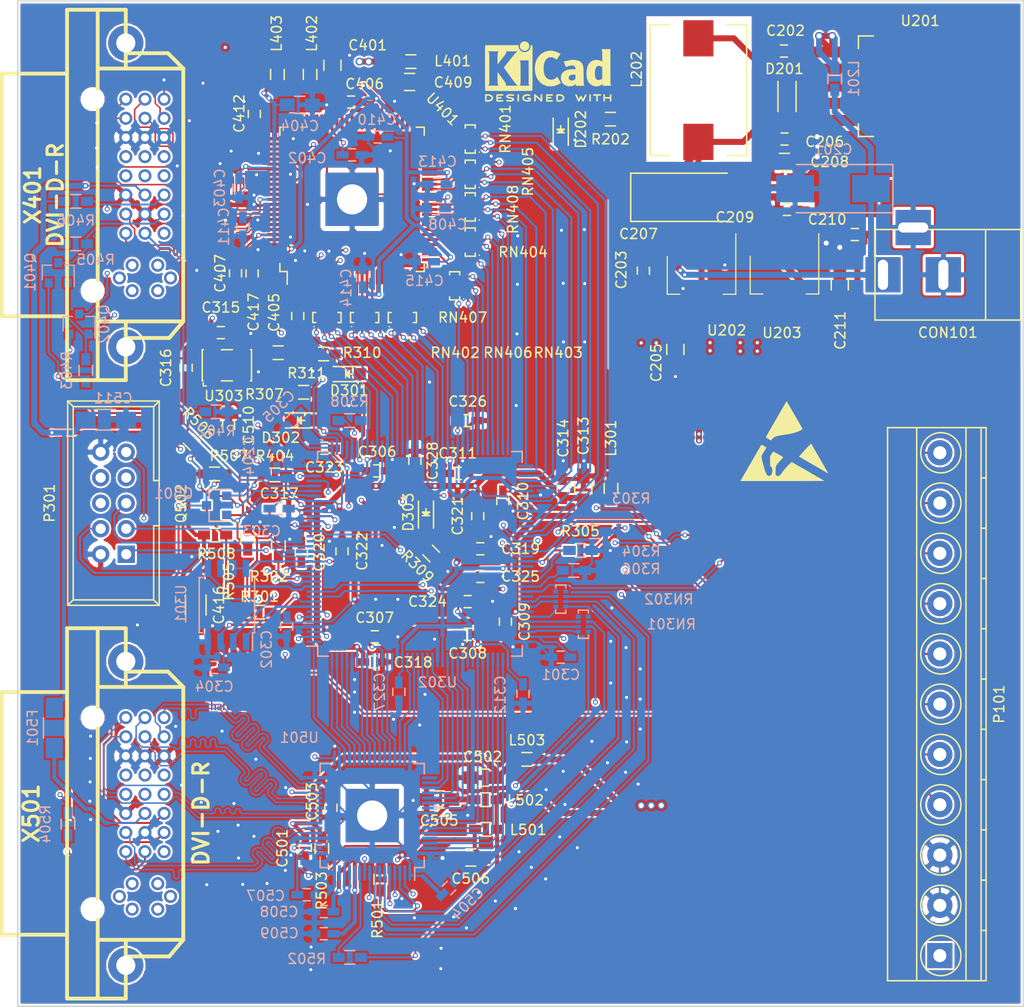
<source format=kicad_pcb>
(kicad_pcb (version 20160815) (host pcbnew "(2016-12-16 revision f631ae27b)-master")

  (general
    (links 478)
    (no_connects 1)
    (area 18.088499 19.924999 120.075001 120.075001)
    (thickness 1.6)
    (drawings 6)
    (tracks 5002)
    (zones 0)
    (modules 138)
    (nets 236)
  )

  (page A4)
  (layers
    (0 F.Cu signal)
    (1 In1.Cu signal)
    (2 In2.Cu signal)
    (31 B.Cu signal)
    (32 B.Adhes user)
    (33 F.Adhes user)
    (34 B.Paste user)
    (35 F.Paste user)
    (36 B.SilkS user)
    (37 F.SilkS user)
    (38 B.Mask user)
    (39 F.Mask user)
    (40 Dwgs.User user)
    (41 Cmts.User user)
    (42 Eco1.User user)
    (43 Eco2.User user)
    (44 Edge.Cuts user)
    (45 Margin user)
    (46 B.CrtYd user)
    (47 F.CrtYd user)
    (48 B.Fab user hide)
    (49 F.Fab user hide)
  )

  (setup
    (last_trace_width 0.2)
    (user_trace_width 0.15)
    (user_trace_width 0.2)
    (user_trace_width 0.4)
    (user_trace_width 0.6)
    (user_trace_width 1.5)
    (trace_clearance 0.152)
    (zone_clearance 0.2)
    (zone_45_only no)
    (trace_min 0.15)
    (segment_width 0.2)
    (edge_width 0.15)
    (via_size 0.5)
    (via_drill 0.3)
    (via_min_size 0.5)
    (via_min_drill 0.3)
    (user_via 0.5 0.3)
    (user_via 0.8 0.5)
    (uvia_size 0.3)
    (uvia_drill 0.1)
    (uvias_allowed no)
    (uvia_min_size 0.2)
    (uvia_min_drill 0.1)
    (pcb_text_width 0.3)
    (pcb_text_size 1.5 1.5)
    (mod_edge_width 0.15)
    (mod_text_size 1 1)
    (mod_text_width 0.15)
    (pad_size 3 3)
    (pad_drill 3)
    (pad_to_mask_clearance 0.2)
    (aux_axis_origin 0 0)
    (grid_origin 20 120.025)
    (visible_elements FFFFFFFF)
    (pcbplotparams
      (layerselection 0x010f0_ffffffff)
      (usegerberextensions true)
      (excludeedgelayer true)
      (linewidth 0.100000)
      (plotframeref false)
      (viasonmask false)
      (mode 1)
      (useauxorigin false)
      (hpglpennumber 1)
      (hpglpenspeed 20)
      (hpglpendiameter 15)
      (psnegative false)
      (psa4output false)
      (plotreference true)
      (plotvalue true)
      (plotinvisibletext false)
      (padsonsilk false)
      (subtractmaskfromsilk false)
      (outputformat 1)
      (mirror false)
      (drillshape 0)
      (scaleselection 1)
      (outputdirectory gerber/))
  )

  (net 0 "")
  (net 1 /power/VIN)
  (net 2 GND)
  (net 3 "Net-(C202-Pad2)")
  (net 4 +2V5)
  (net 5 +3V3)
  (net 6 +1V2)
  (net 7 +V_IO)
  (net 8 /dvi_out/TVDD)
  (net 9 "Net-(D201-Pad1)")
  (net 10 "Net-(D202-Pad2)")
  (net 11 "Net-(F501-Pad1)")
  (net 12 +5V)
  (net 13 /GPIO0)
  (net 14 /GPIO1)
  (net 15 /GPIO2)
  (net 16 /GPIO3)
  (net 17 /GPIO4)
  (net 18 /GPIO5)
  (net 19 /GPIO6)
  (net 20 /GPIO7)
  (net 21 "Net-(P301-Pad9)")
  (net 22 "Net-(P301-Pad8)")
  (net 23 "Net-(P301-Pad7)")
  (net 24 "Net-(P301-Pad6)")
  (net 25 "Net-(P301-Pad5)")
  (net 26 "Net-(P301-Pad3)")
  (net 27 "Net-(P301-Pad1)")
  (net 28 /dvi_in/DDCDAT_IN)
  (net 29 /dvi_in/DDCCLK_IN)
  (net 30 /dvi_out/DDCDAT)
  (net 31 /dvi_out/DDCCLK)
  (net 32 "Net-(R301-Pad1)")
  (net 33 "Net-(R302-Pad1)")
  (net 34 "Net-(R303-Pad1)")
  (net 35 "Net-(R304-Pad1)")
  (net 36 "Net-(R305-Pad1)")
  (net 37 "Net-(R306-Pad1)")
  (net 38 /fpga/CLK50)
  (net 39 "Net-(R307-Pad2)")
  (net 40 /dvi_out/TXCLK+)
  (net 41 "Net-(R308-Pad1)")
  (net 42 /fpga/CLKIN)
  (net 43 /dvi_in/HOTPLUG)
  (net 44 "Net-(R501-Pad1)")
  (net 45 /dvi_out/MSEN)
  (net 46 "Net-(R503-Pad2)")
  (net 47 /dvi_out/HOTPLUG)
  (net 48 "Net-(R504-Pad1)")
  (net 49 "Net-(RN301-Pad7)")
  (net 50 "Net-(RN301-Pad6)")
  (net 51 "Net-(RN301-Pad5)")
  (net 52 "Net-(RN301-Pad8)")
  (net 53 /dvi_out/CTL1)
  (net 54 /dvi_out/DE)
  (net 55 /dvi_out/VSYNC)
  (net 56 /dvi_out/HSYNC)
  (net 57 /dvi_out/CTL2)
  (net 58 /dvi_out/CTL3)
  (net 59 "Net-(RN302-Pad8)")
  (net 60 "Net-(RN302-Pad5)")
  (net 61 "Net-(RN302-Pad6)")
  (net 62 "Net-(RN302-Pad7)")
  (net 63 /dvi_in/DE)
  (net 64 /dvi_in/VSYNC)
  (net 65 /dvi_in/HSYNC)
  (net 66 "Net-(RN401-Pad4)")
  (net 67 "Net-(RN401-Pad8)")
  (net 68 "Net-(RN401-Pad5)")
  (net 69 "Net-(RN401-Pad6)")
  (net 70 "Net-(RN401-Pad7)")
  (net 71 "Net-(RN402-Pad7)")
  (net 72 "Net-(RN402-Pad6)")
  (net 73 "Net-(RN402-Pad5)")
  (net 74 "Net-(RN402-Pad8)")
  (net 75 /dvi_in/DATI3)
  (net 76 /dvi_in/DATI2)
  (net 77 /dvi_in/DATI1)
  (net 78 /dvi_in/DATI0)
  (net 79 "Net-(RN403-Pad7)")
  (net 80 "Net-(RN403-Pad6)")
  (net 81 "Net-(RN403-Pad5)")
  (net 82 "Net-(RN403-Pad8)")
  (net 83 /dvi_in/DATI11)
  (net 84 /dvi_in/DATI10)
  (net 85 /dvi_in/DATI9)
  (net 86 /dvi_in/DATI8)
  (net 87 "Net-(RN404-Pad7)")
  (net 88 "Net-(RN404-Pad6)")
  (net 89 "Net-(RN404-Pad5)")
  (net 90 "Net-(RN404-Pad8)")
  (net 91 /dvi_in/DATI19)
  (net 92 /dvi_in/DATI18)
  (net 93 /dvi_in/DATI17)
  (net 94 /dvi_in/DATI16)
  (net 95 "Net-(RN405-Pad7)")
  (net 96 "Net-(RN405-Pad6)")
  (net 97 "Net-(RN405-Pad5)")
  (net 98 "Net-(RN405-Pad8)")
  (net 99 /dvi_in/CTL3)
  (net 100 /dvi_in/CTL2)
  (net 101 /dvi_in/CTL1)
  (net 102 /dvi_in/DATI4)
  (net 103 /dvi_in/DATI5)
  (net 104 /dvi_in/DATI6)
  (net 105 /dvi_in/DATI7)
  (net 106 "Net-(RN406-Pad8)")
  (net 107 "Net-(RN406-Pad5)")
  (net 108 "Net-(RN406-Pad6)")
  (net 109 "Net-(RN406-Pad7)")
  (net 110 /dvi_in/DATI12)
  (net 111 /dvi_in/DATI13)
  (net 112 /dvi_in/DATI14)
  (net 113 /dvi_in/DATI15)
  (net 114 "Net-(RN407-Pad8)")
  (net 115 "Net-(RN407-Pad5)")
  (net 116 "Net-(RN407-Pad6)")
  (net 117 "Net-(RN407-Pad7)")
  (net 118 /dvi_in/DATI20)
  (net 119 /dvi_in/DATI21)
  (net 120 /dvi_in/DATI22)
  (net 121 /dvi_in/DATI23)
  (net 122 "Net-(RN408-Pad8)")
  (net 123 "Net-(RN408-Pad5)")
  (net 124 "Net-(RN408-Pad6)")
  (net 125 "Net-(RN408-Pad7)")
  (net 126 /dvi_out/DATO4)
  (net 127 /dvi_out/DATO5)
  (net 128 /dvi_out/DATO6)
  (net 129 /dvi_out/DATO7)
  (net 130 /dvi_out/DATO12)
  (net 131 /dvi_out/DATO13)
  (net 132 /dvi_out/DATO14)
  (net 133 /dvi_out/DATO15)
  (net 134 /dvi_out/DATO20)
  (net 135 /dvi_out/DATO21)
  (net 136 /dvi_out/DATO22)
  (net 137 /dvi_out/DATO23)
  (net 138 /dvi_out/DATO3)
  (net 139 /dvi_out/DATO2)
  (net 140 /dvi_out/DATO1)
  (net 141 /dvi_out/DATO0)
  (net 142 /dvi_out/DATO11)
  (net 143 /dvi_out/DATO10)
  (net 144 /dvi_out/DATO9)
  (net 145 /dvi_out/DATO8)
  (net 146 /dvi_out/DATO19)
  (net 147 /dvi_out/DATO18)
  (net 148 /dvi_out/DATO17)
  (net 149 /dvi_out/DATO16)
  (net 150 /fpga/DCLK)
  (net 151 /fpga/ASDI)
  (net 152 /fpga/DATA)
  (net 153 /fpga/nCS)
  (net 154 "Net-(U302-Pad127)")
  (net 155 /dvi_in/LINK_ACT)
  (net 156 /dvi_in/PDOWN)
  (net 157 /dvi_out/EDGE)
  (net 158 /dvi_out/DKEN)
  (net 159 "Net-(U303-Pad1)")
  (net 160 "Net-(U401-Pad96)")
  (net 161 /dvi_in/RxC-)
  (net 162 /dvi_in/RxC+)
  (net 163 /dvi_in/Rx0+)
  (net 164 /dvi_in/Rx1-)
  (net 165 /dvi_in/Rx1+)
  (net 166 /dvi_in/Rx2-)
  (net 167 /dvi_in/Rx2+)
  (net 168 "Net-(U401-Pad77)")
  (net 169 "Net-(U401-Pad75)")
  (net 170 "Net-(U401-Pad74)")
  (net 171 "Net-(U401-Pad73)")
  (net 172 "Net-(U401-Pad72)")
  (net 173 "Net-(U401-Pad71)")
  (net 174 "Net-(U401-Pad70)")
  (net 175 "Net-(U401-Pad69)")
  (net 176 "Net-(U401-Pad66)")
  (net 177 "Net-(U401-Pad65)")
  (net 178 "Net-(U401-Pad64)")
  (net 179 "Net-(U401-Pad63)")
  (net 180 "Net-(U401-Pad62)")
  (net 181 "Net-(U401-Pad61)")
  (net 182 "Net-(U401-Pad60)")
  (net 183 "Net-(U401-Pad59)")
  (net 184 "Net-(U401-Pad56)")
  (net 185 "Net-(U401-Pad55)")
  (net 186 "Net-(U401-Pad54)")
  (net 187 "Net-(U401-Pad53)")
  (net 188 "Net-(U401-Pad52)")
  (net 189 "Net-(U401-Pad51)")
  (net 190 "Net-(U401-Pad50)")
  (net 191 "Net-(U401-Pad49)")
  (net 192 "Net-(U501-Pad49)")
  (net 193 /dvi_out/TX2+)
  (net 194 /dvi_out/TX2-)
  (net 195 /dvi_out/TX1+)
  (net 196 /dvi_out/TX1-)
  (net 197 /dvi_out/TX0+)
  (net 198 /dvi_out/TX0-)
  (net 199 /dvi_out/TXC+)
  (net 200 /dvi_out/TXC-)
  (net 201 "Net-(X401-Pad8)")
  (net 202 "Net-(X401-Pad21)")
  (net 203 "Net-(X401-Pad20)")
  (net 204 "Net-(X401-Pad13)")
  (net 205 "Net-(X401-Pad12)")
  (net 206 "Net-(X401-Pad5)")
  (net 207 "Net-(X401-Pad4)")
  (net 208 "Net-(X501-Pad4)")
  (net 209 "Net-(X501-Pad5)")
  (net 210 "Net-(X501-Pad12)")
  (net 211 "Net-(X501-Pad13)")
  (net 212 "Net-(X501-Pad20)")
  (net 213 "Net-(X501-Pad21)")
  (net 214 "Net-(X501-Pad8)")
  (net 215 "Net-(D301-Pad2)")
  (net 216 "Net-(D302-Pad2)")
  (net 217 "Net-(D303-Pad2)")
  (net 218 /dvi_in/Rx0-)
  (net 219 "Net-(U302-Pad99)")
  (net 220 "Net-(U302-Pad84)")
  (net 221 "Net-(U302-Pad83)")
  (net 222 "Net-(RN302-Pad1)")
  (net 223 "Net-(D301-Pad1)")
  (net 224 "Net-(D302-Pad1)")
  (net 225 "Net-(D303-Pad1)")
  (net 226 "Net-(RN301-Pad1)")
  (net 227 /dvi_in/PVDD)
  (net 228 /dvi_in/DVDD)
  (net 229 /dvi_in/AVDD)
  (net 230 /dvi_out/DVDD)
  (net 231 /dvi_out/PVDD)
  (net 232 /dvi_out/DDCDAT_)
  (net 233 /dvi_out/DDCCLK_)
  (net 234 /dvi_in/DDCDAT_)
  (net 235 /dvi_in/DDCCLK_)

  (net_class Default "This is the default net class."
    (clearance 0.152)
    (trace_width 0.2)
    (via_dia 0.5)
    (via_drill 0.3)
    (uvia_dia 0.3)
    (uvia_drill 0.1)
    (diff_pair_gap 0.25)
    (diff_pair_width 0.2)
    (add_net +1V2)
    (add_net +2V5)
    (add_net +3V3)
    (add_net +5V)
    (add_net +V_IO)
    (add_net /GPIO0)
    (add_net /GPIO1)
    (add_net /GPIO2)
    (add_net /GPIO3)
    (add_net /GPIO4)
    (add_net /GPIO5)
    (add_net /GPIO6)
    (add_net /GPIO7)
    (add_net /dvi_in/AVDD)
    (add_net /dvi_in/CTL1)
    (add_net /dvi_in/CTL2)
    (add_net /dvi_in/CTL3)
    (add_net /dvi_in/DATI0)
    (add_net /dvi_in/DATI1)
    (add_net /dvi_in/DATI10)
    (add_net /dvi_in/DATI11)
    (add_net /dvi_in/DATI12)
    (add_net /dvi_in/DATI13)
    (add_net /dvi_in/DATI14)
    (add_net /dvi_in/DATI15)
    (add_net /dvi_in/DATI16)
    (add_net /dvi_in/DATI17)
    (add_net /dvi_in/DATI18)
    (add_net /dvi_in/DATI19)
    (add_net /dvi_in/DATI2)
    (add_net /dvi_in/DATI20)
    (add_net /dvi_in/DATI21)
    (add_net /dvi_in/DATI22)
    (add_net /dvi_in/DATI23)
    (add_net /dvi_in/DATI3)
    (add_net /dvi_in/DATI4)
    (add_net /dvi_in/DATI5)
    (add_net /dvi_in/DATI6)
    (add_net /dvi_in/DATI7)
    (add_net /dvi_in/DATI8)
    (add_net /dvi_in/DATI9)
    (add_net /dvi_in/DDCCLK_)
    (add_net /dvi_in/DDCCLK_IN)
    (add_net /dvi_in/DDCDAT_)
    (add_net /dvi_in/DDCDAT_IN)
    (add_net /dvi_in/DE)
    (add_net /dvi_in/DVDD)
    (add_net /dvi_in/HOTPLUG)
    (add_net /dvi_in/HSYNC)
    (add_net /dvi_in/LINK_ACT)
    (add_net /dvi_in/PDOWN)
    (add_net /dvi_in/PVDD)
    (add_net /dvi_in/Rx0+)
    (add_net /dvi_in/Rx0-)
    (add_net /dvi_in/Rx1+)
    (add_net /dvi_in/Rx1-)
    (add_net /dvi_in/Rx2+)
    (add_net /dvi_in/Rx2-)
    (add_net /dvi_in/RxC+)
    (add_net /dvi_in/RxC-)
    (add_net /dvi_in/VSYNC)
    (add_net /dvi_out/CTL1)
    (add_net /dvi_out/CTL2)
    (add_net /dvi_out/CTL3)
    (add_net /dvi_out/DATO0)
    (add_net /dvi_out/DATO1)
    (add_net /dvi_out/DATO10)
    (add_net /dvi_out/DATO11)
    (add_net /dvi_out/DATO12)
    (add_net /dvi_out/DATO13)
    (add_net /dvi_out/DATO14)
    (add_net /dvi_out/DATO15)
    (add_net /dvi_out/DATO16)
    (add_net /dvi_out/DATO17)
    (add_net /dvi_out/DATO18)
    (add_net /dvi_out/DATO19)
    (add_net /dvi_out/DATO2)
    (add_net /dvi_out/DATO20)
    (add_net /dvi_out/DATO21)
    (add_net /dvi_out/DATO22)
    (add_net /dvi_out/DATO23)
    (add_net /dvi_out/DATO3)
    (add_net /dvi_out/DATO4)
    (add_net /dvi_out/DATO5)
    (add_net /dvi_out/DATO6)
    (add_net /dvi_out/DATO7)
    (add_net /dvi_out/DATO8)
    (add_net /dvi_out/DATO9)
    (add_net /dvi_out/DDCCLK)
    (add_net /dvi_out/DDCCLK_)
    (add_net /dvi_out/DDCDAT)
    (add_net /dvi_out/DDCDAT_)
    (add_net /dvi_out/DE)
    (add_net /dvi_out/DKEN)
    (add_net /dvi_out/DVDD)
    (add_net /dvi_out/EDGE)
    (add_net /dvi_out/HOTPLUG)
    (add_net /dvi_out/HSYNC)
    (add_net /dvi_out/MSEN)
    (add_net /dvi_out/PVDD)
    (add_net /dvi_out/TVDD)
    (add_net /dvi_out/TX0+)
    (add_net /dvi_out/TX0-)
    (add_net /dvi_out/TX1+)
    (add_net /dvi_out/TX1-)
    (add_net /dvi_out/TX2+)
    (add_net /dvi_out/TX2-)
    (add_net /dvi_out/TXC+)
    (add_net /dvi_out/TXC-)
    (add_net /dvi_out/TXCLK+)
    (add_net /dvi_out/VSYNC)
    (add_net /fpga/ASDI)
    (add_net /fpga/CLK50)
    (add_net /fpga/CLKIN)
    (add_net /fpga/DATA)
    (add_net /fpga/DCLK)
    (add_net /fpga/nCS)
    (add_net /power/VIN)
    (add_net GND)
    (add_net "Net-(C202-Pad2)")
    (add_net "Net-(D201-Pad1)")
    (add_net "Net-(D202-Pad2)")
    (add_net "Net-(D301-Pad1)")
    (add_net "Net-(D301-Pad2)")
    (add_net "Net-(D302-Pad1)")
    (add_net "Net-(D302-Pad2)")
    (add_net "Net-(D303-Pad1)")
    (add_net "Net-(D303-Pad2)")
    (add_net "Net-(F501-Pad1)")
    (add_net "Net-(P301-Pad1)")
    (add_net "Net-(P301-Pad3)")
    (add_net "Net-(P301-Pad5)")
    (add_net "Net-(P301-Pad6)")
    (add_net "Net-(P301-Pad7)")
    (add_net "Net-(P301-Pad8)")
    (add_net "Net-(P301-Pad9)")
    (add_net "Net-(R301-Pad1)")
    (add_net "Net-(R302-Pad1)")
    (add_net "Net-(R303-Pad1)")
    (add_net "Net-(R304-Pad1)")
    (add_net "Net-(R305-Pad1)")
    (add_net "Net-(R306-Pad1)")
    (add_net "Net-(R307-Pad2)")
    (add_net "Net-(R308-Pad1)")
    (add_net "Net-(R501-Pad1)")
    (add_net "Net-(R503-Pad2)")
    (add_net "Net-(R504-Pad1)")
    (add_net "Net-(RN301-Pad1)")
    (add_net "Net-(RN301-Pad5)")
    (add_net "Net-(RN301-Pad6)")
    (add_net "Net-(RN301-Pad7)")
    (add_net "Net-(RN301-Pad8)")
    (add_net "Net-(RN302-Pad1)")
    (add_net "Net-(RN302-Pad5)")
    (add_net "Net-(RN302-Pad6)")
    (add_net "Net-(RN302-Pad7)")
    (add_net "Net-(RN302-Pad8)")
    (add_net "Net-(RN401-Pad4)")
    (add_net "Net-(RN401-Pad5)")
    (add_net "Net-(RN401-Pad6)")
    (add_net "Net-(RN401-Pad7)")
    (add_net "Net-(RN401-Pad8)")
    (add_net "Net-(RN402-Pad5)")
    (add_net "Net-(RN402-Pad6)")
    (add_net "Net-(RN402-Pad7)")
    (add_net "Net-(RN402-Pad8)")
    (add_net "Net-(RN403-Pad5)")
    (add_net "Net-(RN403-Pad6)")
    (add_net "Net-(RN403-Pad7)")
    (add_net "Net-(RN403-Pad8)")
    (add_net "Net-(RN404-Pad5)")
    (add_net "Net-(RN404-Pad6)")
    (add_net "Net-(RN404-Pad7)")
    (add_net "Net-(RN404-Pad8)")
    (add_net "Net-(RN405-Pad5)")
    (add_net "Net-(RN405-Pad6)")
    (add_net "Net-(RN405-Pad7)")
    (add_net "Net-(RN405-Pad8)")
    (add_net "Net-(RN406-Pad5)")
    (add_net "Net-(RN406-Pad6)")
    (add_net "Net-(RN406-Pad7)")
    (add_net "Net-(RN406-Pad8)")
    (add_net "Net-(RN407-Pad5)")
    (add_net "Net-(RN407-Pad6)")
    (add_net "Net-(RN407-Pad7)")
    (add_net "Net-(RN407-Pad8)")
    (add_net "Net-(RN408-Pad5)")
    (add_net "Net-(RN408-Pad6)")
    (add_net "Net-(RN408-Pad7)")
    (add_net "Net-(RN408-Pad8)")
    (add_net "Net-(U302-Pad127)")
    (add_net "Net-(U302-Pad83)")
    (add_net "Net-(U302-Pad84)")
    (add_net "Net-(U302-Pad99)")
    (add_net "Net-(U303-Pad1)")
    (add_net "Net-(U401-Pad49)")
    (add_net "Net-(U401-Pad50)")
    (add_net "Net-(U401-Pad51)")
    (add_net "Net-(U401-Pad52)")
    (add_net "Net-(U401-Pad53)")
    (add_net "Net-(U401-Pad54)")
    (add_net "Net-(U401-Pad55)")
    (add_net "Net-(U401-Pad56)")
    (add_net "Net-(U401-Pad59)")
    (add_net "Net-(U401-Pad60)")
    (add_net "Net-(U401-Pad61)")
    (add_net "Net-(U401-Pad62)")
    (add_net "Net-(U401-Pad63)")
    (add_net "Net-(U401-Pad64)")
    (add_net "Net-(U401-Pad65)")
    (add_net "Net-(U401-Pad66)")
    (add_net "Net-(U401-Pad69)")
    (add_net "Net-(U401-Pad70)")
    (add_net "Net-(U401-Pad71)")
    (add_net "Net-(U401-Pad72)")
    (add_net "Net-(U401-Pad73)")
    (add_net "Net-(U401-Pad74)")
    (add_net "Net-(U401-Pad75)")
    (add_net "Net-(U401-Pad77)")
    (add_net "Net-(U401-Pad96)")
    (add_net "Net-(U501-Pad49)")
    (add_net "Net-(X401-Pad12)")
    (add_net "Net-(X401-Pad13)")
    (add_net "Net-(X401-Pad20)")
    (add_net "Net-(X401-Pad21)")
    (add_net "Net-(X401-Pad4)")
    (add_net "Net-(X401-Pad5)")
    (add_net "Net-(X401-Pad8)")
    (add_net "Net-(X501-Pad12)")
    (add_net "Net-(X501-Pad13)")
    (add_net "Net-(X501-Pad20)")
    (add_net "Net-(X501-Pad21)")
    (add_net "Net-(X501-Pad4)")
    (add_net "Net-(X501-Pad5)")
    (add_net "Net-(X501-Pad8)")
  )

  (module Capacitors_Tantalum_SMD:Tantalum_Case-D_EIA-7343-31_Hand (layer F.Cu) (tedit 57B6E980) (tstamp 586EAA66)
    (at 86.91 39.545)
    (descr "Tantalum capacitor, Case D, EIA 7343-31, 7.3x4.3x2.8mm, Hand soldering footprint")
    (tags "capacitor tantalum smd")
    (path /5839A46D/5839CB5E)
    (attr smd)
    (fp_text reference C207 (at -5.18 3.64) (layer F.SilkS)
      (effects (font (size 1 1) (thickness 0.15)))
    )
    (fp_text value 100u (at 0 3.9) (layer F.Fab)
      (effects (font (size 1 1) (thickness 0.15)))
    )
    (fp_line (start -6.05 -2.5) (end -6.05 2.5) (layer F.CrtYd) (width 0.05))
    (fp_line (start -6.05 2.5) (end 6.05 2.5) (layer F.CrtYd) (width 0.05))
    (fp_line (start 6.05 2.5) (end 6.05 -2.5) (layer F.CrtYd) (width 0.05))
    (fp_line (start 6.05 -2.5) (end -6.05 -2.5) (layer F.CrtYd) (width 0.05))
    (fp_line (start -3.65 -2.15) (end -3.65 2.15) (layer F.Fab) (width 0.15))
    (fp_line (start -3.65 2.15) (end 3.65 2.15) (layer F.Fab) (width 0.15))
    (fp_line (start 3.65 2.15) (end 3.65 -2.15) (layer F.Fab) (width 0.15))
    (fp_line (start 3.65 -2.15) (end -3.65 -2.15) (layer F.Fab) (width 0.15))
    (fp_line (start -2.92 -2.15) (end -2.92 2.15) (layer F.Fab) (width 0.15))
    (fp_line (start -2.555 -2.15) (end -2.555 2.15) (layer F.Fab) (width 0.15))
    (fp_line (start -5.95 -2.4) (end 3.65 -2.4) (layer F.SilkS) (width 0.15))
    (fp_line (start -5.95 2.4) (end 3.65 2.4) (layer F.SilkS) (width 0.15))
    (fp_line (start -5.95 -2.4) (end -5.95 2.4) (layer F.SilkS) (width 0.15))
    (pad 1 smd rect (at -3.775 0) (size 3.75 2.7) (layers F.Cu F.Paste F.Mask)
      (net 5 +3V3))
    (pad 2 smd rect (at 3.775 0) (size 3.75 2.7) (layers F.Cu F.Paste F.Mask)
      (net 2 GND))
    (model Capacitors_Tantalum_SMD.3dshapes/Tantalum_Case-D_EIA-7343-31.wrl
      (at (xyz 0 0 0))
      (scale (xyz 1 1 1))
      (rotate (xyz 0 0 0))
    )
  )

  (module artwork:shimatta_std (layer F.Cu) (tedit 0) (tstamp 58695997)
    (at 89.5 112.525)
    (fp_text reference G*** (at 0 0) (layer F.SilkS) hide
      (effects (font (thickness 0.3)))
    )
    (fp_text value LOGO (at 0.75 0) (layer F.SilkS) hide
      (effects (font (thickness 0.3)))
    )
    (fp_poly (pts (xy 10.868794 -0.34663) (xy 10.940082 -0.344725) (xy 11.001581 -0.340759) (xy 11.054456 -0.334558)
      (xy 11.099874 -0.325943) (xy 11.138999 -0.314739) (xy 11.172997 -0.300768) (xy 11.203034 -0.283854)
      (xy 11.230276 -0.263821) (xy 11.255887 -0.240491) (xy 11.256462 -0.239919) (xy 11.289334 -0.201111)
      (xy 11.312259 -0.15891) (xy 11.326574 -0.110035) (xy 11.333618 -0.05121) (xy 11.333643 -0.0508)
      (xy 11.332569 0.023291) (xy 11.320361 0.089289) (xy 11.297275 0.146655) (xy 11.263566 0.19485)
      (xy 11.219491 0.233333) (xy 11.190884 0.250184) (xy 11.170271 0.260221) (xy 11.150623 0.268525)
      (xy 11.130272 0.275304) (xy 11.107549 0.280766) (xy 11.080783 0.285117) (xy 11.048306 0.288565)
      (xy 11.008448 0.291317) (xy 10.959541 0.29358) (xy 10.899914 0.295563) (xy 10.827899 0.297472)
      (xy 10.805885 0.298007) (xy 10.501253 0.308642) (xy 10.207708 0.325718) (xy 9.923258 0.349393)
      (xy 9.645907 0.379823) (xy 9.470624 0.402998) (xy 9.411807 0.410902) (xy 9.364278 0.416192)
      (xy 9.325062 0.418954) (xy 9.291185 0.41927) (xy 9.259672 0.417223) (xy 9.227549 0.412897)
      (xy 9.212169 0.410241) (xy 9.144467 0.392017) (xy 9.087321 0.363849) (xy 9.040745 0.325747)
      (xy 9.004755 0.277724) (xy 8.992925 0.254871) (xy 8.980849 0.218141) (xy 8.973005 0.172373)
      (xy 8.969757 0.122517) (xy 8.971468 0.073524) (xy 8.976926 0.037019) (xy 8.997827 -0.025291)
      (xy 9.0312 -0.080963) (xy 9.075937 -0.128488) (xy 9.122686 -0.16171) (xy 9.147207 -0.17458)
      (xy 9.175393 -0.186432) (xy 9.208483 -0.197521) (xy 9.247713 -0.208107) (xy 9.294321 -0.218445)
      (xy 9.349544 -0.228794) (xy 9.414619 -0.23941) (xy 9.490782 -0.250551) (xy 9.579273 -0.262474)
      (xy 9.652 -0.271774) (xy 9.800914 -0.289224) (xy 9.950405 -0.304133) (xy 10.103324 -0.316716)
      (xy 10.262527 -0.327186) (xy 10.430867 -0.335758) (xy 10.584543 -0.341755) (xy 10.69219 -0.344969)
      (xy 10.786552 -0.346653) (xy 10.868794 -0.34663)) (layer F.Mask) (width 0.01))
    (fp_poly (pts (xy 3.280686 -0.880939) (xy 3.34556 -0.879771) (xy 3.402872 -0.877617) (xy 3.449973 -0.87446)
      (xy 3.472543 -0.872037) (xy 3.61367 -0.849571) (xy 3.744701 -0.82007) (xy 3.868701 -0.782621)
      (xy 3.988736 -0.73631) (xy 4.096467 -0.686017) (xy 4.193868 -0.632986) (xy 4.288297 -0.574006)
      (xy 4.3772 -0.510941) (xy 4.458022 -0.445653) (xy 4.528209 -0.380007) (xy 4.555365 -0.351156)
      (xy 4.639992 -0.246318) (xy 4.713364 -0.13273) (xy 4.774921 -0.011455) (xy 4.824102 0.116443)
      (xy 4.850885 0.209423) (xy 4.879181 0.347701) (xy 4.896607 0.490707) (xy 4.903125 0.635529)
      (xy 4.898699 0.779253) (xy 4.88329 0.918966) (xy 4.861451 1.032728) (xy 4.824346 1.160933)
      (xy 4.77372 1.287533) (xy 4.710565 1.41087) (xy 4.635874 1.529285) (xy 4.550639 1.641117)
      (xy 4.455854 1.744709) (xy 4.40832 1.79005) (xy 4.299338 1.882172) (xy 4.177612 1.971762)
      (xy 4.04482 2.057926) (xy 3.902638 2.139772) (xy 3.752745 2.216408) (xy 3.596818 2.286942)
      (xy 3.436534 2.350482) (xy 3.27357 2.406135) (xy 3.218543 2.422898) (xy 3.139899 2.444368)
      (xy 3.049468 2.466013) (xy 2.949959 2.487315) (xy 2.844082 2.507761) (xy 2.734547 2.526832)
      (xy 2.624065 2.544015) (xy 2.515345 2.558792) (xy 2.485571 2.56243) (xy 2.428012 2.568359)
      (xy 2.365313 2.573218) (xy 2.299907 2.576957) (xy 2.234229 2.579525) (xy 2.17071 2.580872)
      (xy 2.111786 2.580947) (xy 2.05989 2.579698) (xy 2.017454 2.577077) (xy 1.986913 2.573032)
      (xy 1.985844 2.572813) (xy 1.91558 2.552339) (xy 1.8565 2.522842) (xy 1.808841 2.484627)
      (xy 1.772841 2.437998) (xy 1.748736 2.38326) (xy 1.736764 2.320717) (xy 1.736929 2.253327)
      (xy 1.748307 2.186275) (xy 1.77048 2.128668) (xy 1.803758 2.079916) (xy 1.848452 2.039427)
      (xy 1.849677 2.038544) (xy 1.877767 2.020506) (xy 1.908228 2.005555) (xy 1.943115 1.993169)
      (xy 1.984481 1.982826) (xy 2.034379 1.974007) (xy 2.094863 1.966188) (xy 2.161084 1.959481)
      (xy 2.311846 1.944454) (xy 2.450169 1.928139) (xy 2.578102 1.910074) (xy 2.697697 1.889796)
      (xy 2.811005 1.866842) (xy 2.920076 1.84075) (xy 3.026962 1.811058) (xy 3.133714 1.777303)
      (xy 3.242382 1.739022) (xy 3.355017 1.695754) (xy 3.386254 1.683205) (xy 3.439042 1.660814)
      (xy 3.498085 1.634078) (xy 3.560068 1.604637) (xy 3.621674 1.574131) (xy 3.679588 1.5442)
      (xy 3.730494 1.516484) (xy 3.76929 1.493734) (xy 3.863531 1.428613) (xy 3.952139 1.353949)
      (xy 4.033116 1.271853) (xy 4.104465 1.184435) (xy 4.16419 1.093803) (xy 4.186568 1.052873)
      (xy 4.225348 0.967344) (xy 4.253373 0.882119) (xy 4.271449 0.793702) (xy 4.280379 0.698597)
      (xy 4.281685 0.639641) (xy 4.277001 0.527464) (xy 4.262763 0.425302) (xy 4.238591 0.331924)
      (xy 4.204105 0.2461) (xy 4.158926 0.166599) (xy 4.119 0.11188) (xy 4.060291 0.048463)
      (xy 3.988142 -0.012032) (xy 3.902275 -0.06981) (xy 3.802411 -0.125073) (xy 3.778387 -0.136985)
      (xy 3.681686 -0.179417) (xy 3.583439 -0.212975) (xy 3.48168 -0.237992) (xy 3.374444 -0.254803)
      (xy 3.259766 -0.263742) (xy 3.13568 -0.265143) (xy 3.043531 -0.261888) (xy 2.888029 -0.251649)
      (xy 2.734088 -0.236994) (xy 2.580213 -0.217612) (xy 2.424912 -0.193189) (xy 2.26669 -0.163413)
      (xy 2.104054 -0.127969) (xy 1.93551 -0.086547) (xy 1.759564 -0.038832) (xy 1.574722 0.015488)
      (xy 1.379491 0.076726) (xy 1.29428 0.104504) (xy 1.212487 0.131377) (xy 1.14306 0.153997)
      (xy 1.08461 0.172751) (xy 1.035751 0.188021) (xy 0.995094 0.200194) (xy 0.961252 0.209655)
      (xy 0.932836 0.216787) (xy 0.908459 0.221977) (xy 0.886733 0.225608) (xy 0.86627 0.228067)
      (xy 0.845683 0.229737) (xy 0.841828 0.229985) (xy 0.770694 0.22918) (xy 0.705988 0.217912)
      (xy 0.648912 0.196762) (xy 0.60067 0.166307) (xy 0.562463 0.127129) (xy 0.536857 0.083059)
      (xy 0.516575 0.01964) (xy 0.509485 -0.04353) (xy 0.515258 -0.10471) (xy 0.533566 -0.162158)
      (xy 0.564078 -0.214131) (xy 0.6005 -0.25372) (xy 0.627556 -0.275729) (xy 0.658526 -0.29656)
      (xy 0.694993 -0.316941) (xy 0.738543 -0.337601) (xy 0.790758 -0.359268) (xy 0.853223 -0.382671)
      (xy 0.927522 -0.40854) (xy 0.962785 -0.420363) (xy 1.235996 -0.508259) (xy 1.498548 -0.586824)
      (xy 1.750821 -0.656148) (xy 1.993199 -0.71632) (xy 2.226063 -0.767428) (xy 2.449796 -0.809563)
      (xy 2.664779 -0.842814) (xy 2.871395 -0.86727) (xy 2.881085 -0.868221) (xy 2.935666 -0.872605)
      (xy 2.998589 -0.876105) (xy 3.067203 -0.878706) (xy 3.138857 -0.88039) (xy 3.210902 -0.88114)
      (xy 3.280686 -0.880939)) (layer F.Mask) (width 0.01))
    (fp_poly (pts (xy 9.003608 1.085203) (xy 9.056887 1.097351) (xy 9.102289 1.118483) (xy 9.136442 1.144109)
      (xy 9.162501 1.170161) (xy 9.183639 1.197962) (xy 9.200436 1.229422) (xy 9.213471 1.266452)
      (xy 9.223323 1.310961) (xy 9.230572 1.364858) (xy 9.235796 1.430055) (xy 9.238428 1.480457)
      (xy 9.242463 1.556719) (xy 9.247451 1.620598) (xy 9.253768 1.674212) (xy 9.261789 1.719683)
      (xy 9.27189 1.759128) (xy 9.284448 1.794667) (xy 9.299837 1.828421) (xy 9.300281 1.8293)
      (xy 9.32368 1.861058) (xy 9.36009 1.889396) (xy 9.409773 1.914428) (xy 9.472988 1.936271)
      (xy 9.549997 1.955039) (xy 9.608457 1.96579) (xy 9.659854 1.973801) (xy 9.709141 1.980441)
      (xy 9.758607 1.98587) (xy 9.810543 1.990245) (xy 9.86724 1.993727) (xy 9.930987 1.996474)
      (xy 10.004074 1.998645) (xy 10.088793 2.000399) (xy 10.112828 2.000803) (xy 10.344931 2.000686)
      (xy 10.574631 1.992926) (xy 10.799511 1.977698) (xy 11.017155 1.955179) (xy 11.225147 1.925543)
      (xy 11.283945 1.915532) (xy 11.323332 1.909019) (xy 11.353394 1.905485) (xy 11.37896 1.904703)
      (xy 11.404859 1.906445) (xy 11.424674 1.908893) (xy 11.494816 1.923371) (xy 11.553352 1.946196)
      (xy 11.600789 1.977718) (xy 11.637635 2.018289) (xy 11.664396 2.068258) (xy 11.667708 2.076961)
      (xy 11.674691 2.105256) (xy 11.679662 2.14325) (xy 11.682423 2.186242) (xy 11.682775 2.229529)
      (xy 11.680518 2.26841) (xy 11.676827 2.29262) (xy 11.655383 2.357769) (xy 11.621693 2.415438)
      (xy 11.576172 2.465251) (xy 11.51923 2.506833) (xy 11.451281 2.539807) (xy 11.381702 2.561655)
      (xy 11.342402 2.569881) (xy 11.29029 2.578484) (xy 11.227059 2.587284) (xy 11.154403 2.596097)
      (xy 11.074012 2.604743) (xy 10.987579 2.61304) (xy 10.896797 2.620806) (xy 10.803359 2.62786)
      (xy 10.708955 2.634021) (xy 10.705281 2.63424) (xy 10.652261 2.63689) (xy 10.589033 2.639219)
      (xy 10.517978 2.641203) (xy 10.441476 2.642822) (xy 10.36191 2.644053) (xy 10.281658 2.644874)
      (xy 10.203102 2.645263) (xy 10.128622 2.645198) (xy 10.0606 2.644658) (xy 10.001415 2.643619)
      (xy 9.953449 2.64206) (xy 9.938657 2.641327) (xy 9.768481 2.628296) (xy 9.611394 2.609042)
      (xy 9.467369 2.583557) (xy 9.336381 2.551835) (xy 9.218402 2.51387) (xy 9.113406 2.469654)
      (xy 9.021367 2.419181) (xy 8.998233 2.404142) (xy 8.936306 2.355572) (xy 8.876387 2.295797)
      (xy 8.821128 2.228111) (xy 8.77318 2.155807) (xy 8.735198 2.08218) (xy 8.730868 2.072055)
      (xy 8.707215 2.00826) (xy 8.685371 1.936098) (xy 8.66712 1.861716) (xy 8.660844 1.8307)
      (xy 8.655793 1.795362) (xy 8.651582 1.749235) (xy 8.648253 1.695121) (xy 8.645849 1.635825)
      (xy 8.644412 1.574151) (xy 8.643985 1.512901) (xy 8.64461 1.45488) (xy 8.646328 1.402892)
      (xy 8.649184 1.359739) (xy 8.653218 1.328227) (xy 8.65325 1.328057) (xy 8.671645 1.258488)
      (xy 8.698511 1.200675) (xy 8.734046 1.154447) (xy 8.778447 1.119634) (xy 8.831912 1.096067)
      (xy 8.894638 1.083576) (xy 8.940188 1.081315) (xy 9.003608 1.085203)) (layer F.Mask) (width 0.01))
    (fp_poly (pts (xy -11.3068 -2.522042) (xy -11.243523 -2.508415) (xy -11.18998 -2.484867) (xy -11.145174 -2.450712)
      (xy -11.108109 -2.405266) (xy -11.077788 -2.347845) (xy -11.062557 -2.307771) (xy -11.061106 -2.303062)
      (xy -11.05976 -2.297493) (xy -11.058513 -2.290514) (xy -11.057361 -2.281571) (xy -11.056298 -2.270114)
      (xy -11.055319 -2.255589) (xy -11.054417 -2.237446) (xy -11.053589 -2.215132) (xy -11.052827 -2.188096)
      (xy -11.052128 -2.155784) (xy -11.051485 -2.117645) (xy -11.050893 -2.073128) (xy -11.050346 -2.02168)
      (xy -11.04984 -1.962749) (xy -11.049369 -1.895784) (xy -11.048927 -1.820232) (xy -11.048509 -1.735541)
      (xy -11.04811 -1.64116) (xy -11.047724 -1.536535) (xy -11.047346 -1.421117) (xy -11.04697 -1.294351)
      (xy -11.046591 -1.155687) (xy -11.046203 -1.004573) (xy -11.045802 -0.840455) (xy -11.045381 -0.662784)
      (xy -11.045055 -0.522514) (xy -11.044621 -0.331929) (xy -11.044228 -0.155283) (xy -11.043859 0.008)
      (xy -11.043503 0.158496) (xy -11.043145 0.296779) (xy -11.042771 0.423427) (xy -11.042368 0.539013)
      (xy -11.041921 0.644114) (xy -11.041417 0.739305) (xy -11.040843 0.825162) (xy -11.040184 0.90226)
      (xy -11.039426 0.971175) (xy -11.038556 1.032482) (xy -11.037561 1.086757) (xy -11.036425 1.134576)
      (xy -11.035136 1.176514) (xy -11.033679 1.213146) (xy -11.032041 1.245049) (xy -11.030209 1.272797)
      (xy -11.028167 1.296966) (xy -11.025903 1.318133) (xy -11.023403 1.336871) (xy -11.020653 1.353757)
      (xy -11.017638 1.369367) (xy -11.014346 1.384276) (xy -11.010763 1.399059) (xy -11.006874 1.414293)
      (xy -11.002666 1.430552) (xy -10.998125 1.448412) (xy -10.997798 1.449724) (xy -10.964594 1.558686)
      (xy -10.922022 1.656604) (xy -10.87005 1.743504) (xy -10.808644 1.819409) (xy -10.737771 1.884342)
      (xy -10.6574 1.938328) (xy -10.567497 1.98139) (xy -10.468029 2.013553) (xy -10.358964 2.03484)
      (xy -10.24027 2.045275) (xy -10.18084 2.046437) (xy -10.02365 2.040231) (xy -9.8725 2.021965)
      (xy -9.72797 1.991807) (xy -9.590642 1.949924) (xy -9.461096 1.896487) (xy -9.339913 1.831662)
      (xy -9.260323 1.779565) (xy -9.187902 1.722827) (xy -9.111738 1.652849) (xy -9.032329 1.570273)
      (xy -8.950172 1.475739) (xy -8.865765 1.369888) (xy -8.779606 1.253362) (xy -8.692193 1.126801)
      (xy -8.604024 0.990846) (xy -8.515598 0.846139) (xy -8.456603 0.744866) (xy -8.420295 0.681984)
      (xy -8.389599 0.630434) (xy -8.363414 0.588677) (xy -8.340642 0.555175) (xy -8.320185 0.52839)
      (xy -8.300944 0.506783) (xy -8.28182 0.488815) (xy -8.263208 0.474045) (xy -8.214168 0.444068)
      (xy -8.164588 0.42726) (xy -8.110878 0.422597) (xy -8.087241 0.423921) (xy -8.016328 0.43535)
      (xy -7.956351 0.456006) (xy -7.906749 0.48626) (xy -7.866959 0.526481) (xy -7.836418 0.57704)
      (xy -7.82912 0.593917) (xy -7.822484 0.612165) (xy -7.817901 0.630107) (xy -7.815007 0.650993)
      (xy -7.813441 0.678075) (xy -7.812837 0.714605) (xy -7.812785 0.740229) (xy -7.813068 0.783475)
      (xy -7.814142 0.815935) (xy -7.816453 0.841334) (xy -7.820449 0.863396) (xy -7.826575 0.885845)
      (xy -7.832408 0.903897) (xy -7.851583 0.954021) (xy -7.878322 1.012108) (xy -7.912937 1.078718)
      (xy -7.95574 1.154407) (xy -8.007042 1.239733) (xy -8.067153 1.335253) (xy -8.111874 1.404257)
      (xy -8.184605 1.512428) (xy -8.259972 1.618994) (xy -8.336751 1.722437) (xy -8.413714 1.821243)
      (xy -8.489636 1.913893) (xy -8.563289 1.998871) (xy -8.633448 2.07466) (xy -8.698886 2.139743)
      (xy -8.728507 2.166955) (xy -8.860206 2.275387) (xy -8.997401 2.370806) (xy -9.140585 2.453429)
      (xy -9.290251 2.523473) (xy -9.446893 2.581154) (xy -9.611006 2.626689) (xy -9.783083 2.660295)
      (xy -9.884229 2.674116) (xy -9.919679 2.67748) (xy -9.965044 2.680623) (xy -10.01747 2.683457)
      (xy -10.074102 2.685893) (xy -10.132084 2.687841) (xy -10.188562 2.689214) (xy -10.240682 2.689922)
      (xy -10.285588 2.689876) (xy -10.320426 2.688988) (xy -10.334172 2.688116) (xy -10.416848 2.680487)
      (xy -10.487731 2.672889) (xy -10.549531 2.664887) (xy -10.604963 2.656048) (xy -10.656738 2.645936)
      (xy -10.70757 2.634117) (xy -10.76017 2.620157) (xy -10.762343 2.61955) (xy -10.895114 2.575667)
      (xy -11.018016 2.521153) (xy -11.131009 2.456059) (xy -11.234049 2.380436) (xy -11.327095 2.294335)
      (xy -11.410105 2.197808) (xy -11.483037 2.090905) (xy -11.545849 1.973679) (xy -11.598497 1.84618)
      (xy -11.640942 1.708459) (xy -11.673139 1.560568) (xy -11.683136 1.4986) (xy -11.686392 1.47592)
      (xy -11.68941 1.453712) (xy -11.692198 1.431387) (xy -11.694765 1.408356) (xy -11.697119 1.384029)
      (xy -11.699267 1.357817) (xy -11.701218 1.32913) (xy -11.702981 1.29738) (xy -11.704563 1.261978)
      (xy -11.705972 1.222333) (xy -11.707217 1.177857) (xy -11.708306 1.12796) (xy -11.709247 1.072053)
      (xy -11.710049 1.009548) (xy -11.710719 0.939853) (xy -11.711265 0.862381) (xy -11.711696 0.776542)
      (xy -11.71202 0.681747) (xy -11.712245 0.577406) (xy -11.71238 0.46293) (xy -11.712432 0.337731)
      (xy -11.712409 0.201217) (xy -11.71232 0.052801) (xy -11.712174 -0.108106) (xy -11.711977 -0.282095)
      (xy -11.711739 -0.469755) (xy -11.711625 -0.555171) (xy -11.711372 -0.740789) (xy -11.711126 -0.912453)
      (xy -11.710882 -1.070721) (xy -11.710637 -1.216155) (xy -11.710384 -1.349313) (xy -11.71012 -1.470756)
      (xy -11.709839 -1.581042) (xy -11.709536 -1.680732) (xy -11.709207 -1.770386) (xy -11.708846 -1.850563)
      (xy -11.708449 -1.921822) (xy -11.708011 -1.984725) (xy -11.707527 -2.039829) (xy -11.706992 -2.087696)
      (xy -11.706401 -2.128884) (xy -11.70575 -2.163954) (xy -11.705033 -2.193465) (xy -11.704245 -2.217977)
      (xy -11.703382 -2.238049) (xy -11.70244 -2.254242) (xy -11.701412 -2.267115) (xy -11.700294 -2.277228)
      (xy -11.699081 -2.28514) (xy -11.697768 -2.291411) (xy -11.696452 -2.296269) (xy -11.671006 -2.363617)
      (xy -11.638473 -2.4186) (xy -11.598168 -2.461718) (xy -11.549406 -2.493472) (xy -11.491502 -2.514359)
      (xy -11.42377 -2.524881) (xy -11.380808 -2.526432) (xy -11.3068 -2.522042)) (layer F.Mask) (width 0.01))
    (fp_poly (pts (xy -3.559915 -2.67363) (xy -3.527662 -2.672116) (xy -3.502924 -2.669038) (xy -3.482216 -2.664033)
      (xy -3.470809 -2.660152) (xy -3.415622 -2.632162) (xy -3.368679 -2.592564) (xy -3.330749 -2.542186)
      (xy -3.302598 -2.481862) (xy -3.300523 -2.475831) (xy -3.296805 -2.464283) (xy -3.293693 -2.452885)
      (xy -3.291121 -2.440254) (xy -3.289024 -2.425013) (xy -3.287338 -2.405779) (xy -3.285999 -2.381174)
      (xy -3.284941 -2.349817) (xy -3.2841 -2.310328) (xy -3.283411 -2.261328) (xy -3.28281 -2.201435)
      (xy -3.282231 -2.129271) (xy -3.281853 -2.077347) (xy -3.279345 -1.727181) (xy -3.230801 -1.730904)
      (xy -3.206695 -1.732626) (xy -3.171856 -1.73495) (xy -3.130042 -1.737632) (xy -3.08501 -1.740429)
      (xy -3.058886 -1.74201) (xy -2.881272 -1.753814) (xy -2.698095 -1.768205) (xy -2.51397 -1.784758)
      (xy -2.333515 -1.803049) (xy -2.161343 -1.822655) (xy -2.104572 -1.829664) (xy -2.021747 -1.839307)
      (xy -1.951374 -1.845543) (xy -1.891768 -1.848244) (xy -1.841242 -1.847281) (xy -1.798109 -1.842527)
      (xy -1.760683 -1.833853) (xy -1.727278 -1.821131) (xy -1.696207 -1.804233) (xy -1.686432 -1.797889)
      (xy -1.641947 -1.759253) (xy -1.606472 -1.709427) (xy -1.588388 -1.671191) (xy -1.581081 -1.650724)
      (xy -1.576239 -1.630607) (xy -1.573383 -1.607046) (xy -1.57204 -1.576247) (xy -1.571728 -1.538514)
      (xy -1.57211 -1.497732) (xy -1.573571 -1.467667) (xy -1.576585 -1.444532) (xy -1.581625 -1.424542)
      (xy -1.588291 -1.406095) (xy -1.615883 -1.355694) (xy -1.655557 -1.310913) (xy -1.705527 -1.273093)
      (xy -1.764007 -1.243573) (xy -1.82921 -1.223693) (xy -1.832429 -1.223015) (xy -1.864504 -1.217398)
      (xy -1.909498 -1.211019) (xy -1.965841 -1.204024) (xy -2.031966 -1.196563) (xy -2.106305 -1.188782)
      (xy -2.18729 -1.18083) (xy -2.273354 -1.172855) (xy -2.362928 -1.165006) (xy -2.454444 -1.157429)
      (xy -2.546334 -1.150273) (xy -2.637031 -1.143686) (xy -2.724967 -1.137817) (xy -2.754086 -1.136003)
      (xy -2.805671 -1.132938) (xy -2.862498 -1.129709) (xy -2.922492 -1.126419) (xy -2.983576 -1.123173)
      (xy -3.043674 -1.120076) (xy -3.100712 -1.117232) (xy -3.152612 -1.114745) (xy -3.197299 -1.11272)
      (xy -3.232697 -1.111261) (xy -3.256731 -1.110473) (xy -3.2639 -1.110363) (xy -3.280229 -1.110343)
      (xy -3.280229 -0.769257) (xy -3.280175 -0.688687) (xy -3.27999 -0.621489) (xy -3.279639 -0.56652)
      (xy -3.279089 -0.522638) (xy -3.278305 -0.488701) (xy -3.277253 -0.463565) (xy -3.275899 -0.446089)
      (xy -3.274209 -0.43513) (xy -3.272147 -0.429546) (xy -3.270003 -0.428171) (xy -3.260204 -0.42859)
      (xy -3.237987 -0.429769) (xy -3.205423 -0.43159) (xy -3.164581 -0.433937) (xy -3.117531 -0.436692)
      (xy -3.075874 -0.439167) (xy -2.91119 -0.449647) (xy -2.75783 -0.460774) (xy -2.612609 -0.472824)
      (xy -2.472343 -0.486074) (xy -2.333846 -0.500802) (xy -2.235766 -0.512196) (xy -2.181142 -0.518565)
      (xy -2.138322 -0.523027) (xy -2.104742 -0.525717) (xy -2.077835 -0.526771) (xy -2.055037 -0.526323)
      (xy -2.033782 -0.524511) (xy -2.024568 -0.523357) (xy -1.954687 -0.50857) (xy -1.89596 -0.484509)
      (xy -1.848361 -0.451155) (xy -1.811863 -0.40849) (xy -1.786439 -0.356496) (xy -1.786127 -0.3556)
      (xy -1.776294 -0.3163) (xy -1.770272 -0.269192) (xy -1.768611 -0.220613) (xy -1.771072 -0.182639)
      (xy -1.785529 -0.115018) (xy -1.810946 -0.056607) (xy -1.847648 -0.007024) (xy -1.89596 0.034112)
      (xy -1.956206 0.067181) (xy -1.997385 0.083031) (xy -2.03577 0.093538) (xy -2.087717 0.103993)
      (xy -2.15227 0.114306) (xy -2.228475 0.124387) (xy -2.31538 0.134146) (xy -2.412031 0.143492)
      (xy -2.517472 0.152336) (xy -2.630752 0.160586) (xy -2.750915 0.168154) (xy -2.877009 0.174948)
      (xy -3.008079 0.180878) (xy -3.049815 0.182537) (xy -3.280229 0.191392) (xy -3.280229 1.019968)
      (xy -3.1623 1.058654) (xy -2.896971 1.151679) (xy -2.642724 1.253146) (xy -2.398485 1.363567)
      (xy -2.163179 1.483453) (xy -1.935733 1.613316) (xy -1.74672 1.732625) (xy -1.675532 1.78152)
      (xy -1.61688 1.826507) (xy -1.569805 1.869017) (xy -1.533349 1.910482) (xy -1.506551 1.952334)
      (xy -1.488453 1.996006) (xy -1.478096 2.042929) (xy -1.474519 2.094536) (xy -1.475713 2.137229)
      (xy -1.485108 2.216781) (xy -1.503114 2.284794) (xy -1.529974 2.341584) (xy -1.565931 2.38747)
      (xy -1.611224 2.422768) (xy -1.666097 2.447797) (xy -1.722612 2.461599) (xy -1.767667 2.465908)
      (xy -1.811485 2.463025) (xy -1.855876 2.452239) (xy -1.902648 2.432838) (xy -1.953611 2.40411)
      (xy -2.010576 2.365344) (xy -2.0574 2.329978) (xy -2.172886 2.243766) (xy -2.294279 2.160954)
      (xy -2.423544 2.080335) (xy -2.562646 2.0007) (xy -2.713551 1.92084) (xy -2.764972 1.894881)
      (xy -2.810098 1.872708) (xy -2.860364 1.84863) (xy -2.914075 1.823404) (xy -2.969534 1.797785)
      (xy -3.025046 1.772527) (xy -3.078914 1.748388) (xy -3.129442 1.726121) (xy -3.174935 1.706483)
      (xy -3.213695 1.690228) (xy -3.244028 1.678113) (xy -3.264237 1.670892) (xy -3.271789 1.669143)
      (xy -3.277094 1.675632) (xy -3.282129 1.692144) (xy -3.284168 1.703615) (xy -3.294339 1.763773)
      (xy -3.308613 1.831207) (xy -3.325527 1.899787) (xy -3.343618 1.963384) (xy -3.353474 1.993829)
      (xy -3.393626 2.098555) (xy -3.438784 2.191529) (xy -3.490287 2.27504) (xy -3.549478 2.351381)
      (xy -3.586361 2.39173) (xy -3.66786 2.466866) (xy -3.75742 2.531631) (xy -3.85566 2.586301)
      (xy -3.963199 2.63115) (xy -4.080659 2.666455) (xy -4.208658 2.692491) (xy -4.287159 2.703359)
      (xy -4.322088 2.706446) (xy -4.367802 2.70902) (xy -4.421042 2.711035) (xy -4.478547 2.712444)
      (xy -4.537059 2.7132) (xy -4.593318 2.713256) (xy -4.644063 2.712566) (xy -4.686036 2.711084)
      (xy -4.709886 2.709415) (xy -4.832478 2.695041) (xy -4.94283 2.676199) (xy -5.042737 2.652131)
      (xy -5.13399 2.622082) (xy -5.218383 2.585294) (xy -5.297707 2.541011) (xy -5.373757 2.488476)
      (xy -5.448324 2.426932) (xy -5.504906 2.373866) (xy -5.585225 2.28743) (xy -5.651451 2.199713)
      (xy -5.703995 2.109988) (xy -5.743267 2.017532) (xy -5.769677 1.921619) (xy -5.774005 1.898829)
      (xy -5.781392 1.834399) (xy -5.782175 1.803772) (xy -5.140803 1.803772) (xy -5.138033 1.828971)
      (xy -5.124036 1.890771) (xy -5.100265 1.944453) (xy -5.065909 1.990845) (xy -5.02016 2.030778)
      (xy -4.962208 2.065079) (xy -4.891243 2.094578) (xy -4.872409 2.100963) (xy -4.795484 2.121382)
      (xy -4.709629 2.136088) (xy -4.619404 2.144725) (xy -4.529369 2.146935) (xy -4.444083 2.142363)
      (xy -4.405086 2.137489) (xy -4.343632 2.126448) (xy -4.292113 2.113206) (xy -4.245978 2.096427)
      (xy -4.212772 2.081019) (xy -4.144558 2.04145) (xy -4.088403 1.996719) (xy -4.042596 1.944809)
      (xy -4.005426 1.883699) (xy -3.975182 1.811371) (xy -3.96925 1.793633) (xy -3.95622 1.746457)
      (xy -3.944526 1.691807) (xy -3.935034 1.634911) (xy -3.92861 1.580992) (xy -3.92612 1.535278)
      (xy -3.926115 1.533359) (xy -3.926115 1.490152) (xy -3.993243 1.474846) (xy -4.096392 1.45336)
      (xy -4.193818 1.437641) (xy -4.290534 1.427138) (xy -4.391552 1.421298) (xy -4.4958 1.419569)
      (xy -4.569053 1.42023) (xy -4.630891 1.422535) (xy -4.68436 1.426878) (xy -4.732508 1.433658)
      (xy -4.77838 1.44327) (xy -4.825021 1.456111) (xy -4.858294 1.466743) (xy -4.921049 1.490174)
      (xy -4.972593 1.515375) (xy -5.016231 1.544217) (xy -5.054956 1.578266) (xy -5.096885 1.628405)
      (xy -5.124933 1.681989) (xy -5.139454 1.740087) (xy -5.140803 1.803772) (xy -5.782175 1.803772)
      (xy -5.783244 1.762023) (xy -5.779791 1.687074) (xy -5.771262 1.614926) (xy -5.759391 1.556657)
      (xy -5.726832 1.458773) (xy -5.681134 1.366791) (xy -5.622532 1.280973) (xy -5.551262 1.201581)
      (xy -5.467558 1.128877) (xy -5.371656 1.063125) (xy -5.265057 1.005197) (xy -5.158318 0.958962)
      (xy -5.046432 0.921266) (xy -4.927358 0.891587) (xy -4.799055 0.869402) (xy -4.684486 0.856339)
      (xy -4.630117 0.852677) (xy -4.564008 0.850294) (xy -4.488872 0.849147) (xy -4.407424 0.849191)
      (xy -4.322376 0.85038) (xy -4.236442 0.852671) (xy -4.152336 0.856018) (xy -4.072771 0.860378)
      (xy -4.000461 0.865705) (xy -3.9751 0.868007) (xy -3.926115 0.872733) (xy -3.926115 0.188686)
      (xy -4.642757 0.18856) (xy -4.765443 0.188533) (xy -4.87451 0.18847) (xy -4.970855 0.188329)
      (xy -5.055376 0.188068) (xy -5.128967 0.187645) (xy -5.192526 0.187018) (xy -5.246949 0.186144)
      (xy -5.293132 0.184982) (xy -5.331971 0.18349) (xy -5.364363 0.181626) (xy -5.391205 0.179348)
      (xy -5.413392 0.176613) (xy -5.43182 0.17338) (xy -5.447387 0.169606) (xy -5.460989 0.16525)
      (xy -5.473522 0.16027) (xy -5.485881 0.154623) (xy -5.49863 0.148432) (xy -5.54487 0.118004)
      (xy -5.582108 0.077013) (xy -5.609816 0.026678) (xy -5.627465 -0.031782) (xy -5.63453 -0.097147)
      (xy -5.631623 -0.158957) (xy -5.618556 -0.22696) (xy -5.595939 -0.284245) (xy -5.563495 -0.33126)
      (xy -5.520949 -0.368452) (xy -5.491784 -0.385574) (xy -5.478418 -0.392302) (xy -5.465929 -0.398277)
      (xy -5.453415 -0.403544) (xy -5.439977 -0.408147) (xy -5.424712 -0.412131) (xy -5.40672 -0.415541)
      (xy -5.385102 -0.418423) (xy -5.358955 -0.42082) (xy -5.327379 -0.422779) (xy -5.289474 -0.424343)
      (xy -5.244338 -0.425557) (xy -5.191072 -0.426467) (xy -5.128774 -0.427118) (xy -5.056543 -0.427553)
      (xy -4.973478 -0.427818) (xy -4.87868 -0.427959) (xy -4.771247 -0.428019) (xy -4.650279 -0.428043)
      (xy -4.639129 -0.428045) (xy -3.926115 -0.428171) (xy -3.926115 -1.088571) (xy -4.7625 -1.088678)
      (xy -4.894095 -1.088694) (xy -5.011998 -1.088727) (xy -5.11703 -1.088811) (xy -5.210013 -1.088979)
      (xy -5.291769 -1.089265) (xy -5.36312 -1.089703) (xy -5.424888 -1.090325) (xy -5.477895 -1.091165)
      (xy -5.522961 -1.092256) (xy -5.56091 -1.093632) (xy -5.592563 -1.095327) (xy -5.618742 -1.097373)
      (xy -5.640268 -1.099804) (xy -5.657964 -1.102654) (xy -5.672651 -1.105955) (xy -5.685152 -1.109742)
      (xy -5.696287 -1.114048) (xy -5.706879 -1.118905) (xy -5.71775 -1.124348) (xy -5.724502 -1.127784)
      (xy -5.759879 -1.151378) (xy -5.794078 -1.183977) (xy -5.822345 -1.220577) (xy -5.835533 -1.244695)
      (xy -5.848041 -1.283763) (xy -5.856096 -1.331864) (xy -5.859157 -1.384055) (xy -5.856685 -1.435392)
      (xy -5.856522 -1.436849) (xy -5.843444 -1.504117) (xy -5.82044 -1.560994) (xy -5.786987 -1.608145)
      (xy -5.742561 -1.646238) (xy -5.686637 -1.675938) (xy -5.66088 -1.685635) (xy -5.6134 -1.70178)
      (xy -3.927516 -1.705888) (xy -3.924334 -2.052187) (xy -3.923566 -2.132617) (xy -3.922823 -2.199962)
      (xy -3.922039 -2.255651) (xy -3.921148 -2.301111) (xy -3.920082 -2.337771) (xy -3.918776 -2.36706)
      (xy -3.917161 -2.390406) (xy -3.915172 -2.409238) (xy -3.912742 -2.424984) (xy -3.909804 -2.439074)
      (xy -3.906291 -2.452935) (xy -3.905483 -2.455917) (xy -3.888954 -2.506679) (xy -3.86894 -2.547286)
      (xy -3.842922 -2.58207) (xy -3.817093 -2.607712) (xy -3.785765 -2.632985) (xy -3.754427 -2.651212)
      (xy -3.719849 -2.663393) (xy -3.678804 -2.670527) (xy -3.628065 -2.673614) (xy -3.603172 -2.673943)
      (xy -3.559915 -2.67363)) (layer F.Mask) (width 0.01))
    (fp_poly (pts (xy 8.528085 -2.643213) (xy 8.595358 -2.627701) (xy 8.652184 -2.602162) (xy 8.698839 -2.566349)
      (xy 8.7356 -2.520016) (xy 8.762743 -2.462918) (xy 8.774406 -2.423885) (xy 8.78068 -2.387663)
      (xy 8.783754 -2.342658) (xy 8.783569 -2.28818) (xy 8.780066 -2.22354) (xy 8.773187 -2.148047)
      (xy 8.762873 -2.061012) (xy 8.749065 -1.961746) (xy 8.731704 -1.849558) (xy 8.718833 -1.771437)
      (xy 8.710433 -1.720524) (xy 8.703131 -1.674418) (xy 8.697201 -1.635017) (xy 8.692921 -1.604219)
      (xy 8.690566 -1.583922) (xy 8.690412 -1.576025) (xy 8.690414 -1.576024) (xy 8.699245 -1.574861)
      (xy 8.721309 -1.574926) (xy 8.755386 -1.57613) (xy 8.800255 -1.578382) (xy 8.854695 -1.581591)
      (xy 8.917484 -1.585666) (xy 8.987403 -1.590518) (xy 9.06323 -1.596056) (xy 9.143744 -1.602188)
      (xy 9.227725 -1.608826) (xy 9.313952 -1.615878) (xy 9.401204 -1.623254) (xy 9.48826 -1.630863)
      (xy 9.573899 -1.638615) (xy 9.6569 -1.646419) (xy 9.710057 -1.651595) (xy 9.796138 -1.659449)
      (xy 9.869585 -1.664624) (xy 9.932031 -1.667104) (xy 9.985109 -1.666875) (xy 10.030452 -1.663922)
      (xy 10.069695 -1.658231) (xy 10.104469 -1.649786) (xy 10.110345 -1.647983) (xy 10.171065 -1.622232)
      (xy 10.221086 -1.586718) (xy 10.260636 -1.541235) (xy 10.289945 -1.48557) (xy 10.29115 -1.482506)
      (xy 10.301781 -1.443104) (xy 10.30763 -1.395454) (xy 10.30868 -1.344582) (xy 10.304914 -1.295514)
      (xy 10.296312 -1.253274) (xy 10.291996 -1.240624) (xy 10.26307 -1.184426) (xy 10.223793 -1.13725)
      (xy 10.173681 -1.098745) (xy 10.112252 -1.06856) (xy 10.039022 -1.046344) (xy 10.018043 -1.041841)
      (xy 9.988177 -1.036889) (xy 9.945245 -1.031195) (xy 9.890669 -1.024878) (xy 9.825873 -1.018058)
      (xy 9.752279 -1.010857) (xy 9.67131 -1.003394) (xy 9.584388 -0.99579) (xy 9.492937 -0.988165)
      (xy 9.398378 -0.98064) (xy 9.302134 -0.973335) (xy 9.205629 -0.966371) (xy 9.110284 -0.959867)
      (xy 9.017523 -0.953945) (xy 8.928768 -0.948724) (xy 8.897257 -0.946996) (xy 8.839397 -0.943827)
      (xy 8.783098 -0.940626) (xy 8.73089 -0.937545) (xy 8.685304 -0.934738) (xy 8.648869 -0.932357)
      (xy 8.624116 -0.930554) (xy 8.622186 -0.930396) (xy 8.561201 -0.925285) (xy 8.512261 -0.707571)
      (xy 8.401162 -0.239172) (xy 8.280408 0.220042) (xy 8.149348 0.672271) (xy 8.007329 1.119715)
      (xy 7.853701 1.564573) (xy 7.778286 1.770743) (xy 7.757814 1.82522) (xy 7.734721 1.885775)
      (xy 7.709645 1.950807) (xy 7.683225 2.018712) (xy 7.656098 2.087887) (xy 7.628905 2.156729)
      (xy 7.602282 2.223635) (xy 7.576868 2.287003) (xy 7.553302 2.345229) (xy 7.532222 2.396711)
      (xy 7.514267 2.439845) (xy 7.500074 2.473029) (xy 7.490284 2.494659) (xy 7.488619 2.498034)
      (xy 7.446657 2.568398) (xy 7.399108 2.625394) (xy 7.345916 2.669074) (xy 7.287022 2.69949)
      (xy 7.253803 2.710166) (xy 7.211289 2.717557) (xy 7.16184 2.720483) (xy 7.111733 2.718943)
      (xy 7.067245 2.712935) (xy 7.055762 2.710215) (xy 6.996939 2.689138) (xy 6.9496 2.66024)
      (xy 6.912406 2.622508) (xy 6.887837 2.582868) (xy 6.86919 2.539036) (xy 6.857554 2.494382)
      (xy 6.852201 2.444727) (xy 6.852407 2.385889) (xy 6.85265 2.380479) (xy 6.854836 2.346973)
      (xy 6.858466 2.316423) (xy 6.864252 2.286482) (xy 6.872907 2.254805) (xy 6.885145 2.219045)
      (xy 6.901679 2.176855) (xy 6.923222 2.125888) (xy 6.945404 2.075269) (xy 7.054216 1.821473)
      (xy 7.161547 1.55564) (xy 7.26653 1.280234) (xy 7.368297 0.997719) (xy 7.465979 0.71056)
      (xy 7.558709 0.42122) (xy 7.64562 0.132164) (xy 7.710059 -0.096066) (xy 7.727003 -0.158593)
      (xy 7.744878 -0.225793) (xy 7.763348 -0.296296) (xy 7.782074 -0.368737) (xy 7.80072 -0.441747)
      (xy 7.818948 -0.51396) (xy 7.83642 -0.584008) (xy 7.8528 -0.650524) (xy 7.867749 -0.71214)
      (xy 7.88093 -0.76749) (xy 7.892007 -0.815207) (xy 7.900641 -0.853922) (xy 7.906495 -0.882268)
      (xy 7.909232 -0.898879) (xy 7.909135 -0.902778) (xy 7.901443 -0.903074) (xy 7.881605 -0.902791)
      (xy 7.851973 -0.901992) (xy 7.8149 -0.900739) (xy 7.776896 -0.899266) (xy 7.650565 -0.894218)
      (xy 7.538113 -0.889995) (xy 7.43893 -0.886585) (xy 7.352403 -0.883976) (xy 7.277923 -0.882156)
      (xy 7.214879 -0.881113) (xy 7.162659 -0.880834) (xy 7.120652 -0.881308) (xy 7.088248 -0.882522)
      (xy 7.064836 -0.884465) (xy 7.06022 -0.885077) (xy 7.003002 -0.896047) (xy 6.956586 -0.911262)
      (xy 6.917537 -0.932146) (xy 6.88491 -0.957825) (xy 6.845016 -1.003987) (xy 6.816407 -1.059095)
      (xy 6.799184 -1.122845) (xy 6.793449 -1.194931) (xy 6.794607 -1.229446) (xy 6.804706 -1.298006)
      (xy 6.825614 -1.356949) (xy 6.857601 -1.406608) (xy 6.900934 -1.447316) (xy 6.95588 -1.479407)
      (xy 7.012378 -1.500294) (xy 7.023643 -1.50344) (xy 7.035526 -1.50629) (xy 7.048908 -1.508887)
      (xy 7.064669 -1.511276) (xy 7.083689 -1.5135) (xy 7.106849 -1.515603) (xy 7.135029 -1.51763)
      (xy 7.169108 -1.519624) (xy 7.209968 -1.521629) (xy 7.258488 -1.52369) (xy 7.315549 -1.52585)
      (xy 7.38203 -1.528153) (xy 7.458813 -1.530643) (xy 7.546777 -1.533365) (xy 7.646803 -1.536361)
      (xy 7.75977 -1.539677) (xy 7.857473 -1.542515) (xy 7.913156 -1.544229) (xy 7.956001 -1.54585)
      (xy 7.987682 -1.547533) (xy 8.009875 -1.549437) (xy 8.024254 -1.551719) (xy 8.032493 -1.554537)
      (xy 8.036266 -1.558048) (xy 8.036818 -1.559388) (xy 8.039165 -1.570795) (xy 8.043284 -1.594703)
      (xy 8.048893 -1.629248) (xy 8.055713 -1.672561) (xy 8.063462 -1.722777) (xy 8.071861 -1.778029)
      (xy 8.080628 -1.83645) (xy 8.089483 -1.896175) (xy 8.098146 -1.955336) (xy 8.106336 -2.012068)
      (xy 8.113773 -2.064503) (xy 8.120176 -2.110775) (xy 8.124202 -2.140857) (xy 8.132879 -2.206408)
      (xy 8.140145 -2.259507) (xy 8.146346 -2.302108) (xy 8.151828 -2.336166) (xy 8.156937 -2.363637)
      (xy 8.162018 -2.386474) (xy 8.167417 -2.406633) (xy 8.173481 -2.42607) (xy 8.17598 -2.43352)
      (xy 8.20465 -2.499149) (xy 8.241866 -2.553098) (xy 8.287288 -2.595166) (xy 8.340578 -2.625151)
      (xy 8.401398 -2.642851) (xy 8.46941 -2.648066) (xy 8.528085 -2.643213)) (layer F.Mask) (width 0.01))
    (fp_poly (pts (xy 0.4572 -5.666537) (xy 0.985352 -5.656535) (xy 1.511199 -5.638077) (xy 2.034139 -5.611261)
      (xy 2.553569 -5.576188) (xy 3.068889 -5.532956) (xy 3.579497 -5.481667) (xy 4.084792 -5.42242)
      (xy 4.584171 -5.355315) (xy 5.077034 -5.280451) (xy 5.562779 -5.197929) (xy 6.040804 -5.107848)
      (xy 6.510508 -5.010308) (xy 6.97129 -4.905409) (xy 7.422547 -4.793251) (xy 7.863678 -4.673933)
      (xy 8.294083 -4.547556) (xy 8.713158 -4.414219) (xy 9.120303 -4.274022) (xy 9.346107 -4.191341)
      (xy 9.679024 -4.062499) (xy 10.000619 -3.929527) (xy 10.310689 -3.792557) (xy 10.609033 -3.651716)
      (xy 10.895448 -3.507137) (xy 11.169732 -3.358949) (xy 11.431682 -3.207282) (xy 11.681097 -3.052267)
      (xy 11.917774 -2.894033) (xy 12.14151 -2.732711) (xy 12.352105 -2.568431) (xy 12.549355 -2.401323)
      (xy 12.733058 -2.231518) (xy 12.903012 -2.059145) (xy 13.059015 -1.884335) (xy 13.196723 -1.712685)
      (xy 13.323837 -1.535227) (xy 13.436525 -1.356962) (xy 13.534862 -1.177715) (xy 13.618923 -0.997309)
      (xy 13.688783 -0.815569) (xy 13.744516 -0.632318) (xy 13.786198 -0.447382) (xy 13.813828 -0.261257)
      (xy 13.819666 -0.192802) (xy 13.823454 -0.11427) (xy 13.825193 -0.029951) (xy 13.824883 0.055863)
      (xy 13.822523 0.138881) (xy 13.818113 0.214812) (xy 13.813828 0.261257) (xy 13.785765 0.448887)
      (xy 13.743304 0.635264) (xy 13.686512 0.820287) (xy 13.61546 1.003853) (xy 13.530217 1.185859)
      (xy 13.430852 1.366203) (xy 13.317435 1.544781) (xy 13.190036 1.721491) (xy 13.048723 1.896231)
      (xy 12.893566 2.068897) (xy 12.724634 2.239388) (xy 12.541998 2.407599) (xy 12.345726 2.57343)
      (xy 12.144828 2.730075) (xy 11.908884 2.900074) (xy 11.65925 3.066198) (xy 11.396258 3.228329)
      (xy 11.120236 3.386352) (xy 10.831516 3.540148) (xy 10.530426 3.689601) (xy 10.217299 3.834593)
      (xy 9.892463 3.975008) (xy 9.556249 4.110728) (xy 9.208987 4.241637) (xy 8.851006 4.367616)
      (xy 8.482638 4.48855) (xy 8.104213 4.604321) (xy 7.716059 4.714811) (xy 7.318509 4.819905)
      (xy 6.911891 4.919484) (xy 6.496536 5.013432) (xy 6.072774 5.101632) (xy 5.640935 5.183966)
      (xy 5.201349 5.260318) (xy 4.855028 5.315381) (xy 4.404203 5.380388) (xy 3.943967 5.439312)
      (xy 3.476961 5.491934) (xy 3.005827 5.538041) (xy 2.533206 5.577414) (xy 2.061739 5.609837)
      (xy 1.594067 5.635093) (xy 1.132831 5.652967) (xy 0.680673 5.663242) (xy 0.598714 5.664287)
      (xy 0.523939 5.665131) (xy 0.447547 5.666011) (xy 0.372071 5.666896) (xy 0.300043 5.667756)
      (xy 0.233996 5.668561) (xy 0.176463 5.66928) (xy 0.129975 5.669883) (xy 0.116114 5.670071)
      (xy 0.078534 5.670389) (xy 0.028463 5.670509) (xy -0.03208 5.670443) (xy -0.101074 5.670198)
      (xy -0.176498 5.669786) (xy -0.256331 5.669216) (xy -0.338552 5.668499) (xy -0.421141 5.667643)
      (xy -0.453572 5.667268) (xy -1.027473 5.655407) (xy -1.599645 5.633621) (xy -2.169131 5.602014)
      (xy -2.734977 5.560694) (xy -3.296226 5.509766) (xy -3.851922 5.449336) (xy -4.401111 5.37951)
      (xy -4.942837 5.300394) (xy -5.476144 5.212093) (xy -6.000076 5.114715) (xy -6.513678 5.008365)
      (xy -6.633029 4.982024) (xy -7.032323 4.889286) (xy -7.422724 4.791462) (xy -7.803991 4.688673)
      (xy -8.175883 4.581041) (xy -8.538158 4.468686) (xy -8.890575 4.351729) (xy -9.232893 4.230291)
      (xy -9.564871 4.104493) (xy -9.886268 3.974456) (xy -10.196842 3.8403) (xy -10.496352 3.702147)
      (xy -10.784557 3.560117) (xy -11.061216 3.414331) (xy -11.326088 3.26491) (xy -11.57893 3.111975)
      (xy -11.819503 2.955647) (xy -12.047565 2.796046) (xy -12.262874 2.633294) (xy -12.46519 2.467511)
      (xy -12.65427 2.298819) (xy -12.829875 2.127337) (xy -12.991763 1.953188) (xy -13.139692 1.776491)
      (xy -13.208302 1.687286) (xy -13.333752 1.509004) (xy -13.44492 1.329342) (xy -13.541773 1.148375)
      (xy -13.624276 0.966177) (xy -13.692398 0.782821) (xy -13.746104 0.598381) (xy -13.785361 0.412932)
      (xy -13.787888 0.397988) (xy -13.794841 0.353117) (xy -13.801757 0.303438) (xy -13.80768 0.256061)
      (xy -13.810671 0.2286) (xy -13.814068 0.182773) (xy -13.816475 0.126149) (xy -13.817891 0.062415)
      (xy -13.818166 0.018916) (xy -13.534264 0.018916) (xy -13.533442 0.083469) (xy -13.531574 0.143004)
      (xy -13.528662 0.19362) (xy -13.527105 0.211503) (xy -13.502496 0.386125) (xy -13.463573 0.559745)
      (xy -13.410508 0.732245) (xy -13.343475 0.903507) (xy -13.262647 1.073415) (xy -13.168197 1.241851)
      (xy -13.060297 1.408699) (xy -12.939122 1.573842) (xy -12.804843 1.737161) (xy -12.657633 1.898541)
      (xy -12.497667 2.057864) (xy -12.325116 2.215013) (xy -12.140154 2.369871) (xy -11.942954 2.522321)
      (xy -11.733689 2.672245) (xy -11.512531 2.819527) (xy -11.279654 2.96405) (xy -11.035231 3.105696)
      (xy -10.779435 3.244348) (xy -10.512438 3.37989) (xy -10.234415 3.512204) (xy -9.945536 3.641173)
      (xy -9.645977 3.76668) (xy -9.335909 3.888607) (xy -9.015507 4.006839) (xy -8.684942 4.121257)
      (xy -8.344387 4.231745) (xy -7.994017 4.338185) (xy -7.634003 4.440461) (xy -7.264519 4.538455)
      (xy -7.057572 4.590424) (xy -6.592682 4.699688) (xy -6.116427 4.80143) (xy -5.629943 4.895502)
      (xy -5.134368 4.981756) (xy -4.630836 5.060045) (xy -4.120486 5.130219) (xy -3.604452 5.192133)
      (xy -3.083872 5.245637) (xy -2.559881 5.290583) (xy -2.033616 5.326825) (xy -1.506215 5.354215)
      (xy -1.063172 5.370271) (xy -0.999329 5.372142) (xy -0.937667 5.373981) (xy -0.880278 5.375724)
      (xy -0.829251 5.377307) (xy -0.786677 5.378664) (xy -0.754646 5.379732) (xy -0.7366 5.380389)
      (xy -0.71249 5.381004) (xy -0.675056 5.381489) (xy -0.625487 5.381849) (xy -0.564973 5.382091)
      (xy -0.494704 5.38222) (xy -0.41587 5.382242) (xy -0.329659 5.382164) (xy -0.237261 5.381991)
      (xy -0.139866 5.381729) (xy -0.038664 5.381385) (xy 0.065156 5.380963) (xy 0.170405 5.380471)
      (xy 0.275892 5.379913) (xy 0.380428 5.379297) (xy 0.482824 5.378628) (xy 0.58189 5.377911)
      (xy 0.676437 5.377154) (xy 0.765274 5.376361) (xy 0.847213 5.375539) (xy 0.921063 5.374694)
      (xy 0.985636 5.373832) (xy 1.039741 5.372958) (xy 1.08219 5.372079) (xy 1.111791 5.371201)
      (xy 1.113971 5.371115) (xy 1.253309 5.365349) (xy 1.37995 5.35996) (xy 1.495703 5.354855)
      (xy 1.602377 5.349942) (xy 1.701782 5.345126) (xy 1.795727 5.340316) (xy 1.886021 5.335417)
      (xy 1.974475 5.330337) (xy 2.062896 5.324982) (xy 2.153096 5.31926) (xy 2.246882 5.313076)
      (xy 2.264228 5.311911) (xy 2.760147 5.274646) (xy 3.250873 5.230054) (xy 3.73596 5.178241)
      (xy 4.214966 5.119312) (xy 4.687447 5.053371) (xy 5.152958 4.980523) (xy 5.611057 4.900873)
      (xy 6.061298 4.814526) (xy 6.503238 4.721586) (xy 6.936433 4.62216) (xy 7.360439 4.516351)
      (xy 7.774813 4.404264) (xy 8.17911 4.286004) (xy 8.572887 4.161677) (xy 8.955699 4.031386)
      (xy 9.327103 3.895237) (xy 9.686655 3.753335) (xy 10.033911 3.605785) (xy 10.368427 3.45269)
      (xy 10.588171 3.345585) (xy 10.861215 3.204421) (xy 11.121794 3.060299) (xy 11.369787 2.913339)
      (xy 11.605071 2.763658) (xy 11.827527 2.611375) (xy 12.037032 2.456609) (xy 12.233464 2.29948)
      (xy 12.416702 2.140104) (xy 12.586626 1.978601) (xy 12.743113 1.81509) (xy 12.886041 1.64969)
      (xy 13.01529 1.482518) (xy 13.130738 1.313694) (xy 13.232263 1.143336) (xy 13.319744 0.971564)
      (xy 13.39306 0.798495) (xy 13.452089 0.624248) (xy 13.480333 0.520258) (xy 13.496687 0.451514)
      (xy 13.509742 0.390117) (xy 13.519843 0.332956) (xy 13.527336 0.276923) (xy 13.532566 0.218907)
      (xy 13.53588 0.155797) (xy 13.537621 0.084484) (xy 13.538137 0.001858) (xy 13.538138 0)
      (xy 13.537643 -0.082894) (xy 13.53593 -0.15441) (xy 13.532653 -0.217658) (xy 13.527466 -0.275749)
      (xy 13.520024 -0.331792) (xy 13.50998 -0.388897) (xy 13.49699 -0.450175) (xy 13.480708 -0.518735)
      (xy 13.480333 -0.520258) (xy 13.429988 -0.694621) (xy 13.365269 -0.868009) (xy 13.286294 -1.040294)
      (xy 13.193179 -1.211348) (xy 13.08604 -1.381044) (xy 12.964993 -1.549255) (xy 12.830154 -1.715853)
      (xy 12.681641 -1.88071) (xy 12.519569 -2.0437) (xy 12.344055 -2.204695) (xy 12.155215 -2.363567)
      (xy 11.953166 -2.52019) (xy 11.738023 -2.674435) (xy 11.509904 -2.826176) (xy 11.268924 -2.975285)
      (xy 11.2014 -3.015235) (xy 11.099204 -3.073908) (xy 10.986438 -3.136468) (xy 10.866006 -3.201408)
      (xy 10.740814 -3.267225) (xy 10.613767 -3.332412) (xy 10.487769 -3.395465) (xy 10.365726 -3.454879)
      (xy 10.250544 -3.509147) (xy 10.228943 -3.519088) (xy 9.875162 -3.675169) (xy 9.50864 -3.825111)
      (xy 9.129831 -3.968818) (xy 8.739188 -4.106194) (xy 8.337166 -4.237143) (xy 7.924221 -4.361568)
      (xy 7.500806 -4.479373) (xy 7.067376 -4.590463) (xy 6.624386 -4.694741) (xy 6.17229 -4.792111)
      (xy 5.711541 -4.882476) (xy 5.242596 -4.965742) (xy 4.765909 -5.041811) (xy 4.281933 -5.110587)
      (xy 3.791124 -5.171975) (xy 3.293936 -5.225878) (xy 2.790823 -5.272201) (xy 2.28224 -5.310846)
      (xy 1.768642 -5.341718) (xy 1.563914 -5.351776) (xy 1.464712 -5.356292) (xy 1.373258 -5.360325)
      (xy 1.288136 -5.363903) (xy 1.207928 -5.367052) (xy 1.131219 -5.369799) (xy 1.05659 -5.372171)
      (xy 0.982626 -5.374194) (xy 0.90791 -5.375896) (xy 0.831025 -5.377303) (xy 0.750554 -5.378443)
      (xy 0.665081 -5.379341) (xy 0.573188 -5.380025) (xy 0.47346 -5.380521) (xy 0.364479 -5.380857)
      (xy 0.244828 -5.381059) (xy 0.113091 -5.381154) (xy 0.010885 -5.381171) (xy -0.134083 -5.381128)
      (xy -0.265945 -5.380981) (xy -0.38611 -5.380703) (xy -0.495987 -5.380268) (xy -0.596983 -5.37965)
      (xy -0.690508 -5.378823) (xy -0.777969 -5.37776) (xy -0.860775 -5.376435) (xy -0.940334 -5.374822)
      (xy -1.018056 -5.372893) (xy -1.095347 -5.370624) (xy -1.173618 -5.367986) (xy -1.254276 -5.364955)
      (xy -1.33873 -5.361504) (xy -1.428387 -5.357607) (xy -1.524658 -5.353236) (xy -1.553029 -5.351922)
      (xy -2.078329 -5.323379) (xy -2.598119 -5.286881) (xy -3.111983 -5.242515) (xy -3.619505 -5.190368)
      (xy -4.120268 -5.13053) (xy -4.613855 -5.063089) (xy -5.09985 -4.988131) (xy -5.577837 -4.905746)
      (xy -6.047399 -4.816022) (xy -6.508119 -4.719046) (xy -6.959582 -4.614906) (xy -7.401371 -4.503691)
      (xy -7.833069 -4.385489) (xy -8.254259 -4.260387) (xy -8.664527 -4.128474) (xy -9.063454 -3.989838)
      (xy -9.450624 -3.844567) (xy -9.825622 -3.692748) (xy -10.18803 -3.534471) (xy -10.221686 -3.519149)
      (xy -10.278165 -3.492839) (xy -10.34468 -3.461013) (xy -10.418851 -3.42487) (xy -10.498299 -3.385612)
      (xy -10.580644 -3.34444) (xy -10.663506 -3.302556) (xy -10.744507 -3.261159) (xy -10.821267 -3.221451)
      (xy -10.891405 -3.184634) (xy -10.952543 -3.151908) (xy -10.990451 -3.131109) (xy -11.245371 -2.984352)
      (xy -11.487403 -2.835049) (xy -11.716449 -2.68331) (xy -11.932416 -2.529243) (xy -12.135207 -2.37296)
      (xy -12.324728 -2.214569) (xy -12.500883 -2.054181) (xy -12.663577 -1.891904) (xy -12.812714 -1.72785)
      (xy -12.9482 -1.562126) (xy -13.069938 -1.394844) (xy -13.177834 -1.226113) (xy -13.271793 -1.056042)
      (xy -13.351718 -0.884742) (xy -13.417515 -0.712321) (xy -13.469088 -0.538891) (xy -13.506342 -0.364559)
      (xy -13.527105 -0.211502) (xy -13.530462 -0.165865) (xy -13.532774 -0.10965) (xy -13.534042 -0.046757)
      (xy -13.534264 0.018916) (xy -13.818166 0.018916) (xy -13.818317 -0.004746) (xy -13.817752 -0.071648)
      (xy -13.816197 -0.134607) (xy -13.813651 -0.189938) (xy -13.810671 -0.2286) (xy -13.784629 -0.417546)
      (xy -13.744203 -0.605039) (xy -13.689458 -0.791) (xy -13.620459 -0.975346) (xy -13.537271 -1.157995)
      (xy -13.439961 -1.338867) (xy -13.328592 -1.51788) (xy -13.203231 -1.694953) (xy -13.063942 -1.870004)
      (xy -12.910791 -2.042951) (xy -12.743843 -2.213714) (xy -12.563163 -2.382211) (xy -12.368817 -2.548361)
      (xy -12.160869 -2.712081) (xy -11.939385 -2.873291) (xy -11.704431 -3.03191) (xy -11.456071 -3.187855)
      (xy -11.423324 -3.207614) (xy -11.14019 -3.371302) (xy -10.843673 -3.530331) (xy -10.534173 -3.684593)
      (xy -10.212091 -3.833975) (xy -9.877827 -3.978366) (xy -9.531783 -4.117657) (xy -9.174357 -4.251735)
      (xy -8.805952 -4.38049) (xy -8.426967 -4.503811) (xy -8.037804 -4.621587) (xy -7.638862 -4.733706)
      (xy -7.230542 -4.840059) (xy -6.813245 -4.940534) (xy -6.387372 -5.03502) (xy -5.953322 -5.123406)
      (xy -5.511497 -5.205581) (xy -5.062296 -5.281434) (xy -4.606122 -5.350855) (xy -4.143373 -5.413732)
      (xy -3.674451 -5.469955) (xy -3.199756 -5.519412) (xy -3.015343 -5.536643) (xy -2.632907 -5.569074)
      (xy -2.25364 -5.596804) (xy -1.87538 -5.619916) (xy -1.495966 -5.63849) (xy -1.113237 -5.652607)
      (xy -0.725031 -5.662348) (xy -0.329186 -5.667794) (xy 0.076458 -5.669025) (xy 0.4572 -5.666537)) (layer F.Mask) (width 0.01))
  )

  (module Symbols:KiCad-Logo2_6mm_SilkScreen (layer F.Cu) (tedit 0) (tstamp 58696032)
    (at 72.75 27.025)
    (descr "KiCad Logo")
    (tags "Logo KiCad")
    (attr virtual)
    (fp_text reference REF*** (at 0 0) (layer F.SilkS) hide
      (effects (font (size 1 1) (thickness 0.15)))
    )
    (fp_text value KiCad-Logo2_6mm_SilkScreen (at -0.75 -5.75) (layer F.Fab) hide
      (effects (font (size 1 1) (thickness 0.15)))
    )
    (fp_poly (pts (xy -6.121371 2.269066) (xy -6.081889 2.269467) (xy -5.9662 2.272259) (xy -5.869311 2.28055)
      (xy -5.787919 2.295232) (xy -5.718723 2.317193) (xy -5.65842 2.347322) (xy -5.603708 2.38651)
      (xy -5.584167 2.403532) (xy -5.55175 2.443363) (xy -5.52252 2.497413) (xy -5.499991 2.557323)
      (xy -5.487679 2.614739) (xy -5.4864 2.635956) (xy -5.494417 2.694769) (xy -5.515899 2.759013)
      (xy -5.546999 2.819821) (xy -5.583866 2.86833) (xy -5.589854 2.874182) (xy -5.640579 2.915321)
      (xy -5.696125 2.947435) (xy -5.759696 2.971365) (xy -5.834494 2.987953) (xy -5.923722 2.998041)
      (xy -6.030582 3.002469) (xy -6.079528 3.002845) (xy -6.141762 3.002545) (xy -6.185528 3.001292)
      (xy -6.214931 2.998554) (xy -6.234079 2.993801) (xy -6.247077 2.986501) (xy -6.254045 2.980267)
      (xy -6.260626 2.972694) (xy -6.265788 2.962924) (xy -6.269703 2.94834) (xy -6.272543 2.926326)
      (xy -6.27448 2.894264) (xy -6.275684 2.849536) (xy -6.276328 2.789526) (xy -6.276583 2.711617)
      (xy -6.276622 2.635956) (xy -6.27687 2.535041) (xy -6.276817 2.454427) (xy -6.275857 2.415822)
      (xy -6.129867 2.415822) (xy -6.129867 2.856089) (xy -6.036734 2.856004) (xy -5.980693 2.854396)
      (xy -5.921999 2.850256) (xy -5.873028 2.844464) (xy -5.871538 2.844226) (xy -5.792392 2.82509)
      (xy -5.731002 2.795287) (xy -5.684305 2.752878) (xy -5.654635 2.706961) (xy -5.636353 2.656026)
      (xy -5.637771 2.6082) (xy -5.658988 2.556933) (xy -5.700489 2.503899) (xy -5.757998 2.4646)
      (xy -5.83275 2.438331) (xy -5.882708 2.429035) (xy -5.939416 2.422507) (xy -5.999519 2.417782)
      (xy -6.050639 2.415817) (xy -6.053667 2.415808) (xy -6.129867 2.415822) (xy -6.275857 2.415822)
      (xy -6.27526 2.391851) (xy -6.270998 2.345055) (xy -6.26283 2.311778) (xy -6.249556 2.289759)
      (xy -6.229974 2.276739) (xy -6.202883 2.270457) (xy -6.167082 2.268653) (xy -6.121371 2.269066)) (layer F.SilkS) (width 0.01))
    (fp_poly (pts (xy -4.712794 2.269146) (xy -4.643386 2.269518) (xy -4.590997 2.270385) (xy -4.552847 2.271946)
      (xy -4.526159 2.274403) (xy -4.508153 2.277957) (xy -4.496049 2.28281) (xy -4.487069 2.289161)
      (xy -4.483818 2.292084) (xy -4.464043 2.323142) (xy -4.460482 2.358828) (xy -4.473491 2.39051)
      (xy -4.479506 2.396913) (xy -4.489235 2.403121) (xy -4.504901 2.40791) (xy -4.529408 2.411514)
      (xy -4.565661 2.414164) (xy -4.616565 2.416095) (xy -4.685026 2.417539) (xy -4.747617 2.418418)
      (xy -4.995334 2.421467) (xy -4.998719 2.486378) (xy -5.002105 2.551289) (xy -4.833958 2.551289)
      (xy -4.760959 2.551919) (xy -4.707517 2.554553) (xy -4.670628 2.560309) (xy -4.647288 2.570304)
      (xy -4.634494 2.585656) (xy -4.629242 2.607482) (xy -4.628445 2.627738) (xy -4.630923 2.652592)
      (xy -4.640277 2.670906) (xy -4.659383 2.683637) (xy -4.691118 2.691741) (xy -4.738359 2.696176)
      (xy -4.803983 2.697899) (xy -4.839801 2.698045) (xy -5.000978 2.698045) (xy -5.000978 2.856089)
      (xy -4.752622 2.856089) (xy -4.671213 2.856202) (xy -4.609342 2.856712) (xy -4.563968 2.85787)
      (xy -4.532054 2.85993) (xy -4.510559 2.863146) (xy -4.496443 2.867772) (xy -4.486668 2.874059)
      (xy -4.481689 2.878667) (xy -4.46461 2.90556) (xy -4.459111 2.929467) (xy -4.466963 2.958667)
      (xy -4.481689 2.980267) (xy -4.489546 2.987066) (xy -4.499688 2.992346) (xy -4.514844 2.996298)
      (xy -4.537741 2.999113) (xy -4.571109 3.000982) (xy -4.617675 3.002098) (xy -4.680167 3.002651)
      (xy -4.761314 3.002833) (xy -4.803422 3.002845) (xy -4.893598 3.002765) (xy -4.963924 3.002398)
      (xy -5.017129 3.001552) (xy -5.05594 3.000036) (xy -5.083087 2.997659) (xy -5.101298 2.994229)
      (xy -5.1133 2.989554) (xy -5.121822 2.983444) (xy -5.125156 2.980267) (xy -5.131755 2.97267)
      (xy -5.136927 2.96287) (xy -5.140846 2.948239) (xy -5.143684 2.926152) (xy -5.145615 2.893982)
      (xy -5.146812 2.849103) (xy -5.147448 2.788889) (xy -5.147697 2.710713) (xy -5.147734 2.637923)
      (xy -5.1477 2.544707) (xy -5.147465 2.471431) (xy -5.14683 2.415458) (xy -5.145594 2.374151)
      (xy -5.143556 2.344872) (xy -5.140517 2.324984) (xy -5.136277 2.31185) (xy -5.130635 2.302832)
      (xy -5.123391 2.295293) (xy -5.121606 2.293612) (xy -5.112945 2.286172) (xy -5.102882 2.280409)
      (xy -5.088625 2.276112) (xy -5.067383 2.273064) (xy -5.036364 2.271051) (xy -4.992777 2.26986)
      (xy -4.933831 2.269275) (xy -4.856734 2.269083) (xy -4.802001 2.269067) (xy -4.712794 2.269146)) (layer F.SilkS) (width 0.01))
    (fp_poly (pts (xy -3.691703 2.270351) (xy -3.616888 2.275581) (xy -3.547306 2.28375) (xy -3.487002 2.29455)
      (xy -3.44002 2.307673) (xy -3.410406 2.322813) (xy -3.40586 2.327269) (xy -3.390054 2.36185)
      (xy -3.394847 2.397351) (xy -3.419364 2.427725) (xy -3.420534 2.428596) (xy -3.434954 2.437954)
      (xy -3.450008 2.442876) (xy -3.471005 2.443473) (xy -3.503257 2.439861) (xy -3.552073 2.432154)
      (xy -3.556 2.431505) (xy -3.628739 2.422569) (xy -3.707217 2.418161) (xy -3.785927 2.418119)
      (xy -3.859361 2.422279) (xy -3.922011 2.430479) (xy -3.96837 2.442557) (xy -3.971416 2.443771)
      (xy -4.005048 2.462615) (xy -4.016864 2.481685) (xy -4.007614 2.500439) (xy -3.978047 2.518337)
      (xy -3.928911 2.534837) (xy -3.860957 2.549396) (xy -3.815645 2.556406) (xy -3.721456 2.569889)
      (xy -3.646544 2.582214) (xy -3.587717 2.594449) (xy -3.541785 2.607661) (xy -3.505555 2.622917)
      (xy -3.475838 2.641285) (xy -3.449442 2.663831) (xy -3.42823 2.685971) (xy -3.403065 2.716819)
      (xy -3.390681 2.743345) (xy -3.386808 2.776026) (xy -3.386667 2.787995) (xy -3.389576 2.827712)
      (xy -3.401202 2.857259) (xy -3.421323 2.883486) (xy -3.462216 2.923576) (xy -3.507817 2.954149)
      (xy -3.561513 2.976203) (xy -3.626692 2.990735) (xy -3.706744 2.998741) (xy -3.805057 3.001218)
      (xy -3.821289 3.001177) (xy -3.886849 2.999818) (xy -3.951866 2.99673) (xy -4.009252 2.992356)
      (xy -4.051922 2.98714) (xy -4.055372 2.986541) (xy -4.097796 2.976491) (xy -4.13378 2.963796)
      (xy -4.15415 2.95219) (xy -4.173107 2.921572) (xy -4.174427 2.885918) (xy -4.158085 2.854144)
      (xy -4.154429 2.850551) (xy -4.139315 2.839876) (xy -4.120415 2.835276) (xy -4.091162 2.836059)
      (xy -4.055651 2.840127) (xy -4.01597 2.843762) (xy -3.960345 2.846828) (xy -3.895406 2.849053)
      (xy -3.827785 2.850164) (xy -3.81 2.850237) (xy -3.742128 2.849964) (xy -3.692454 2.848646)
      (xy -3.65661 2.845827) (xy -3.630224 2.84105) (xy -3.608926 2.833857) (xy -3.596126 2.827867)
      (xy -3.568 2.811233) (xy -3.550068 2.796168) (xy -3.547447 2.791897) (xy -3.552976 2.774263)
      (xy -3.57926 2.757192) (xy -3.624478 2.741458) (xy -3.686808 2.727838) (xy -3.705171 2.724804)
      (xy -3.80109 2.709738) (xy -3.877641 2.697146) (xy -3.93778 2.686111) (xy -3.98446 2.67572)
      (xy -4.020637 2.665056) (xy -4.049265 2.653205) (xy -4.073298 2.639251) (xy -4.095692 2.622281)
      (xy -4.119402 2.601378) (xy -4.12738 2.594049) (xy -4.155353 2.566699) (xy -4.17016 2.545029)
      (xy -4.175952 2.520232) (xy -4.176889 2.488983) (xy -4.166575 2.427705) (xy -4.135752 2.37564)
      (xy -4.084595 2.332958) (xy -4.013283 2.299825) (xy -3.9624 2.284964) (xy -3.9071 2.275366)
      (xy -3.840853 2.269936) (xy -3.767706 2.268367) (xy -3.691703 2.270351)) (layer F.SilkS) (width 0.01))
    (fp_poly (pts (xy -2.923822 2.291645) (xy -2.917242 2.299218) (xy -2.912079 2.308987) (xy -2.908164 2.323571)
      (xy -2.905324 2.345585) (xy -2.903387 2.377648) (xy -2.902183 2.422375) (xy -2.901539 2.482385)
      (xy -2.901284 2.560294) (xy -2.901245 2.635956) (xy -2.901314 2.729802) (xy -2.901638 2.803689)
      (xy -2.902386 2.860232) (xy -2.903732 2.902049) (xy -2.905846 2.931757) (xy -2.9089 2.951973)
      (xy -2.913066 2.965314) (xy -2.918516 2.974398) (xy -2.923822 2.980267) (xy -2.956826 2.999947)
      (xy -2.991991 2.998181) (xy -3.023455 2.976717) (xy -3.030684 2.968337) (xy -3.036334 2.958614)
      (xy -3.040599 2.944861) (xy -3.043673 2.924389) (xy -3.045752 2.894512) (xy -3.04703 2.852541)
      (xy -3.047701 2.795789) (xy -3.047959 2.721567) (xy -3.048 2.637537) (xy -3.048 2.324485)
      (xy -3.020291 2.296776) (xy -2.986137 2.273463) (xy -2.953006 2.272623) (xy -2.923822 2.291645)) (layer F.SilkS) (width 0.01))
    (fp_poly (pts (xy -1.950081 2.274599) (xy -1.881565 2.286095) (xy -1.828943 2.303967) (xy -1.794708 2.327499)
      (xy -1.785379 2.340924) (xy -1.775893 2.372148) (xy -1.782277 2.400395) (xy -1.80243 2.427182)
      (xy -1.833745 2.439713) (xy -1.879183 2.438696) (xy -1.914326 2.431906) (xy -1.992419 2.418971)
      (xy -2.072226 2.417742) (xy -2.161555 2.428241) (xy -2.186229 2.43269) (xy -2.269291 2.456108)
      (xy -2.334273 2.490945) (xy -2.380461 2.536604) (xy -2.407145 2.592494) (xy -2.412663 2.621388)
      (xy -2.409051 2.680012) (xy -2.385729 2.731879) (xy -2.344824 2.775978) (xy -2.288459 2.811299)
      (xy -2.21876 2.836829) (xy -2.137852 2.851559) (xy -2.04786 2.854478) (xy -1.95091 2.844575)
      (xy -1.945436 2.843641) (xy -1.906875 2.836459) (xy -1.885494 2.829521) (xy -1.876227 2.819227)
      (xy -1.874006 2.801976) (xy -1.873956 2.792841) (xy -1.873956 2.754489) (xy -1.942431 2.754489)
      (xy -2.0029 2.750347) (xy -2.044165 2.737147) (xy -2.068175 2.71373) (xy -2.076877 2.678936)
      (xy -2.076983 2.674394) (xy -2.071892 2.644654) (xy -2.054433 2.623419) (xy -2.021939 2.609366)
      (xy -1.971743 2.601173) (xy -1.923123 2.598161) (xy -1.852456 2.596433) (xy -1.801198 2.59907)
      (xy -1.766239 2.6088) (xy -1.74447 2.628353) (xy -1.73278 2.660456) (xy -1.72806 2.707838)
      (xy -1.7272 2.770071) (xy -1.728609 2.839535) (xy -1.732848 2.886786) (xy -1.739936 2.912012)
      (xy -1.741311 2.913988) (xy -1.780228 2.945508) (xy -1.837286 2.97047) (xy -1.908869 2.98834)
      (xy -1.991358 2.998586) (xy -2.081139 3.000673) (xy -2.174592 2.994068) (xy -2.229556 2.985956)
      (xy -2.315766 2.961554) (xy -2.395892 2.921662) (xy -2.462977 2.869887) (xy -2.473173 2.859539)
      (xy -2.506302 2.816035) (xy -2.536194 2.762118) (xy -2.559357 2.705592) (xy -2.572298 2.654259)
      (xy -2.573858 2.634544) (xy -2.567218 2.593419) (xy -2.549568 2.542252) (xy -2.524297 2.488394)
      (xy -2.494789 2.439195) (xy -2.468719 2.406334) (xy -2.407765 2.357452) (xy -2.328969 2.318545)
      (xy -2.235157 2.290494) (xy -2.12915 2.274179) (xy -2.032 2.270192) (xy -1.950081 2.274599)) (layer F.SilkS) (width 0.01))
    (fp_poly (pts (xy -1.300114 2.273448) (xy -1.276548 2.287273) (xy -1.245735 2.309881) (xy -1.206078 2.342338)
      (xy -1.15598 2.385708) (xy -1.093843 2.441058) (xy -1.018072 2.509451) (xy -0.931334 2.588084)
      (xy -0.750711 2.751878) (xy -0.745067 2.532029) (xy -0.743029 2.456351) (xy -0.741063 2.399994)
      (xy -0.738734 2.359706) (xy -0.735606 2.332235) (xy -0.731245 2.314329) (xy -0.725216 2.302737)
      (xy -0.717084 2.294208) (xy -0.712772 2.290623) (xy -0.678241 2.27167) (xy -0.645383 2.274441)
      (xy -0.619318 2.290633) (xy -0.592667 2.312199) (xy -0.589352 2.627151) (xy -0.588435 2.719779)
      (xy -0.587968 2.792544) (xy -0.588113 2.848161) (xy -0.589032 2.889342) (xy -0.590887 2.918803)
      (xy -0.593839 2.939255) (xy -0.59805 2.953413) (xy -0.603682 2.963991) (xy -0.609927 2.972474)
      (xy -0.623439 2.988207) (xy -0.636883 2.998636) (xy -0.652124 3.002639) (xy -0.671026 2.999094)
      (xy -0.695455 2.986879) (xy -0.727273 2.964871) (xy -0.768348 2.931949) (xy -0.820542 2.886991)
      (xy -0.885722 2.828875) (xy -0.959556 2.762099) (xy -1.224845 2.521458) (xy -1.230489 2.740589)
      (xy -1.232531 2.816128) (xy -1.234502 2.872354) (xy -1.236839 2.912524) (xy -1.239981 2.939896)
      (xy -1.244364 2.957728) (xy -1.250424 2.969279) (xy -1.2586 2.977807) (xy -1.262784 2.981282)
      (xy -1.299765 3.000372) (xy -1.334708 2.997493) (xy -1.365136 2.9731) (xy -1.372097 2.963286)
      (xy -1.377523 2.951826) (xy -1.381603 2.935968) (xy -1.384529 2.912963) (xy -1.386492 2.880062)
      (xy -1.387683 2.834516) (xy -1.388292 2.773573) (xy -1.388511 2.694486) (xy -1.388534 2.635956)
      (xy -1.38846 2.544407) (xy -1.388113 2.472687) (xy -1.387301 2.418045) (xy -1.385833 2.377732)
      (xy -1.383519 2.348998) (xy -1.380167 2.329093) (xy -1.375588 2.315268) (xy -1.369589 2.304772)
      (xy -1.365136 2.298811) (xy -1.35385 2.284691) (xy -1.343301 2.274029) (xy -1.331893 2.267892)
      (xy -1.31803 2.267343) (xy -1.300114 2.273448)) (layer F.SilkS) (width 0.01))
    (fp_poly (pts (xy 0.230343 2.26926) (xy 0.306701 2.270174) (xy 0.365217 2.272311) (xy 0.408255 2.276175)
      (xy 0.438183 2.282267) (xy 0.457368 2.29109) (xy 0.468176 2.303146) (xy 0.472973 2.318939)
      (xy 0.474127 2.33897) (xy 0.474133 2.341335) (xy 0.473131 2.363992) (xy 0.468396 2.381503)
      (xy 0.457333 2.394574) (xy 0.437348 2.403913) (xy 0.405846 2.410227) (xy 0.360232 2.414222)
      (xy 0.297913 2.416606) (xy 0.216293 2.418086) (xy 0.191277 2.418414) (xy -0.0508 2.421467)
      (xy -0.054186 2.486378) (xy -0.057571 2.551289) (xy 0.110576 2.551289) (xy 0.176266 2.551531)
      (xy 0.223172 2.552556) (xy 0.255083 2.554811) (xy 0.275791 2.558742) (xy 0.289084 2.564798)
      (xy 0.298755 2.573424) (xy 0.298817 2.573493) (xy 0.316356 2.607112) (xy 0.315722 2.643448)
      (xy 0.297314 2.674423) (xy 0.293671 2.677607) (xy 0.280741 2.685812) (xy 0.263024 2.691521)
      (xy 0.23657 2.695162) (xy 0.197432 2.697167) (xy 0.141662 2.697964) (xy 0.105994 2.698045)
      (xy -0.056445 2.698045) (xy -0.056445 2.856089) (xy 0.190161 2.856089) (xy 0.27158 2.856231)
      (xy 0.33341 2.856814) (xy 0.378637 2.858068) (xy 0.410248 2.860227) (xy 0.431231 2.863523)
      (xy 0.444573 2.868189) (xy 0.453261 2.874457) (xy 0.45545 2.876733) (xy 0.471614 2.90828)
      (xy 0.472797 2.944168) (xy 0.459536 2.975285) (xy 0.449043 2.985271) (xy 0.438129 2.990769)
      (xy 0.421217 2.995022) (xy 0.395633 2.99818) (xy 0.358701 3.000392) (xy 0.307746 3.001806)
      (xy 0.240094 3.002572) (xy 0.153069 3.002838) (xy 0.133394 3.002845) (xy 0.044911 3.002787)
      (xy -0.023773 3.002467) (xy -0.075436 3.001667) (xy -0.112855 3.000167) (xy -0.13881 2.997749)
      (xy -0.156078 2.994194) (xy -0.167438 2.989282) (xy -0.175668 2.982795) (xy -0.180183 2.978138)
      (xy -0.186979 2.969889) (xy -0.192288 2.959669) (xy -0.196294 2.9448) (xy -0.199179 2.922602)
      (xy -0.201126 2.890393) (xy -0.202319 2.845496) (xy -0.202939 2.785228) (xy -0.203171 2.706911)
      (xy -0.2032 2.640994) (xy -0.203129 2.548628) (xy -0.202792 2.476117) (xy -0.202002 2.420737)
      (xy -0.200574 2.379765) (xy -0.198321 2.350478) (xy -0.195057 2.330153) (xy -0.190596 2.316066)
      (xy -0.184752 2.305495) (xy -0.179803 2.298811) (xy -0.156406 2.269067) (xy 0.133774 2.269067)
      (xy 0.230343 2.26926)) (layer F.SilkS) (width 0.01))
    (fp_poly (pts (xy 1.018309 2.269275) (xy 1.147288 2.273636) (xy 1.256991 2.286861) (xy 1.349226 2.309741)
      (xy 1.425802 2.34307) (xy 1.488527 2.387638) (xy 1.539212 2.444236) (xy 1.579663 2.513658)
      (xy 1.580459 2.515351) (xy 1.604601 2.577483) (xy 1.613203 2.632509) (xy 1.606231 2.687887)
      (xy 1.583654 2.751073) (xy 1.579372 2.760689) (xy 1.550172 2.816966) (xy 1.517356 2.860451)
      (xy 1.475002 2.897417) (xy 1.41719 2.934135) (xy 1.413831 2.936052) (xy 1.363504 2.960227)
      (xy 1.306621 2.978282) (xy 1.239527 2.990839) (xy 1.158565 2.998522) (xy 1.060082 3.001953)
      (xy 1.025286 3.002251) (xy 0.859594 3.002845) (xy 0.836197 2.9731) (xy 0.829257 2.963319)
      (xy 0.823842 2.951897) (xy 0.819765 2.936095) (xy 0.816837 2.913175) (xy 0.814867 2.880396)
      (xy 0.814225 2.856089) (xy 0.970844 2.856089) (xy 1.064726 2.856089) (xy 1.119664 2.854483)
      (xy 1.17606 2.850255) (xy 1.222345 2.844292) (xy 1.225139 2.84379) (xy 1.307348 2.821736)
      (xy 1.371114 2.7886) (xy 1.418452 2.742847) (xy 1.451382 2.682939) (xy 1.457108 2.667061)
      (xy 1.462721 2.642333) (xy 1.460291 2.617902) (xy 1.448467 2.5854) (xy 1.44134 2.569434)
      (xy 1.418 2.527006) (xy 1.38988 2.49724) (xy 1.35894 2.476511) (xy 1.296966 2.449537)
      (xy 1.217651 2.429998) (xy 1.125253 2.418746) (xy 1.058333 2.41627) (xy 0.970844 2.415822)
      (xy 0.970844 2.856089) (xy 0.814225 2.856089) (xy 0.813668 2.835021) (xy 0.81305 2.774311)
      (xy 0.812825 2.695526) (xy 0.8128 2.63392) (xy 0.8128 2.324485) (xy 0.840509 2.296776)
      (xy 0.852806 2.285544) (xy 0.866103 2.277853) (xy 0.884672 2.27304) (xy 0.912786 2.270446)
      (xy 0.954717 2.26941) (xy 1.014737 2.26927) (xy 1.018309 2.269275)) (layer F.SilkS) (width 0.01))
    (fp_poly (pts (xy 3.744665 2.271034) (xy 3.764255 2.278035) (xy 3.76501 2.278377) (xy 3.791613 2.298678)
      (xy 3.80627 2.319561) (xy 3.809138 2.329352) (xy 3.808996 2.342361) (xy 3.804961 2.360895)
      (xy 3.796146 2.387257) (xy 3.781669 2.423752) (xy 3.760645 2.472687) (xy 3.732188 2.536365)
      (xy 3.695415 2.617093) (xy 3.675175 2.661216) (xy 3.638625 2.739985) (xy 3.604315 2.812423)
      (xy 3.573552 2.87588) (xy 3.547648 2.927708) (xy 3.52791 2.965259) (xy 3.51565 2.985884)
      (xy 3.513224 2.988733) (xy 3.482183 3.001302) (xy 3.447121 2.999619) (xy 3.419 2.984332)
      (xy 3.417854 2.983089) (xy 3.406668 2.966154) (xy 3.387904 2.93317) (xy 3.363875 2.88838)
      (xy 3.336897 2.836032) (xy 3.327201 2.816742) (xy 3.254014 2.67015) (xy 3.17424 2.829393)
      (xy 3.145767 2.884415) (xy 3.11935 2.932132) (xy 3.097148 2.968893) (xy 3.081319 2.991044)
      (xy 3.075954 2.995741) (xy 3.034257 3.002102) (xy 2.999849 2.988733) (xy 2.989728 2.974446)
      (xy 2.972214 2.942692) (xy 2.948735 2.896597) (xy 2.92072 2.839285) (xy 2.889599 2.77388)
      (xy 2.856799 2.703507) (xy 2.82375 2.631291) (xy 2.791881 2.560355) (xy 2.762619 2.493825)
      (xy 2.737395 2.434826) (xy 2.717636 2.386481) (xy 2.704772 2.351915) (xy 2.700231 2.334253)
      (xy 2.700277 2.333613) (xy 2.711326 2.311388) (xy 2.73341 2.288753) (xy 2.73471 2.287768)
      (xy 2.761853 2.272425) (xy 2.786958 2.272574) (xy 2.796368 2.275466) (xy 2.807834 2.281718)
      (xy 2.82001 2.294014) (xy 2.834357 2.314908) (xy 2.852336 2.346949) (xy 2.875407 2.392688)
      (xy 2.90503 2.454677) (xy 2.931745 2.511898) (xy 2.96248 2.578226) (xy 2.990021 2.637874)
      (xy 3.012938 2.687725) (xy 3.029798 2.724664) (xy 3.039173 2.745573) (xy 3.04054 2.748845)
      (xy 3.046689 2.743497) (xy 3.060822 2.721109) (xy 3.081057 2.684946) (xy 3.105515 2.638277)
      (xy 3.115248 2.619022) (xy 3.148217 2.554004) (xy 3.173643 2.506654) (xy 3.193612 2.474219)
      (xy 3.21021 2.453946) (xy 3.225524 2.443082) (xy 3.24164 2.438875) (xy 3.252143 2.4384)
      (xy 3.27067 2.440042) (xy 3.286904 2.446831) (xy 3.303035 2.461566) (xy 3.321251 2.487044)
      (xy 3.343739 2.526061) (xy 3.372689 2.581414) (xy 3.388662 2.612903) (xy 3.41457 2.663087)
      (xy 3.437167 2.704704) (xy 3.454458 2.734242) (xy 3.46445 2.748189) (xy 3.465809 2.74877)
      (xy 3.472261 2.737793) (xy 3.486708 2.70929) (xy 3.507703 2.666244) (xy 3.533797 2.611638)
      (xy 3.563546 2.548454) (xy 3.57818 2.517071) (xy 3.61625 2.436078) (xy 3.646905 2.373756)
      (xy 3.671737 2.328071) (xy 3.692337 2.296989) (xy 3.710298 2.278478) (xy 3.72721 2.270504)
      (xy 3.744665 2.271034)) (layer F.SilkS) (width 0.01))
    (fp_poly (pts (xy 4.188614 2.275877) (xy 4.212327 2.290647) (xy 4.238978 2.312227) (xy 4.238978 2.633773)
      (xy 4.238893 2.72783) (xy 4.238529 2.801932) (xy 4.237724 2.858704) (xy 4.236313 2.900768)
      (xy 4.234133 2.930748) (xy 4.231021 2.951267) (xy 4.226814 2.964949) (xy 4.221348 2.974416)
      (xy 4.217472 2.979082) (xy 4.186034 2.999575) (xy 4.150233 2.998739) (xy 4.118873 2.981264)
      (xy 4.092222 2.959684) (xy 4.092222 2.312227) (xy 4.118873 2.290647) (xy 4.144594 2.274949)
      (xy 4.1656 2.269067) (xy 4.188614 2.275877)) (layer F.SilkS) (width 0.01))
    (fp_poly (pts (xy 4.963065 2.269163) (xy 5.041772 2.269542) (xy 5.102863 2.270333) (xy 5.148817 2.27167)
      (xy 5.182114 2.273683) (xy 5.205236 2.276506) (xy 5.220662 2.280269) (xy 5.230871 2.285105)
      (xy 5.235813 2.288822) (xy 5.261457 2.321358) (xy 5.264559 2.355138) (xy 5.248711 2.385826)
      (xy 5.238348 2.398089) (xy 5.227196 2.40645) (xy 5.211035 2.411657) (xy 5.185642 2.414457)
      (xy 5.146798 2.415596) (xy 5.09028 2.415821) (xy 5.07918 2.415822) (xy 4.933244 2.415822)
      (xy 4.933244 2.686756) (xy 4.933148 2.772154) (xy 4.932711 2.837864) (xy 4.931712 2.886774)
      (xy 4.929928 2.921773) (xy 4.927137 2.945749) (xy 4.923117 2.961593) (xy 4.917645 2.972191)
      (xy 4.910666 2.980267) (xy 4.877734 3.000112) (xy 4.843354 2.998548) (xy 4.812176 2.975906)
      (xy 4.809886 2.9731) (xy 4.802429 2.962492) (xy 4.796747 2.950081) (xy 4.792601 2.93285)
      (xy 4.78975 2.907784) (xy 4.787954 2.871867) (xy 4.786972 2.822083) (xy 4.786564 2.755417)
      (xy 4.786489 2.679589) (xy 4.786489 2.415822) (xy 4.647127 2.415822) (xy 4.587322 2.415418)
      (xy 4.545918 2.41384) (xy 4.518748 2.410547) (xy 4.501646 2.404992) (xy 4.490443 2.396631)
      (xy 4.489083 2.395178) (xy 4.472725 2.361939) (xy 4.474172 2.324362) (xy 4.492978 2.291645)
      (xy 4.50025 2.285298) (xy 4.509627 2.280266) (xy 4.523609 2.276396) (xy 4.544696 2.273537)
      (xy 4.575389 2.271535) (xy 4.618189 2.270239) (xy 4.675595 2.269498) (xy 4.75011 2.269158)
      (xy 4.844233 2.269068) (xy 4.86426 2.269067) (xy 4.963065 2.269163)) (layer F.SilkS) (width 0.01))
    (fp_poly (pts (xy 6.228823 2.274533) (xy 6.260202 2.296776) (xy 6.287911 2.324485) (xy 6.287911 2.63392)
      (xy 6.287838 2.725799) (xy 6.287495 2.79784) (xy 6.286692 2.85278) (xy 6.285241 2.89336)
      (xy 6.282952 2.922317) (xy 6.279636 2.942391) (xy 6.275105 2.956321) (xy 6.269169 2.966845)
      (xy 6.264514 2.9731) (xy 6.233783 2.997673) (xy 6.198496 3.000341) (xy 6.166245 2.985271)
      (xy 6.155588 2.976374) (xy 6.148464 2.964557) (xy 6.144167 2.945526) (xy 6.141991 2.914992)
      (xy 6.141228 2.868662) (xy 6.141155 2.832871) (xy 6.141155 2.698045) (xy 5.644444 2.698045)
      (xy 5.644444 2.8207) (xy 5.643931 2.876787) (xy 5.641876 2.915333) (xy 5.637508 2.941361)
      (xy 5.630056 2.959897) (xy 5.621047 2.9731) (xy 5.590144 2.997604) (xy 5.555196 3.000506)
      (xy 5.521738 2.983089) (xy 5.512604 2.973959) (xy 5.506152 2.961855) (xy 5.501897 2.943001)
      (xy 5.499352 2.91362) (xy 5.498029 2.869937) (xy 5.497443 2.808175) (xy 5.497375 2.794)
      (xy 5.496891 2.677631) (xy 5.496641 2.581727) (xy 5.496723 2.504177) (xy 5.497231 2.442869)
      (xy 5.498262 2.39569) (xy 5.499913 2.36053) (xy 5.502279 2.335276) (xy 5.505457 2.317817)
      (xy 5.509544 2.306041) (xy 5.514634 2.297835) (xy 5.520266 2.291645) (xy 5.552128 2.271844)
      (xy 5.585357 2.274533) (xy 5.616735 2.296776) (xy 5.629433 2.311126) (xy 5.637526 2.326978)
      (xy 5.642042 2.349554) (xy 5.644006 2.384078) (xy 5.644444 2.435776) (xy 5.644444 2.551289)
      (xy 6.141155 2.551289) (xy 6.141155 2.432756) (xy 6.141662 2.378148) (xy 6.143698 2.341275)
      (xy 6.148035 2.317307) (xy 6.155447 2.301415) (xy 6.163733 2.291645) (xy 6.195594 2.271844)
      (xy 6.228823 2.274533)) (layer F.SilkS) (width 0.01))
    (fp_poly (pts (xy -2.9464 -2.510946) (xy -2.935535 -2.397007) (xy -2.903918 -2.289384) (xy -2.853015 -2.190385)
      (xy -2.784293 -2.102316) (xy -2.699219 -2.027484) (xy -2.602232 -1.969616) (xy -2.495964 -1.929995)
      (xy -2.38895 -1.911427) (xy -2.2833 -1.912566) (xy -2.181125 -1.93207) (xy -2.084534 -1.968594)
      (xy -1.995638 -2.020795) (xy -1.916546 -2.087327) (xy -1.849369 -2.166848) (xy -1.796217 -2.258013)
      (xy -1.759199 -2.359477) (xy -1.740427 -2.469898) (xy -1.738489 -2.519794) (xy -1.738489 -2.607733)
      (xy -1.68656 -2.607733) (xy -1.650253 -2.604889) (xy -1.623355 -2.593089) (xy -1.596249 -2.569351)
      (xy -1.557867 -2.530969) (xy -1.557867 -0.339398) (xy -1.557876 -0.077261) (xy -1.557908 0.163241)
      (xy -1.557972 0.383048) (xy -1.558076 0.583101) (xy -1.558227 0.764344) (xy -1.558434 0.927716)
      (xy -1.558706 1.07416) (xy -1.55905 1.204617) (xy -1.559474 1.320029) (xy -1.559987 1.421338)
      (xy -1.560597 1.509484) (xy -1.561312 1.58541) (xy -1.56214 1.650057) (xy -1.563089 1.704367)
      (xy -1.564167 1.74928) (xy -1.565383 1.78574) (xy -1.566745 1.814687) (xy -1.568261 1.837063)
      (xy -1.569938 1.853809) (xy -1.571786 1.865868) (xy -1.573813 1.87418) (xy -1.576025 1.879687)
      (xy -1.577108 1.881537) (xy -1.581271 1.888549) (xy -1.584805 1.894996) (xy -1.588635 1.9009)
      (xy -1.593682 1.906286) (xy -1.600871 1.911178) (xy -1.611123 1.915598) (xy -1.625364 1.919572)
      (xy -1.644514 1.923121) (xy -1.669499 1.92627) (xy -1.70124 1.929042) (xy -1.740662 1.931461)
      (xy -1.788686 1.933551) (xy -1.846237 1.935335) (xy -1.914237 1.936837) (xy -1.99361 1.93808)
      (xy -2.085279 1.939089) (xy -2.190166 1.939885) (xy -2.309196 1.940494) (xy -2.44329 1.940939)
      (xy -2.593373 1.941243) (xy -2.760367 1.94143) (xy -2.945196 1.941524) (xy -3.148783 1.941548)
      (xy -3.37205 1.941525) (xy -3.615922 1.94148) (xy -3.881321 1.941437) (xy -3.919704 1.941432)
      (xy -4.186682 1.941389) (xy -4.432002 1.941318) (xy -4.656583 1.941213) (xy -4.861345 1.941066)
      (xy -5.047206 1.940869) (xy -5.215088 1.940616) (xy -5.365908 1.9403) (xy -5.500587 1.939913)
      (xy -5.620044 1.939447) (xy -5.725199 1.938897) (xy -5.816971 1.938253) (xy -5.896279 1.937511)
      (xy -5.964043 1.936661) (xy -6.021182 1.935697) (xy -6.068617 1.934611) (xy -6.107266 1.933397)
      (xy -6.138049 1.932047) (xy -6.161885 1.930555) (xy -6.179694 1.928911) (xy -6.192395 1.927111)
      (xy -6.200908 1.925145) (xy -6.205266 1.923477) (xy -6.213728 1.919906) (xy -6.221497 1.91727)
      (xy -6.228602 1.914634) (xy -6.235073 1.911062) (xy -6.240939 1.905621) (xy -6.246229 1.897375)
      (xy -6.250974 1.88539) (xy -6.255202 1.868731) (xy -6.258943 1.846463) (xy -6.262227 1.817652)
      (xy -6.265083 1.781363) (xy -6.26754 1.736661) (xy -6.269629 1.682611) (xy -6.271378 1.618279)
      (xy -6.272817 1.54273) (xy -6.273976 1.45503) (xy -6.274883 1.354243) (xy -6.275569 1.239434)
      (xy -6.276063 1.10967) (xy -6.276395 0.964015) (xy -6.276593 0.801535) (xy -6.276687 0.621295)
      (xy -6.276708 0.42236) (xy -6.276685 0.203796) (xy -6.276646 -0.035332) (xy -6.276622 -0.29596)
      (xy -6.276622 -0.338111) (xy -6.276636 -0.601008) (xy -6.276661 -0.842268) (xy -6.276671 -1.062835)
      (xy -6.276642 -1.263648) (xy -6.276548 -1.445651) (xy -6.276362 -1.609784) (xy -6.276059 -1.756989)
      (xy -6.275614 -1.888208) (xy -6.275034 -1.998133) (xy -5.972197 -1.998133) (xy -5.932407 -1.940289)
      (xy -5.921236 -1.924521) (xy -5.911166 -1.910559) (xy -5.902138 -1.897216) (xy -5.894097 -1.883307)
      (xy -5.886986 -1.867644) (xy -5.880747 -1.849042) (xy -5.875325 -1.826314) (xy -5.870662 -1.798273)
      (xy -5.866701 -1.763733) (xy -5.863385 -1.721508) (xy -5.860659 -1.670411) (xy -5.858464 -1.609256)
      (xy -5.856745 -1.536856) (xy -5.855444 -1.452025) (xy -5.854505 -1.353578) (xy -5.85387 -1.240326)
      (xy -5.853484 -1.111084) (xy -5.853288 -0.964666) (xy -5.853227 -0.799884) (xy -5.853243 -0.615553)
      (xy -5.85328 -0.410487) (xy -5.853289 -0.287867) (xy -5.853265 -0.070918) (xy -5.853231 0.124642)
      (xy -5.853243 0.299999) (xy -5.853358 0.456341) (xy -5.85363 0.594857) (xy -5.854118 0.716734)
      (xy -5.854876 0.82316) (xy -5.855962 0.915322) (xy -5.857431 0.994409) (xy -5.85934 1.061608)
      (xy -5.861744 1.118107) (xy -5.864701 1.165093) (xy -5.868266 1.203755) (xy -5.872495 1.23528)
      (xy -5.877446 1.260855) (xy -5.883173 1.28167) (xy -5.889733 1.298911) (xy -5.897183 1.313765)
      (xy -5.905579 1.327422) (xy -5.914976 1.341069) (xy -5.925432 1.355893) (xy -5.931523 1.364783)
      (xy -5.970296 1.4224) (xy -5.438732 1.4224) (xy -5.315483 1.422365) (xy -5.212987 1.422215)
      (xy -5.12942 1.421878) (xy -5.062956 1.421286) (xy -5.011771 1.420367) (xy -4.974041 1.419051)
      (xy -4.94794 1.417269) (xy -4.931644 1.414951) (xy -4.923328 1.412026) (xy -4.921168 1.408424)
      (xy -4.923339 1.404075) (xy -4.924535 1.402645) (xy -4.949685 1.365573) (xy -4.975583 1.312772)
      (xy -4.999192 1.25077) (xy -5.007461 1.224357) (xy -5.012078 1.206416) (xy -5.015979 1.185355)
      (xy -5.019248 1.159089) (xy -5.021966 1.125532) (xy -5.024215 1.082599) (xy -5.026077 1.028204)
      (xy -5.027636 0.960262) (xy -5.028972 0.876688) (xy -5.030169 0.775395) (xy -5.031308 0.6543)
      (xy -5.031685 0.6096) (xy -5.032702 0.484449) (xy -5.03346 0.380082) (xy -5.033903 0.294707)
      (xy -5.03397 0.226533) (xy -5.033605 0.173765) (xy -5.032748 0.134614) (xy -5.031341 0.107285)
      (xy -5.029325 0.089986) (xy -5.026643 0.080926) (xy -5.023236 0.078312) (xy -5.019044 0.080351)
      (xy -5.014571 0.084667) (xy -5.004216 0.097602) (xy -4.982158 0.126676) (xy -4.949957 0.169759)
      (xy -4.909174 0.224718) (xy -4.86137 0.289423) (xy -4.808105 0.361742) (xy -4.75094 0.439544)
      (xy -4.691437 0.520698) (xy -4.631155 0.603072) (xy -4.571655 0.684536) (xy -4.514498 0.762957)
      (xy -4.461245 0.836204) (xy -4.413457 0.902147) (xy -4.372693 0.958654) (xy -4.340516 1.003593)
      (xy -4.318485 1.034834) (xy -4.313917 1.041466) (xy -4.290996 1.078369) (xy -4.264188 1.126359)
      (xy -4.238789 1.175897) (xy -4.235568 1.182577) (xy -4.21389 1.230772) (xy -4.201304 1.268334)
      (xy -4.195574 1.30416) (xy -4.194456 1.3462) (xy -4.19509 1.4224) (xy -3.040651 1.4224)
      (xy -3.131815 1.328669) (xy -3.178612 1.278775) (xy -3.228899 1.222295) (xy -3.274944 1.168026)
      (xy -3.295369 1.142673) (xy -3.325807 1.103128) (xy -3.365862 1.049916) (xy -3.414361 0.984667)
      (xy -3.470135 0.909011) (xy -3.532011 0.824577) (xy -3.598819 0.732994) (xy -3.669387 0.635892)
      (xy -3.742545 0.534901) (xy -3.817121 0.43165) (xy -3.891944 0.327768) (xy -3.965843 0.224885)
      (xy -4.037646 0.124631) (xy -4.106184 0.028636) (xy -4.170284 -0.061473) (xy -4.228775 -0.144064)
      (xy -4.280486 -0.217508) (xy -4.324247 -0.280176) (xy -4.358885 -0.330439) (xy -4.38323 -0.366666)
      (xy -4.396111 -0.387229) (xy -4.397869 -0.391332) (xy -4.38991 -0.402658) (xy -4.369115 -0.429838)
      (xy -4.336847 -0.471171) (xy -4.29447 -0.524956) (xy -4.243347 -0.589494) (xy -4.184841 -0.663082)
      (xy -4.120314 -0.744022) (xy -4.051131 -0.830612) (xy -3.978653 -0.921152) (xy -3.904246 -1.01394)
      (xy -3.844517 -1.088298) (xy -2.833511 -1.088298) (xy -2.827602 -1.075341) (xy -2.813272 -1.053092)
      (xy -2.812225 -1.051609) (xy -2.793438 -1.021456) (xy -2.773791 -0.984625) (xy -2.769892 -0.976489)
      (xy -2.766356 -0.96806) (xy -2.76323 -0.957941) (xy -2.760486 -0.94474) (xy -2.758092 -0.927062)
      (xy -2.756019 -0.903516) (xy -2.754235 -0.872707) (xy -2.752712 -0.833243) (xy -2.751419 -0.783731)
      (xy -2.750326 -0.722777) (xy -2.749403 -0.648989) (xy -2.748619 -0.560972) (xy -2.747945 -0.457335)
      (xy -2.74735 -0.336684) (xy -2.746805 -0.197626) (xy -2.746279 -0.038768) (xy -2.745745 0.140089)
      (xy -2.745206 0.325207) (xy -2.744772 0.489145) (xy -2.744509 0.633303) (xy -2.744484 0.759079)
      (xy -2.744765 0.867871) (xy -2.745419 0.961077) (xy -2.746514 1.040097) (xy -2.748118 1.106328)
      (xy -2.750297 1.16117) (xy -2.753119 1.206021) (xy -2.756651 1.242278) (xy -2.760961 1.271341)
      (xy -2.766117 1.294609) (xy -2.772185 1.313479) (xy -2.779233 1.329351) (xy -2.787329 1.343622)
      (xy -2.79654 1.357691) (xy -2.80504 1.370158) (xy -2.822176 1.396452) (xy -2.832322 1.414037)
      (xy -2.833511 1.417257) (xy -2.822604 1.418334) (xy -2.791411 1.419335) (xy -2.742223 1.420235)
      (xy -2.677333 1.42101) (xy -2.59903 1.421637) (xy -2.509607 1.422091) (xy -2.411356 1.422349)
      (xy -2.342445 1.4224) (xy -2.237452 1.42218) (xy -2.14061 1.421548) (xy -2.054107 1.420549)
      (xy -1.980132 1.419227) (xy -1.920874 1.417626) (xy -1.87852 1.415791) (xy -1.85526 1.413765)
      (xy -1.851378 1.412493) (xy -1.859076 1.397591) (xy -1.867074 1.38956) (xy -1.880246 1.372434)
      (xy -1.897485 1.342183) (xy -1.909407 1.317622) (xy -1.936045 1.258711) (xy -1.93912 0.081845)
      (xy -1.942195 -1.095022) (xy -2.387853 -1.095022) (xy -2.48567 -1.094858) (xy -2.576064 -1.094389)
      (xy -2.65663 -1.093653) (xy -2.724962 -1.092684) (xy -2.778656 -1.09152) (xy -2.815305 -1.090197)
      (xy -2.832504 -1.088751) (xy -2.833511 -1.088298) (xy -3.844517 -1.088298) (xy -3.82927 -1.107278)
      (xy -3.75509 -1.199463) (xy -3.683069 -1.288796) (xy -3.614569 -1.373576) (xy -3.550955 -1.452102)
      (xy -3.493588 -1.522674) (xy -3.443833 -1.583591) (xy -3.403052 -1.633153) (xy -3.385888 -1.653822)
      (xy -3.299596 -1.754484) (xy -3.222997 -1.837741) (xy -3.154183 -1.905562) (xy -3.091248 -1.959911)
      (xy -3.081867 -1.967278) (xy -3.042356 -1.997883) (xy -4.174116 -1.998133) (xy -4.168827 -1.950156)
      (xy -4.17213 -1.892812) (xy -4.193661 -1.824537) (xy -4.233635 -1.744788) (xy -4.278943 -1.672505)
      (xy -4.295161 -1.64986) (xy -4.323214 -1.612304) (xy -4.36143 -1.561979) (xy -4.408137 -1.501027)
      (xy -4.461661 -1.431589) (xy -4.520331 -1.355806) (xy -4.582475 -1.27582) (xy -4.646421 -1.193772)
      (xy -4.710495 -1.111804) (xy -4.773027 -1.032057) (xy -4.832343 -0.956673) (xy -4.886771 -0.887793)
      (xy -4.934639 -0.827558) (xy -4.974275 -0.778111) (xy -5.004006 -0.741592) (xy -5.022161 -0.720142)
      (xy -5.02522 -0.716844) (xy -5.028079 -0.724851) (xy -5.030293 -0.755145) (xy -5.031857 -0.807444)
      (xy -5.032767 -0.881469) (xy -5.03302 -0.976937) (xy -5.032613 -1.093566) (xy -5.031704 -1.213555)
      (xy -5.030382 -1.345667) (xy -5.028857 -1.457406) (xy -5.026881 -1.550975) (xy -5.024206 -1.628581)
      (xy -5.020582 -1.692426) (xy -5.015761 -1.744717) (xy -5.009494 -1.787656) (xy -5.001532 -1.823449)
      (xy -4.991627 -1.8543) (xy -4.979531 -1.882414) (xy -4.964993 -1.909995) (xy -4.950311 -1.935034)
      (xy -4.912314 -1.998133) (xy -5.972197 -1.998133) (xy -6.275034 -1.998133) (xy -6.275001 -2.004383)
      (xy -6.274195 -2.106456) (xy -6.27317 -2.195367) (xy -6.2719 -2.272059) (xy -6.27036 -2.337473)
      (xy -6.268524 -2.392551) (xy -6.266367 -2.438235) (xy -6.263863 -2.475466) (xy -6.260987 -2.505187)
      (xy -6.257713 -2.528338) (xy -6.254015 -2.545861) (xy -6.249869 -2.558699) (xy -6.245247 -2.567792)
      (xy -6.240126 -2.574082) (xy -6.234478 -2.578512) (xy -6.228279 -2.582022) (xy -6.221504 -2.585555)
      (xy -6.215508 -2.589124) (xy -6.210275 -2.5917) (xy -6.202099 -2.594028) (xy -6.189886 -2.596122)
      (xy -6.172541 -2.597993) (xy -6.148969 -2.599653) (xy -6.118077 -2.601116) (xy -6.078768 -2.602392)
      (xy -6.02995 -2.603496) (xy -5.970527 -2.604439) (xy -5.899404 -2.605233) (xy -5.815488 -2.605891)
      (xy -5.717683 -2.606425) (xy -5.604894 -2.606847) (xy -5.476029 -2.607171) (xy -5.329991 -2.607408)
      (xy -5.165686 -2.60757) (xy -4.98202 -2.60767) (xy -4.777897 -2.60772) (xy -4.566753 -2.607733)
      (xy -2.9464 -2.607733) (xy -2.9464 -2.510946)) (layer F.SilkS) (width 0.01))
    (fp_poly (pts (xy 0.328429 -2.050929) (xy 0.48857 -2.029755) (xy 0.65251 -1.989615) (xy 0.822313 -1.930111)
      (xy 1.000043 -1.850846) (xy 1.01131 -1.845301) (xy 1.069005 -1.817275) (xy 1.120552 -1.793198)
      (xy 1.162191 -1.774751) (xy 1.190162 -1.763614) (xy 1.199733 -1.761067) (xy 1.21895 -1.756059)
      (xy 1.223561 -1.751853) (xy 1.218458 -1.74142) (xy 1.202418 -1.715132) (xy 1.177288 -1.675743)
      (xy 1.144914 -1.626009) (xy 1.107143 -1.568685) (xy 1.065822 -1.506524) (xy 1.022798 -1.442282)
      (xy 0.979917 -1.378715) (xy 0.939026 -1.318575) (xy 0.901971 -1.26462) (xy 0.8706 -1.219603)
      (xy 0.846759 -1.186279) (xy 0.832294 -1.167403) (xy 0.830309 -1.165213) (xy 0.820191 -1.169862)
      (xy 0.79785 -1.187038) (xy 0.76728 -1.21356) (xy 0.751536 -1.228036) (xy 0.655047 -1.303318)
      (xy 0.548336 -1.358759) (xy 0.432832 -1.393859) (xy 0.309962 -1.40812) (xy 0.240561 -1.406949)
      (xy 0.119423 -1.389788) (xy 0.010205 -1.353906) (xy -0.087418 -1.299041) (xy -0.173772 -1.22493)
      (xy -0.249185 -1.131312) (xy -0.313982 -1.017924) (xy -0.351399 -0.931333) (xy -0.395252 -0.795634)
      (xy -0.427572 -0.64815) (xy -0.448443 -0.492686) (xy -0.457949 -0.333044) (xy -0.456173 -0.173027)
      (xy -0.443197 -0.016439) (xy -0.419106 0.132918) (xy -0.383982 0.27124) (xy -0.337908 0.394724)
      (xy -0.321627 0.428978) (xy -0.25338 0.543064) (xy -0.172921 0.639557) (xy -0.08143 0.71767)
      (xy 0.019911 0.776617) (xy 0.12992 0.815612) (xy 0.247415 0.833868) (xy 0.288883 0.835211)
      (xy 0.410441 0.82429) (xy 0.530878 0.791474) (xy 0.648666 0.737439) (xy 0.762277 0.662865)
      (xy 0.853685 0.584539) (xy 0.900215 0.540008) (xy 1.081483 0.837271) (xy 1.12658 0.911433)
      (xy 1.167819 0.979646) (xy 1.203735 1.039459) (xy 1.232866 1.08842) (xy 1.25375 1.124079)
      (xy 1.264924 1.143984) (xy 1.266375 1.147079) (xy 1.258146 1.156718) (xy 1.232567 1.173999)
      (xy 1.192873 1.197283) (xy 1.142297 1.224934) (xy 1.084074 1.255315) (xy 1.021437 1.28679)
      (xy 0.957621 1.317722) (xy 0.89586 1.346473) (xy 0.839388 1.371408) (xy 0.791438 1.390889)
      (xy 0.767986 1.399318) (xy 0.634221 1.437133) (xy 0.496327 1.462136) (xy 0.348622 1.47514)
      (xy 0.221833 1.477468) (xy 0.153878 1.476373) (xy 0.088277 1.474275) (xy 0.030847 1.471434)
      (xy -0.012597 1.468106) (xy -0.026702 1.466422) (xy -0.165716 1.437587) (xy -0.307243 1.392468)
      (xy -0.444725 1.33375) (xy -0.571606 1.26412) (xy -0.649111 1.211441) (xy -0.776519 1.103239)
      (xy -0.894822 0.976671) (xy -1.001828 0.834866) (xy -1.095348 0.680951) (xy -1.17319 0.518053)
      (xy -1.217044 0.400756) (xy -1.267292 0.217128) (xy -1.300791 0.022581) (xy -1.317551 -0.178675)
      (xy -1.317584 -0.382432) (xy -1.300899 -0.584479) (xy -1.267507 -0.780608) (xy -1.21742 -0.966609)
      (xy -1.213603 -0.978197) (xy -1.150719 -1.14025) (xy -1.073972 -1.288168) (xy -0.980758 -1.426135)
      (xy -0.868473 -1.558339) (xy -0.824608 -1.603601) (xy -0.688466 -1.727543) (xy -0.548509 -1.830085)
      (xy -0.402589 -1.912344) (xy -0.248558 -1.975436) (xy -0.084268 -2.020477) (xy 0.011289 -2.037967)
      (xy 0.170023 -2.053534) (xy 0.328429 -2.050929)) (layer F.SilkS) (width 0.01))
    (fp_poly (pts (xy 2.673574 -1.133448) (xy 2.825492 -1.113433) (xy 2.960756 -1.079798) (xy 3.080239 -1.032275)
      (xy 3.184815 -0.970595) (xy 3.262424 -0.907035) (xy 3.331265 -0.832901) (xy 3.385006 -0.753129)
      (xy 3.42791 -0.660909) (xy 3.443384 -0.617839) (xy 3.456244 -0.578858) (xy 3.467446 -0.542711)
      (xy 3.47712 -0.507566) (xy 3.485396 -0.47159) (xy 3.492403 -0.43295) (xy 3.498272 -0.389815)
      (xy 3.503131 -0.340351) (xy 3.50711 -0.282727) (xy 3.51034 -0.215109) (xy 3.512949 -0.135666)
      (xy 3.515067 -0.042564) (xy 3.516824 0.066027) (xy 3.518349 0.191942) (xy 3.519772 0.337012)
      (xy 3.521025 0.479778) (xy 3.522351 0.635968) (xy 3.523556 0.771239) (xy 3.524766 0.887246)
      (xy 3.526106 0.985645) (xy 3.5277 1.068093) (xy 3.529675 1.136246) (xy 3.532156 1.19176)
      (xy 3.535269 1.236292) (xy 3.539138 1.271498) (xy 3.543889 1.299034) (xy 3.549648 1.320556)
      (xy 3.556539 1.337722) (xy 3.564689 1.352186) (xy 3.574223 1.365606) (xy 3.585266 1.379638)
      (xy 3.589566 1.385071) (xy 3.605386 1.40791) (xy 3.612422 1.423463) (xy 3.612444 1.423922)
      (xy 3.601567 1.426121) (xy 3.570582 1.428147) (xy 3.521957 1.429942) (xy 3.458163 1.431451)
      (xy 3.381669 1.432616) (xy 3.294944 1.43338) (xy 3.200457 1.433686) (xy 3.18955 1.433689)
      (xy 2.766657 1.433689) (xy 2.763395 1.337622) (xy 2.760133 1.241556) (xy 2.698044 1.292543)
      (xy 2.600714 1.360057) (xy 2.490813 1.414749) (xy 2.404349 1.444978) (xy 2.335278 1.459666)
      (xy 2.251925 1.469659) (xy 2.162159 1.474646) (xy 2.073845 1.474313) (xy 1.994851 1.468351)
      (xy 1.958622 1.462638) (xy 1.818603 1.424776) (xy 1.692178 1.369932) (xy 1.58026 1.298924)
      (xy 1.483762 1.212568) (xy 1.4036 1.111679) (xy 1.340687 0.997076) (xy 1.296312 0.870984)
      (xy 1.283978 0.814401) (xy 1.276368 0.752202) (xy 1.272739 0.677363) (xy 1.272245 0.643467)
      (xy 1.27231 0.640282) (xy 2.032248 0.640282) (xy 2.041541 0.715333) (xy 2.069728 0.77916)
      (xy 2.118197 0.834798) (xy 2.123254 0.839211) (xy 2.171548 0.874037) (xy 2.223257 0.89662)
      (xy 2.283989 0.90854) (xy 2.359352 0.911383) (xy 2.377459 0.910978) (xy 2.431278 0.908325)
      (xy 2.471308 0.902909) (xy 2.506324 0.892745) (xy 2.545103 0.87585) (xy 2.555745 0.870672)
      (xy 2.616396 0.834844) (xy 2.663215 0.792212) (xy 2.675952 0.776973) (xy 2.720622 0.720462)
      (xy 2.720622 0.524586) (xy 2.720086 0.445939) (xy 2.718396 0.387988) (xy 2.715428 0.348875)
      (xy 2.711057 0.326741) (xy 2.706972 0.320274) (xy 2.691047 0.317111) (xy 2.657264 0.314488)
      (xy 2.61034 0.312655) (xy 2.554993 0.311857) (xy 2.546106 0.311842) (xy 2.42533 0.317096)
      (xy 2.32266 0.333263) (xy 2.236106 0.360961) (xy 2.163681 0.400808) (xy 2.108751 0.447758)
      (xy 2.064204 0.505645) (xy 2.03948 0.568693) (xy 2.032248 0.640282) (xy 1.27231 0.640282)
      (xy 1.274178 0.549712) (xy 1.282522 0.470812) (xy 1.298768 0.39959) (xy 1.324405 0.328864)
      (xy 1.348401 0.276493) (xy 1.40702 0.181196) (xy 1.485117 0.09317) (xy 1.580315 0.014017)
      (xy 1.690238 -0.05466) (xy 1.81251 -0.111259) (xy 1.944755 -0.154179) (xy 2.009422 -0.169118)
      (xy 2.145604 -0.191223) (xy 2.294049 -0.205806) (xy 2.445505 -0.212187) (xy 2.572064 -0.210555)
      (xy 2.73395 -0.203776) (xy 2.72653 -0.262755) (xy 2.707238 -0.361908) (xy 2.676104 -0.442628)
      (xy 2.632269 -0.505534) (xy 2.574871 -0.551244) (xy 2.503048 -0.580378) (xy 2.415941 -0.593553)
      (xy 2.312686 -0.591389) (xy 2.274711 -0.587388) (xy 2.13352 -0.56222) (xy 1.996707 -0.521186)
      (xy 1.902178 -0.483185) (xy 1.857018 -0.46381) (xy 1.818585 -0.44824) (xy 1.792234 -0.438595)
      (xy 1.784546 -0.436548) (xy 1.774802 -0.445626) (xy 1.758083 -0.474595) (xy 1.734232 -0.523783)
      (xy 1.703093 -0.593516) (xy 1.664507 -0.684121) (xy 1.65791 -0.699911) (xy 1.627853 -0.772228)
      (xy 1.600874 -0.837575) (xy 1.578136 -0.893094) (xy 1.560806 -0.935928) (xy 1.550048 -0.963219)
      (xy 1.546941 -0.972058) (xy 1.55694 -0.976813) (xy 1.583217 -0.98209) (xy 1.611489 -0.985769)
      (xy 1.641646 -0.990526) (xy 1.689433 -0.999972) (xy 1.750612 -1.01318) (xy 1.820946 -1.029224)
      (xy 1.896194 -1.04718) (xy 1.924755 -1.054203) (xy 2.029816 -1.079791) (xy 2.11748 -1.099853)
      (xy 2.192068 -1.115031) (xy 2.257903 -1.125965) (xy 2.319307 -1.133296) (xy 2.380602 -1.137665)
      (xy 2.44611 -1.139713) (xy 2.504128 -1.140111) (xy 2.673574 -1.133448)) (layer F.SilkS) (width 0.01))
    (fp_poly (pts (xy 6.186507 -0.527755) (xy 6.186526 -0.293338) (xy 6.186552 -0.080397) (xy 6.186625 0.112168)
      (xy 6.186782 0.285459) (xy 6.187064 0.440576) (xy 6.187509 0.57862) (xy 6.188156 0.700692)
      (xy 6.189045 0.807894) (xy 6.190213 0.901326) (xy 6.191701 0.98209) (xy 6.193546 1.051286)
      (xy 6.195789 1.110015) (xy 6.198469 1.159379) (xy 6.201623 1.200478) (xy 6.205292 1.234413)
      (xy 6.209513 1.262286) (xy 6.214327 1.285198) (xy 6.219773 1.304249) (xy 6.225888 1.32054)
      (xy 6.232712 1.335173) (xy 6.240285 1.349249) (xy 6.248645 1.363868) (xy 6.253839 1.372974)
      (xy 6.288104 1.433689) (xy 5.429955 1.433689) (xy 5.429955 1.337733) (xy 5.429224 1.29437)
      (xy 5.427272 1.261205) (xy 5.424463 1.243424) (xy 5.423221 1.241778) (xy 5.411799 1.248662)
      (xy 5.389084 1.266505) (xy 5.366385 1.285879) (xy 5.3118 1.326614) (xy 5.242321 1.367617)
      (xy 5.16527 1.405123) (xy 5.087965 1.435364) (xy 5.057113 1.445012) (xy 4.988616 1.459578)
      (xy 4.905764 1.469539) (xy 4.816371 1.474583) (xy 4.728248 1.474396) (xy 4.649207 1.468666)
      (xy 4.611511 1.462858) (xy 4.473414 1.424797) (xy 4.346113 1.367073) (xy 4.230292 1.290211)
      (xy 4.126637 1.194739) (xy 4.035833 1.081179) (xy 3.969031 0.970381) (xy 3.914164 0.853625)
      (xy 3.872163 0.734276) (xy 3.842167 0.608283) (xy 3.823311 0.471594) (xy 3.814732 0.320158)
      (xy 3.814006 0.242711) (xy 3.8161 0.185934) (xy 4.645217 0.185934) (xy 4.645424 0.279002)
      (xy 4.648337 0.366692) (xy 4.654 0.443772) (xy 4.662455 0.505009) (xy 4.665038 0.51735)
      (xy 4.69684 0.624633) (xy 4.738498 0.711658) (xy 4.790363 0.778642) (xy 4.852781 0.825805)
      (xy 4.9261 0.853365) (xy 5.010669 0.861541) (xy 5.106835 0.850551) (xy 5.170311 0.834829)
      (xy 5.219454 0.816639) (xy 5.273583 0.790791) (xy 5.314244 0.767089) (xy 5.3848 0.720721)
      (xy 5.3848 -0.42947) (xy 5.317392 -0.473038) (xy 5.238867 -0.51396) (xy 5.154681 -0.540611)
      (xy 5.069557 -0.552535) (xy 4.988216 -0.549278) (xy 4.91538 -0.530385) (xy 4.883426 -0.514816)
      (xy 4.825501 -0.471819) (xy 4.776544 -0.415047) (xy 4.73539 -0.342425) (xy 4.700874 -0.251879)
      (xy 4.671833 -0.141334) (xy 4.670552 -0.135467) (xy 4.660381 -0.073212) (xy 4.652739 0.004594)
      (xy 4.64767 0.09272) (xy 4.645217 0.185934) (xy 3.8161 0.185934) (xy 3.821857 0.029895)
      (xy 3.843802 -0.165941) (xy 3.879786 -0.344668) (xy 3.929759 -0.506155) (xy 3.993668 -0.650274)
      (xy 4.071462 -0.776894) (xy 4.163089 -0.885885) (xy 4.268497 -0.977117) (xy 4.313662 -1.008068)
      (xy 4.414611 -1.064215) (xy 4.517901 -1.103826) (xy 4.627989 -1.127986) (xy 4.74933 -1.137781)
      (xy 4.841836 -1.136735) (xy 4.97149 -1.125769) (xy 5.084084 -1.103954) (xy 5.182875 -1.070286)
      (xy 5.271121 -1.023764) (xy 5.319986 -0.989552) (xy 5.349353 -0.967638) (xy 5.371043 -0.952667)
      (xy 5.379253 -0.948267) (xy 5.380868 -0.959096) (xy 5.382159 -0.989749) (xy 5.383138 -1.037474)
      (xy 5.383817 -1.099521) (xy 5.38421 -1.173138) (xy 5.38433 -1.255573) (xy 5.384188 -1.344075)
      (xy 5.383797 -1.435893) (xy 5.383171 -1.528276) (xy 5.38232 -1.618472) (xy 5.38126 -1.703729)
      (xy 5.380001 -1.781297) (xy 5.378556 -1.848424) (xy 5.376938 -1.902359) (xy 5.375161 -1.94035)
      (xy 5.374669 -1.947333) (xy 5.367092 -2.017749) (xy 5.355531 -2.072898) (xy 5.337792 -2.120019)
      (xy 5.311682 -2.166353) (xy 5.305415 -2.175933) (xy 5.280983 -2.212622) (xy 6.186311 -2.212622)
      (xy 6.186507 -0.527755)) (layer F.SilkS) (width 0.01))
    (fp_poly (pts (xy -2.273043 -2.973429) (xy -2.176768 -2.949191) (xy -2.090184 -2.906359) (xy -2.015373 -2.846581)
      (xy -1.954418 -2.771506) (xy -1.909399 -2.68278) (xy -1.883136 -2.58647) (xy -1.877286 -2.489205)
      (xy -1.89214 -2.395346) (xy -1.92584 -2.307489) (xy -1.976528 -2.22823) (xy -2.042345 -2.160164)
      (xy -2.121434 -2.105888) (xy -2.211934 -2.067998) (xy -2.2632 -2.055574) (xy -2.307698 -2.048053)
      (xy -2.341999 -2.045081) (xy -2.37496 -2.046906) (xy -2.415434 -2.053775) (xy -2.448531 -2.06075)
      (xy -2.541947 -2.092259) (xy -2.625619 -2.143383) (xy -2.697665 -2.212571) (xy -2.7562 -2.298272)
      (xy -2.770148 -2.325511) (xy -2.786586 -2.361878) (xy -2.796894 -2.392418) (xy -2.80246 -2.42455)
      (xy -2.804669 -2.465693) (xy -2.804948 -2.511778) (xy -2.800861 -2.596135) (xy -2.787446 -2.665414)
      (xy -2.762256 -2.726039) (xy -2.722846 -2.784433) (xy -2.684298 -2.828698) (xy -2.612406 -2.894516)
      (xy -2.537313 -2.939947) (xy -2.454562 -2.96715) (xy -2.376928 -2.977424) (xy -2.273043 -2.973429)) (layer F.SilkS) (width 0.01))
  )

  (module Symbols:OSHW-Logo_5.7x6mm_Copper (layer F.Cu) (tedit 0) (tstamp 58695DDE)
    (at 41.5 87.525)
    (descr "Open Source Hardware Logo")
    (tags "Logo OSHW")
    (attr virtual)
    (fp_text reference REF*** (at -0.4 0.5) (layer F.SilkS) hide
      (effects (font (size 1 1) (thickness 0.15)))
    )
    (fp_text value OSHW-Logo_5.7x6mm_Copper (at 0.75 0) (layer F.Fab) hide
      (effects (font (size 1 1) (thickness 0.15)))
    )
    (fp_poly (pts (xy -1.908759 1.469184) (xy -1.882247 1.482282) (xy -1.849553 1.505106) (xy -1.825725 1.529996)
      (xy -1.809406 1.561249) (xy -1.79924 1.603166) (xy -1.793872 1.660044) (xy -1.791944 1.736184)
      (xy -1.791831 1.768917) (xy -1.792161 1.840656) (xy -1.793527 1.891927) (xy -1.7965 1.927404)
      (xy -1.801649 1.951763) (xy -1.809543 1.96968) (xy -1.817757 1.981902) (xy -1.870187 2.033905)
      (xy -1.93193 2.065184) (xy -1.998536 2.074592) (xy -2.065558 2.06098) (xy -2.086792 2.051354)
      (xy -2.137624 2.024859) (xy -2.137624 2.440052) (xy -2.100525 2.420868) (xy -2.051643 2.406025)
      (xy -1.991561 2.402222) (xy -1.931564 2.409243) (xy -1.886256 2.425013) (xy -1.848675 2.455047)
      (xy -1.816564 2.498024) (xy -1.81415 2.502436) (xy -1.803967 2.523221) (xy -1.79653 2.54417)
      (xy -1.791411 2.569548) (xy -1.788181 2.603618) (xy -1.786413 2.650641) (xy -1.785677 2.714882)
      (xy -1.785544 2.787176) (xy -1.785544 3.017822) (xy -1.923861 3.017822) (xy -1.923861 2.592533)
      (xy -1.962549 2.559979) (xy -2.002738 2.53394) (xy -2.040797 2.529205) (xy -2.079066 2.541389)
      (xy -2.099462 2.55332) (xy -2.114642 2.570313) (xy -2.125438 2.595995) (xy -2.132683 2.633991)
      (xy -2.137208 2.687926) (xy -2.139844 2.761425) (xy -2.140772 2.810347) (xy -2.143911 3.011535)
      (xy -2.209926 3.015336) (xy -2.27594 3.019136) (xy -2.27594 1.77065) (xy -2.137624 1.77065)
      (xy -2.134097 1.840254) (xy -2.122215 1.888569) (xy -2.10002 1.918631) (xy -2.065559 1.933471)
      (xy -2.030742 1.936436) (xy -1.991329 1.933028) (xy -1.965171 1.919617) (xy -1.948814 1.901896)
      (xy -1.935937 1.882835) (xy -1.928272 1.861601) (xy -1.924861 1.831849) (xy -1.924749 1.787236)
      (xy -1.925897 1.74988) (xy -1.928532 1.693604) (xy -1.932456 1.656658) (xy -1.939063 1.633223)
      (xy -1.949749 1.61748) (xy -1.959833 1.60838) (xy -2.00197 1.588537) (xy -2.05184 1.585332)
      (xy -2.080476 1.592168) (xy -2.108828 1.616464) (xy -2.127609 1.663728) (xy -2.136712 1.733624)
      (xy -2.137624 1.77065) (xy -2.27594 1.77065) (xy -2.27594 1.458614) (xy -2.206782 1.458614)
      (xy -2.16526 1.460256) (xy -2.143838 1.466087) (xy -2.137626 1.477461) (xy -2.137624 1.477798)
      (xy -2.134742 1.488938) (xy -2.12203 1.487673) (xy -2.096757 1.475433) (xy -2.037869 1.456707)
      (xy -1.971615 1.454739) (xy -1.908759 1.469184)) (layer F.Cu) (width 0.01))
    (fp_poly (pts (xy -1.38421 2.406555) (xy -1.325055 2.422339) (xy -1.280023 2.450948) (xy -1.248246 2.488419)
      (xy -1.238366 2.504411) (xy -1.231073 2.521163) (xy -1.225974 2.542592) (xy -1.222679 2.572616)
      (xy -1.220797 2.615154) (xy -1.219937 2.674122) (xy -1.219707 2.75344) (xy -1.219703 2.774484)
      (xy -1.219703 3.017822) (xy -1.280059 3.017822) (xy -1.318557 3.015126) (xy -1.347023 3.008295)
      (xy -1.354155 3.004083) (xy -1.373652 2.996813) (xy -1.393566 3.004083) (xy -1.426353 3.01316)
      (xy -1.473978 3.016813) (xy -1.526764 3.015228) (xy -1.575036 3.008589) (xy -1.603218 3.000072)
      (xy -1.657753 2.965063) (xy -1.691835 2.916479) (xy -1.707157 2.851882) (xy -1.707299 2.850223)
      (xy -1.705955 2.821566) (xy -1.584356 2.821566) (xy -1.573726 2.854161) (xy -1.55641 2.872505)
      (xy -1.521652 2.886379) (xy -1.475773 2.891917) (xy -1.428988 2.889191) (xy -1.391514 2.878274)
      (xy -1.381015 2.871269) (xy -1.362668 2.838904) (xy -1.35802 2.802111) (xy -1.35802 2.753763)
      (xy -1.427582 2.753763) (xy -1.493667 2.75885) (xy -1.543764 2.773263) (xy -1.574929 2.795729)
      (xy -1.584356 2.821566) (xy -1.705955 2.821566) (xy -1.703987 2.779647) (xy -1.68071 2.723845)
      (xy -1.636948 2.681647) (xy -1.630899 2.677808) (xy -1.604907 2.665309) (xy -1.572735 2.65774)
      (xy -1.52776 2.654061) (xy -1.474331 2.653216) (xy -1.35802 2.653169) (xy -1.35802 2.604411)
      (xy -1.362953 2.566581) (xy -1.375543 2.541236) (xy -1.377017 2.539887) (xy -1.405034 2.5288)
      (xy -1.447326 2.524503) (xy -1.494064 2.526615) (xy -1.535418 2.534756) (xy -1.559957 2.546965)
      (xy -1.573253 2.556746) (xy -1.587294 2.558613) (xy -1.606671 2.5506) (xy -1.635976 2.530739)
      (xy -1.679803 2.497063) (xy -1.683825 2.493909) (xy -1.681764 2.482236) (xy -1.664568 2.462822)
      (xy -1.638433 2.441248) (xy -1.609552 2.423096) (xy -1.600478 2.418809) (xy -1.56738 2.410256)
      (xy -1.51888 2.404155) (xy -1.464695 2.401708) (xy -1.462161 2.401703) (xy -1.38421 2.406555)) (layer F.Cu) (width 0.01))
    (fp_poly (pts (xy -0.993356 2.40302) (xy -0.974539 2.40866) (xy -0.968473 2.421053) (xy -0.968218 2.426647)
      (xy -0.967129 2.44223) (xy -0.959632 2.444676) (xy -0.939381 2.433993) (xy -0.927351 2.426694)
      (xy -0.8894 2.411063) (xy -0.844072 2.403334) (xy -0.796544 2.40274) (xy -0.751995 2.408513)
      (xy -0.715602 2.419884) (xy -0.692543 2.436088) (xy -0.687996 2.456355) (xy -0.690291 2.461843)
      (xy -0.70702 2.484626) (xy -0.732963 2.512647) (xy -0.737655 2.517177) (xy -0.762383 2.538005)
      (xy -0.783718 2.544735) (xy -0.813555 2.540038) (xy -0.825508 2.536917) (xy -0.862705 2.529421)
      (xy -0.888859 2.532792) (xy -0.910946 2.544681) (xy -0.931178 2.560635) (xy -0.946079 2.5807)
      (xy -0.956434 2.608702) (xy -0.963029 2.648467) (xy -0.966649 2.703823) (xy -0.968078 2.778594)
      (xy -0.968218 2.82374) (xy -0.968218 3.017822) (xy -1.09396 3.017822) (xy -1.09396 2.401683)
      (xy -1.031089 2.401683) (xy -0.993356 2.40302)) (layer F.Cu) (width 0.01))
    (fp_poly (pts (xy -0.201188 3.017822) (xy -0.270346 3.017822) (xy -0.310488 3.016645) (xy -0.331394 3.011772)
      (xy -0.338922 3.001186) (xy -0.339505 2.994029) (xy -0.340774 2.979676) (xy -0.348779 2.976923)
      (xy -0.369815 2.985771) (xy -0.386173 2.994029) (xy -0.448977 3.013597) (xy -0.517248 3.014729)
      (xy -0.572752 3.000135) (xy -0.624438 2.964877) (xy -0.663838 2.912835) (xy -0.685413 2.85145)
      (xy -0.685962 2.848018) (xy -0.689167 2.810571) (xy -0.690761 2.756813) (xy -0.690633 2.716155)
      (xy -0.553279 2.716155) (xy -0.550097 2.770194) (xy -0.542859 2.814735) (xy -0.53306 2.839888)
      (xy -0.495989 2.87426) (xy -0.451974 2.886582) (xy -0.406584 2.876618) (xy -0.367797 2.846895)
      (xy -0.353108 2.826905) (xy -0.344519 2.80305) (xy -0.340496 2.76823) (xy -0.339505 2.71593)
      (xy -0.341278 2.664139) (xy -0.345963 2.618634) (xy -0.352603 2.588181) (xy -0.35371 2.585452)
      (xy -0.380491 2.553) (xy -0.419579 2.535183) (xy -0.463315 2.532306) (xy -0.504038 2.544674)
      (xy -0.534087 2.572593) (xy -0.537204 2.578148) (xy -0.546961 2.612022) (xy -0.552277 2.660728)
      (xy -0.553279 2.716155) (xy -0.690633 2.716155) (xy -0.690568 2.69554) (xy -0.689664 2.662563)
      (xy -0.683514 2.580981) (xy -0.670733 2.51973) (xy -0.649471 2.474449) (xy -0.617878 2.440779)
      (xy -0.587207 2.421014) (xy -0.544354 2.40712) (xy -0.491056 2.402354) (xy -0.43648 2.406236)
      (xy -0.389792 2.418282) (xy -0.365124 2.432693) (xy -0.339505 2.455878) (xy -0.339505 2.162773)
      (xy -0.201188 2.162773) (xy -0.201188 3.017822)) (layer F.Cu) (width 0.01))
    (fp_poly (pts (xy 0.281524 2.404237) (xy 0.331255 2.407971) (xy 0.461291 2.797773) (xy 0.481678 2.728614)
      (xy 0.493946 2.685874) (xy 0.510085 2.628115) (xy 0.527512 2.564625) (xy 0.536726 2.53057)
      (xy 0.571388 2.401683) (xy 0.714391 2.401683) (xy 0.671646 2.536857) (xy 0.650596 2.603342)
      (xy 0.625167 2.683539) (xy 0.59861 2.767193) (xy 0.574902 2.841782) (xy 0.520902 3.011535)
      (xy 0.462598 3.015328) (xy 0.404295 3.019122) (xy 0.372679 2.914734) (xy 0.353182 2.849889)
      (xy 0.331904 2.7784) (xy 0.313308 2.715263) (xy 0.312574 2.71275) (xy 0.298684 2.669969)
      (xy 0.286429 2.640779) (xy 0.277846 2.629741) (xy 0.276082 2.631018) (xy 0.269891 2.64813)
      (xy 0.258128 2.684787) (xy 0.242225 2.736378) (xy 0.223614 2.798294) (xy 0.213543 2.832352)
      (xy 0.159007 3.017822) (xy 0.043264 3.017822) (xy -0.049263 2.725471) (xy -0.075256 2.643462)
      (xy -0.098934 2.568987) (xy -0.11918 2.505544) (xy -0.134874 2.456632) (xy -0.144898 2.425749)
      (xy -0.147945 2.416726) (xy -0.145533 2.407487) (xy -0.126592 2.403441) (xy -0.087177 2.403846)
      (xy -0.081007 2.404152) (xy -0.007914 2.407971) (xy 0.039957 2.58401) (xy 0.057553 2.648211)
      (xy 0.073277 2.704649) (xy 0.085746 2.748422) (xy 0.093574 2.77463) (xy 0.09502 2.778903)
      (xy 0.101014 2.77399) (xy 0.113101 2.748532) (xy 0.129893 2.705997) (xy 0.150003 2.64985)
      (xy 0.167003 2.59913) (xy 0.231794 2.400504) (xy 0.281524 2.404237)) (layer F.Cu) (width 0.01))
    (fp_poly (pts (xy 1.038411 2.405417) (xy 1.091411 2.41829) (xy 1.106731 2.42511) (xy 1.136428 2.442974)
      (xy 1.15922 2.463093) (xy 1.176083 2.488962) (xy 1.187998 2.524073) (xy 1.195942 2.57192)
      (xy 1.200894 2.635996) (xy 1.203831 2.719794) (xy 1.204947 2.775768) (xy 1.209052 3.017822)
      (xy 1.138932 3.017822) (xy 1.096393 3.016038) (xy 1.074476 3.009942) (xy 1.068812 2.999706)
      (xy 1.065821 2.988637) (xy 1.052451 2.990754) (xy 1.034233 2.999629) (xy 0.988624 3.013233)
      (xy 0.930007 3.016899) (xy 0.868354 3.010903) (xy 0.813638 2.995521) (xy 0.80873 2.993386)
      (xy 0.758723 2.958255) (xy 0.725756 2.909419) (xy 0.710587 2.852333) (xy 0.711746 2.831824)
      (xy 0.835508 2.831824) (xy 0.846413 2.859425) (xy 0.878745 2.879204) (xy 0.93091 2.889819)
      (xy 0.958787 2.891228) (xy 1.005247 2.88762) (xy 1.036129 2.873597) (xy 1.043664 2.866931)
      (xy 1.064076 2.830666) (xy 1.068812 2.797773) (xy 1.068812 2.753763) (xy 1.007513 2.753763)
      (xy 0.936256 2.757395) (xy 0.886276 2.768818) (xy 0.854696 2.788824) (xy 0.847626 2.797743)
      (xy 0.835508 2.831824) (xy 0.711746 2.831824) (xy 0.713971 2.792456) (xy 0.736663 2.735244)
      (xy 0.767624 2.69658) (xy 0.786376 2.679864) (xy 0.804733 2.668878) (xy 0.828619 2.66218)
      (xy 0.863957 2.658326) (xy 0.916669 2.655873) (xy 0.937577 2.655168) (xy 1.068812 2.650879)
      (xy 1.06862 2.611158) (xy 1.063537 2.569405) (xy 1.045162 2.544158) (xy 1.008039 2.52803)
      (xy 1.007043 2.527742) (xy 0.95441 2.5214) (xy 0.902906 2.529684) (xy 0.86463 2.549827)
      (xy 0.849272 2.559773) (xy 0.83273 2.558397) (xy 0.807275 2.543987) (xy 0.792328 2.533817)
      (xy 0.763091 2.512088) (xy 0.74498 2.4958) (xy 0.742074 2.491137) (xy 0.75404 2.467005)
      (xy 0.789396 2.438185) (xy 0.804753 2.428461) (xy 0.848901 2.411714) (xy 0.908398 2.402227)
      (xy 0.974487 2.400095) (xy 1.038411 2.405417)) (layer F.Cu) (width 0.01))
    (fp_poly (pts (xy 1.635255 2.401486) (xy 1.683595 2.411015) (xy 1.711114 2.425125) (xy 1.740064 2.448568)
      (xy 1.698876 2.500571) (xy 1.673482 2.532064) (xy 1.656238 2.547428) (xy 1.639102 2.549776)
      (xy 1.614027 2.542217) (xy 1.602257 2.537941) (xy 1.55427 2.531631) (xy 1.510324 2.545156)
      (xy 1.47806 2.57571) (xy 1.472819 2.585452) (xy 1.467112 2.611258) (xy 1.462706 2.658817)
      (xy 1.459811 2.724758) (xy 1.458631 2.80571) (xy 1.458614 2.817226) (xy 1.458614 3.017822)
      (xy 1.320297 3.017822) (xy 1.320297 2.401683) (xy 1.389456 2.401683) (xy 1.429333 2.402725)
      (xy 1.450107 2.407358) (xy 1.457789 2.417849) (xy 1.458614 2.427745) (xy 1.458614 2.453806)
      (xy 1.491745 2.427745) (xy 1.529735 2.409965) (xy 1.58077 2.401174) (xy 1.635255 2.401486)) (layer F.Cu) (width 0.01))
    (fp_poly (pts (xy 2.032581 2.40497) (xy 2.092685 2.420597) (xy 2.143021 2.452848) (xy 2.167393 2.47694)
      (xy 2.207345 2.533895) (xy 2.230242 2.599965) (xy 2.238108 2.681182) (xy 2.238148 2.687748)
      (xy 2.238218 2.753763) (xy 1.858264 2.753763) (xy 1.866363 2.788342) (xy 1.880987 2.819659)
      (xy 1.906581 2.852291) (xy 1.911935 2.8575) (xy 1.957943 2.885694) (xy 2.01041 2.890475)
      (xy 2.070803 2.871926) (xy 2.08104 2.866931) (xy 2.112439 2.851745) (xy 2.13347 2.843094)
      (xy 2.137139 2.842293) (xy 2.149948 2.850063) (xy 2.174378 2.869072) (xy 2.186779 2.87946)
      (xy 2.212476 2.903321) (xy 2.220915 2.919077) (xy 2.215058 2.933571) (xy 2.211928 2.937534)
      (xy 2.190725 2.954879) (xy 2.155738 2.975959) (xy 2.131337 2.988265) (xy 2.062072 3.009946)
      (xy 1.985388 3.016971) (xy 1.912765 3.008647) (xy 1.892426 3.002686) (xy 1.829476 2.968952)
      (xy 1.782815 2.917045) (xy 1.752173 2.846459) (xy 1.737282 2.756692) (xy 1.735647 2.709753)
      (xy 1.740421 2.641413) (xy 1.86099 2.641413) (xy 1.872652 2.646465) (xy 1.903998 2.650429)
      (xy 1.949571 2.652768) (xy 1.980446 2.653169) (xy 2.035981 2.652783) (xy 2.071033 2.650975)
      (xy 2.090262 2.646773) (xy 2.09833 2.639203) (xy 2.099901 2.628218) (xy 2.089121 2.594381)
      (xy 2.06198 2.56094) (xy 2.026277 2.535272) (xy 1.99056 2.524772) (xy 1.942048 2.534086)
      (xy 1.900053 2.561013) (xy 1.870936 2.599827) (xy 1.86099 2.641413) (xy 1.740421 2.641413)
      (xy 1.742599 2.610236) (xy 1.764055 2.530949) (xy 1.80047 2.471263) (xy 1.852297 2.430549)
      (xy 1.91999 2.408179) (xy 1.956662 2.403871) (xy 2.032581 2.40497)) (layer F.Cu) (width 0.01))
    (fp_poly (pts (xy -2.538261 1.465148) (xy -2.472479 1.494231) (xy -2.42254 1.542793) (xy -2.388374 1.610908)
      (xy -2.369907 1.698651) (xy -2.368583 1.712351) (xy -2.367546 1.808939) (xy -2.380993 1.893602)
      (xy -2.408108 1.962221) (xy -2.422627 1.984294) (xy -2.473201 2.031011) (xy -2.537609 2.061268)
      (xy -2.609666 2.073824) (xy -2.683185 2.067439) (xy -2.739072 2.047772) (xy -2.787132 2.014629)
      (xy -2.826412 1.971175) (xy -2.827092 1.970158) (xy -2.843044 1.943338) (xy -2.85341 1.916368)
      (xy -2.859688 1.882332) (xy -2.863373 1.83431) (xy -2.864997 1.794931) (xy -2.865672 1.759219)
      (xy -2.739955 1.759219) (xy -2.738726 1.79477) (xy -2.734266 1.842094) (xy -2.726397 1.872465)
      (xy -2.712207 1.894072) (xy -2.698917 1.906694) (xy -2.651802 1.933122) (xy -2.602505 1.936653)
      (xy -2.556593 1.917639) (xy -2.533638 1.896331) (xy -2.517096 1.874859) (xy -2.507421 1.854313)
      (xy -2.503174 1.827574) (xy -2.50292 1.787523) (xy -2.504228 1.750638) (xy -2.507043 1.697947)
      (xy -2.511505 1.663772) (xy -2.519548 1.64148) (xy -2.533103 1.624442) (xy -2.543845 1.614703)
      (xy -2.588777 1.589123) (xy -2.637249 1.587847) (xy -2.677894 1.602999) (xy -2.712567 1.634642)
      (xy -2.733224 1.68662) (xy -2.739955 1.759219) (xy -2.865672 1.759219) (xy -2.866479 1.716621)
      (xy -2.863948 1.658056) (xy -2.856362 1.614007) (xy -2.842681 1.579248) (xy -2.821865 1.548551)
      (xy -2.814147 1.539436) (xy -2.765889 1.494021) (xy -2.714128 1.467493) (xy -2.650828 1.456379)
      (xy -2.619961 1.455471) (xy -2.538261 1.465148)) (layer F.Cu) (width 0.01))
    (fp_poly (pts (xy -1.356699 1.472614) (xy -1.344168 1.478514) (xy -1.300799 1.510283) (xy -1.25979 1.556646)
      (xy -1.229168 1.607696) (xy -1.220459 1.631166) (xy -1.212512 1.673091) (xy -1.207774 1.723757)
      (xy -1.207199 1.744679) (xy -1.207129 1.810693) (xy -1.587083 1.810693) (xy -1.578983 1.845273)
      (xy -1.559104 1.88617) (xy -1.524347 1.921514) (xy -1.482998 1.944282) (xy -1.456649 1.94901)
      (xy -1.420916 1.943273) (xy -1.378282 1.928882) (xy -1.363799 1.922262) (xy -1.31024 1.895513)
      (xy -1.264533 1.930376) (xy -1.238158 1.953955) (xy -1.224124 1.973417) (xy -1.223414 1.979129)
      (xy -1.235951 1.992973) (xy -1.263428 2.014012) (xy -1.288366 2.030425) (xy -1.355664 2.05993)
      (xy -1.43111 2.073284) (xy -1.505888 2.069812) (xy -1.565495 2.051663) (xy -1.626941 2.012784)
      (xy -1.670608 1.961595) (xy -1.697926 1.895367) (xy -1.710322 1.811371) (xy -1.711421 1.772936)
      (xy -1.707022 1.684861) (xy -1.706482 1.682299) (xy -1.580582 1.682299) (xy -1.577115 1.690558)
      (xy -1.562863 1.695113) (xy -1.53347 1.697065) (xy -1.484575 1.697517) (xy -1.465748 1.697525)
      (xy -1.408467 1.696843) (xy -1.372141 1.694364) (xy -1.352604 1.689443) (xy -1.34569 1.681434)
      (xy -1.345445 1.678862) (xy -1.353336 1.658423) (xy -1.373085 1.629789) (xy -1.381575 1.619763)
      (xy -1.413094 1.591408) (xy -1.445949 1.580259) (xy -1.463651 1.579327) (xy -1.511539 1.590981)
      (xy -1.551699 1.622285) (xy -1.577173 1.667752) (xy -1.577625 1.669233) (xy -1.580582 1.682299)
      (xy -1.706482 1.682299) (xy -1.692392 1.61551) (xy -1.666038 1.560025) (xy -1.633807 1.520639)
      (xy -1.574217 1.477931) (xy -1.504168 1.455109) (xy -1.429661 1.453046) (xy -1.356699 1.472614)) (layer F.Cu) (width 0.01))
    (fp_poly (pts (xy 0.014017 1.456452) (xy 0.061634 1.465482) (xy 0.111034 1.48437) (xy 0.116312 1.486777)
      (xy 0.153774 1.506476) (xy 0.179717 1.524781) (xy 0.188103 1.536508) (xy 0.180117 1.555632)
      (xy 0.16072 1.58385) (xy 0.15211 1.594384) (xy 0.116628 1.635847) (xy 0.070885 1.608858)
      (xy 0.02735 1.590878) (xy -0.02295 1.581267) (xy -0.071188 1.58066) (xy -0.108533 1.589691)
      (xy -0.117495 1.595327) (xy -0.134563 1.621171) (xy -0.136637 1.650941) (xy -0.123866 1.674197)
      (xy -0.116312 1.678708) (xy -0.093675 1.684309) (xy -0.053885 1.690892) (xy -0.004834 1.697183)
      (xy 0.004215 1.69817) (xy 0.082996 1.711798) (xy 0.140136 1.734946) (xy 0.17803 1.769752)
      (xy 0.199079 1.818354) (xy 0.205635 1.877718) (xy 0.196577 1.945198) (xy 0.167164 1.998188)
      (xy 0.117278 2.036783) (xy 0.0468 2.061081) (xy -0.031435 2.070667) (xy -0.095234 2.070552)
      (xy -0.146984 2.061845) (xy -0.182327 2.049825) (xy -0.226983 2.02888) (xy -0.268253 2.004574)
      (xy -0.282921 1.993876) (xy -0.320643 1.963084) (xy -0.275148 1.917049) (xy -0.229653 1.871013)
      (xy -0.177928 1.905243) (xy -0.126048 1.930952) (xy -0.070649 1.944399) (xy -0.017395 1.945818)
      (xy 0.028049 1.935443) (xy 0.060016 1.913507) (xy 0.070338 1.894998) (xy 0.068789 1.865314)
      (xy 0.04314 1.842615) (xy -0.00654 1.82694) (xy -0.060969 1.819695) (xy -0.144736 1.805873)
      (xy -0.206967 1.779796) (xy -0.248493 1.740699) (xy -0.270147 1.68782) (xy -0.273147 1.625126)
      (xy -0.258329 1.559642) (xy -0.224546 1.510144) (xy -0.171495 1.476408) (xy -0.098874 1.458207)
      (xy -0.045072 1.454639) (xy 0.014017 1.456452)) (layer F.Cu) (width 0.01))
    (fp_poly (pts (xy 0.610762 1.466055) (xy 0.674363 1.500692) (xy 0.724123 1.555372) (xy 0.747568 1.599842)
      (xy 0.757634 1.639121) (xy 0.764156 1.695116) (xy 0.766951 1.759621) (xy 0.765836 1.824429)
      (xy 0.760626 1.881334) (xy 0.754541 1.911727) (xy 0.734014 1.953306) (xy 0.698463 1.997468)
      (xy 0.655619 2.036087) (xy 0.613211 2.061034) (xy 0.612177 2.06143) (xy 0.559553 2.072331)
      (xy 0.497188 2.072601) (xy 0.437924 2.062676) (xy 0.41504 2.054722) (xy 0.356102 2.0213)
      (xy 0.31389 1.977511) (xy 0.286156 1.919538) (xy 0.270651 1.843565) (xy 0.267143 1.803771)
      (xy 0.26759 1.753766) (xy 0.402376 1.753766) (xy 0.406917 1.826732) (xy 0.419986 1.882334)
      (xy 0.440756 1.917861) (xy 0.455552 1.92802) (xy 0.493464 1.935104) (xy 0.538527 1.933007)
      (xy 0.577487 1.922812) (xy 0.587704 1.917204) (xy 0.614659 1.884538) (xy 0.632451 1.834545)
      (xy 0.640024 1.773705) (xy 0.636325 1.708497) (xy 0.628057 1.669253) (xy 0.60432 1.623805)
      (xy 0.566849 1.595396) (xy 0.52172 1.585573) (xy 0.475011 1.595887) (xy 0.439132 1.621112)
      (xy 0.420277 1.641925) (xy 0.409272 1.662439) (xy 0.404026 1.690203) (xy 0.402449 1.732762)
      (xy 0.402376 1.753766) (xy 0.26759 1.753766) (xy 0.268094 1.69758) (xy 0.285388 1.610501)
      (xy 0.319029 1.54253) (xy 0.369018 1.493664) (xy 0.435356 1.463899) (xy 0.449601 1.460448)
      (xy 0.53521 1.452345) (xy 0.610762 1.466055)) (layer F.Cu) (width 0.01))
    (fp_poly (pts (xy 0.993367 1.654342) (xy 0.994555 1.746563) (xy 0.998897 1.81661) (xy 1.007558 1.867381)
      (xy 1.021704 1.901772) (xy 1.0425 1.922679) (xy 1.07111 1.933) (xy 1.106535 1.935636)
      (xy 1.143636 1.932682) (xy 1.171818 1.921889) (xy 1.192243 1.90036) (xy 1.206079 1.865199)
      (xy 1.214491 1.81351) (xy 1.218643 1.742394) (xy 1.219703 1.654342) (xy 1.219703 1.458614)
      (xy 1.35802 1.458614) (xy 1.35802 2.062179) (xy 1.288862 2.062179) (xy 1.24717 2.060489)
      (xy 1.225701 2.054556) (xy 1.219703 2.043293) (xy 1.216091 2.033261) (xy 1.201714 2.035383)
      (xy 1.172736 2.04958) (xy 1.106319 2.07148) (xy 1.035875 2.069928) (xy 0.968377 2.046147)
      (xy 0.936233 2.027362) (xy 0.911715 2.007022) (xy 0.893804 1.981573) (xy 0.881479 1.947458)
      (xy 0.873723 1.901121) (xy 0.869516 1.839007) (xy 0.86784 1.757561) (xy 0.867624 1.694578)
      (xy 0.867624 1.458614) (xy 0.993367 1.458614) (xy 0.993367 1.654342)) (layer F.Cu) (width 0.01))
    (fp_poly (pts (xy 2.217226 1.46388) (xy 2.29008 1.49483) (xy 2.313027 1.509895) (xy 2.342354 1.533048)
      (xy 2.360764 1.551253) (xy 2.363961 1.557183) (xy 2.354935 1.57034) (xy 2.331837 1.592667)
      (xy 2.313344 1.60825) (xy 2.262728 1.648926) (xy 2.22276 1.615295) (xy 2.191874 1.593584)
      (xy 2.161759 1.58609) (xy 2.127292 1.58792) (xy 2.072561 1.601528) (xy 2.034886 1.629772)
      (xy 2.011991 1.675433) (xy 2.001597 1.741289) (xy 2.001595 1.741331) (xy 2.002494 1.814939)
      (xy 2.016463 1.868946) (xy 2.044328 1.905716) (xy 2.063325 1.918168) (xy 2.113776 1.933673)
      (xy 2.167663 1.933683) (xy 2.214546 1.918638) (xy 2.225644 1.911287) (xy 2.253476 1.892511)
      (xy 2.275236 1.889434) (xy 2.298704 1.903409) (xy 2.324649 1.92851) (xy 2.365716 1.97088)
      (xy 2.320121 2.008464) (xy 2.249674 2.050882) (xy 2.170233 2.071785) (xy 2.087215 2.070272)
      (xy 2.032694 2.056411) (xy 1.96897 2.022135) (xy 1.918005 1.968212) (xy 1.894851 1.930149)
      (xy 1.876099 1.875536) (xy 1.866715 1.806369) (xy 1.866643 1.731407) (xy 1.875824 1.659409)
      (xy 1.894199 1.599137) (xy 1.897093 1.592958) (xy 1.939952 1.532351) (xy 1.997979 1.488224)
      (xy 2.066591 1.461493) (xy 2.141201 1.453073) (xy 2.217226 1.46388)) (layer F.Cu) (width 0.01))
    (fp_poly (pts (xy 2.677898 1.456457) (xy 2.710096 1.464279) (xy 2.771825 1.492921) (xy 2.82461 1.536667)
      (xy 2.861141 1.589117) (xy 2.86616 1.600893) (xy 2.873045 1.63174) (xy 2.877864 1.677371)
      (xy 2.879505 1.723492) (xy 2.879505 1.810693) (xy 2.697178 1.810693) (xy 2.621979 1.810978)
      (xy 2.569003 1.812704) (xy 2.535325 1.817181) (xy 2.51802 1.82572) (xy 2.514163 1.83963)
      (xy 2.520829 1.860222) (xy 2.53277 1.884315) (xy 2.56608 1.924525) (xy 2.612368 1.944558)
      (xy 2.668944 1.943905) (xy 2.733031 1.922101) (xy 2.788417 1.895193) (xy 2.834375 1.931532)
      (xy 2.880333 1.967872) (xy 2.837096 2.007819) (xy 2.779374 2.045563) (xy 2.708386 2.06832)
      (xy 2.632029 2.074688) (xy 2.558199 2.063268) (xy 2.546287 2.059393) (xy 2.481399 2.025506)
      (xy 2.43313 1.974986) (xy 2.400465 1.906325) (xy 2.382385 1.818014) (xy 2.382175 1.816121)
      (xy 2.380556 1.719878) (xy 2.3871 1.685542) (xy 2.514852 1.685542) (xy 2.526584 1.690822)
      (xy 2.558438 1.694867) (xy 2.605397 1.697176) (xy 2.635154 1.697525) (xy 2.690648 1.697306)
      (xy 2.725346 1.695916) (xy 2.743601 1.692251) (xy 2.749766 1.68521) (xy 2.748195 1.67369)
      (xy 2.746878 1.669233) (xy 2.724382 1.627355) (xy 2.689003 1.593604) (xy 2.65778 1.578773)
      (xy 2.616301 1.579668) (xy 2.574269 1.598164) (xy 2.539012 1.628786) (xy 2.517854 1.666062)
      (xy 2.514852 1.685542) (xy 2.3871 1.685542) (xy 2.39669 1.635229) (xy 2.428698 1.564191)
      (xy 2.474701 1.508779) (xy 2.532821 1.471009) (xy 2.60118 1.452896) (xy 2.677898 1.456457)) (layer F.Cu) (width 0.01))
    (fp_poly (pts (xy -0.754012 1.469002) (xy -0.722717 1.48395) (xy -0.692409 1.505541) (xy -0.669318 1.530391)
      (xy -0.6525 1.562087) (xy -0.641006 1.604214) (xy -0.633891 1.660358) (xy -0.630207 1.734106)
      (xy -0.629008 1.829044) (xy -0.628989 1.838985) (xy -0.628713 2.062179) (xy -0.76703 2.062179)
      (xy -0.76703 1.856418) (xy -0.767128 1.780189) (xy -0.767809 1.724939) (xy -0.769651 1.686501)
      (xy -0.773233 1.660706) (xy -0.779132 1.643384) (xy -0.787927 1.630368) (xy -0.80018 1.617507)
      (xy -0.843047 1.589873) (xy -0.889843 1.584745) (xy -0.934424 1.602217) (xy -0.949928 1.615221)
      (xy -0.96131 1.627447) (xy -0.969481 1.64054) (xy -0.974974 1.658615) (xy -0.97832 1.685787)
      (xy -0.980051 1.72617) (xy -0.980697 1.783879) (xy -0.980792 1.854132) (xy -0.980792 2.062179)
      (xy -1.119109 2.062179) (xy -1.119109 1.458614) (xy -1.04995 1.458614) (xy -1.008428 1.460256)
      (xy -0.987006 1.466087) (xy -0.980795 1.477461) (xy -0.980792 1.477798) (xy -0.97791 1.488938)
      (xy -0.965199 1.487674) (xy -0.939926 1.475434) (xy -0.882605 1.457424) (xy -0.817037 1.455421)
      (xy -0.754012 1.469002)) (layer F.Cu) (width 0.01))
    (fp_poly (pts (xy 1.79946 1.45803) (xy 1.842711 1.471245) (xy 1.870558 1.487941) (xy 1.879629 1.501145)
      (xy 1.877132 1.516797) (xy 1.860931 1.541385) (xy 1.847232 1.5588) (xy 1.818992 1.590283)
      (xy 1.797775 1.603529) (xy 1.779688 1.602664) (xy 1.726035 1.58901) (xy 1.68663 1.58963)
      (xy 1.654632 1.605104) (xy 1.64389 1.614161) (xy 1.609505 1.646027) (xy 1.609505 2.062179)
      (xy 1.471188 2.062179) (xy 1.471188 1.458614) (xy 1.540347 1.458614) (xy 1.581869 1.460256)
      (xy 1.603291 1.466087) (xy 1.609502 1.477461) (xy 1.609505 1.477798) (xy 1.612439 1.489713)
      (xy 1.625704 1.488159) (xy 1.644084 1.479563) (xy 1.682046 1.463568) (xy 1.712872 1.453945)
      (xy 1.752536 1.451478) (xy 1.79946 1.45803)) (layer F.Cu) (width 0.01))
    (fp_poly (pts (xy 0.376964 -2.709982) (xy 0.433812 -2.40843) (xy 0.853338 -2.235488) (xy 1.104984 -2.406605)
      (xy 1.175458 -2.45425) (xy 1.239163 -2.49679) (xy 1.293126 -2.532285) (xy 1.334373 -2.55879)
      (xy 1.359934 -2.574364) (xy 1.366895 -2.577722) (xy 1.379435 -2.569086) (xy 1.406231 -2.545208)
      (xy 1.44428 -2.509141) (xy 1.490579 -2.463933) (xy 1.542123 -2.412636) (xy 1.595909 -2.358299)
      (xy 1.648935 -2.303972) (xy 1.698195 -2.252705) (xy 1.740687 -2.207549) (xy 1.773407 -2.171554)
      (xy 1.793351 -2.14777) (xy 1.798119 -2.13981) (xy 1.791257 -2.125135) (xy 1.77202 -2.092986)
      (xy 1.74243 -2.046508) (xy 1.70451 -1.988844) (xy 1.660282 -1.92314) (xy 1.634654 -1.885664)
      (xy 1.587941 -1.817232) (xy 1.546432 -1.75548) (xy 1.51214 -1.703481) (xy 1.48708 -1.664308)
      (xy 1.473264 -1.641035) (xy 1.471188 -1.636145) (xy 1.475895 -1.622245) (xy 1.488723 -1.58985)
      (xy 1.507738 -1.543515) (xy 1.531003 -1.487794) (xy 1.556584 -1.427242) (xy 1.582545 -1.366414)
      (xy 1.60695 -1.309864) (xy 1.627863 -1.262148) (xy 1.643349 -1.227819) (xy 1.651472 -1.211432)
      (xy 1.651952 -1.210788) (xy 1.664707 -1.207659) (xy 1.698677 -1.200679) (xy 1.75034 -1.190533)
      (xy 1.816176 -1.177908) (xy 1.892664 -1.163491) (xy 1.93729 -1.155177) (xy 2.019021 -1.139616)
      (xy 2.092843 -1.124808) (xy 2.155021 -1.111564) (xy 2.201822 -1.100695) (xy 2.229509 -1.093011)
      (xy 2.235074 -1.090573) (xy 2.240526 -1.07407) (xy 2.244924 -1.0368) (xy 2.248272 -0.98312)
      (xy 2.250574 -0.917388) (xy 2.251832 -0.843963) (xy 2.252048 -0.767204) (xy 2.251227 -0.691468)
      (xy 2.249371 -0.621114) (xy 2.246482 -0.5605) (xy 2.242565 -0.513984) (xy 2.237622 -0.485925)
      (xy 2.234657 -0.480084) (xy 2.216934 -0.473083) (xy 2.179381 -0.463073) (xy 2.126964 -0.451231)
      (xy 2.064652 -0.438733) (xy 2.0429 -0.43469) (xy 1.938024 -0.41548) (xy 1.85518 -0.400009)
      (xy 1.79163 -0.387663) (xy 1.744637 -0.377827) (xy 1.711463 -0.369886) (xy 1.689371 -0.363224)
      (xy 1.675624 -0.357227) (xy 1.667484 -0.351281) (xy 1.666345 -0.350106) (xy 1.654977 -0.331174)
      (xy 1.637635 -0.294331) (xy 1.61605 -0.244087) (xy 1.591954 -0.184954) (xy 1.567079 -0.121444)
      (xy 1.543157 -0.058068) (xy 1.521919 0.000662) (xy 1.505097 0.050235) (xy 1.494422 0.086139)
      (xy 1.491627 0.103862) (xy 1.49186 0.104483) (xy 1.501331 0.11897) (xy 1.522818 0.150844)
      (xy 1.554063 0.196789) (xy 1.592807 0.253485) (xy 1.636793 0.317617) (xy 1.649319 0.335842)
      (xy 1.693984 0.401914) (xy 1.733288 0.4622) (xy 1.765088 0.513235) (xy 1.787245 0.55156)
      (xy 1.797617 0.573711) (xy 1.798119 0.576432) (xy 1.789405 0.590736) (xy 1.765325 0.619072)
      (xy 1.728976 0.658396) (xy 1.683453 0.705661) (xy 1.631852 0.757823) (xy 1.577267 0.811835)
      (xy 1.522794 0.864653) (xy 1.471529 0.913231) (xy 1.426567 0.954523) (xy 1.391004 0.985485)
      (xy 1.367935 1.00307) (xy 1.361554 1.005941) (xy 1.346699 0.999178) (xy 1.316286 0.980939)
      (xy 1.275268 0.954297) (xy 1.243709 0.932852) (xy 1.186525 0.893503) (xy 1.118806 0.847171)
      (xy 1.05088 0.800913) (xy 1.014361 0.776155) (xy 0.890752 0.692547) (xy 0.786991 0.74865)
      (xy 0.73972 0.773228) (xy 0.699523 0.792331) (xy 0.672326 0.803227) (xy 0.665402 0.804743)
      (xy 0.657077 0.793549) (xy 0.640654 0.761917) (xy 0.617357 0.712765) (xy 0.588414 0.64901)
      (xy 0.55505 0.573571) (xy 0.518491 0.489364) (xy 0.479964 0.399308) (xy 0.440694 0.306321)
      (xy 0.401908 0.21332) (xy 0.36483 0.123223) (xy 0.330689 0.038948) (xy 0.300708 -0.036587)
      (xy 0.276116 -0.100466) (xy 0.258136 -0.149769) (xy 0.247997 -0.181579) (xy 0.246366 -0.192504)
      (xy 0.259291 -0.206439) (xy 0.287589 -0.22906) (xy 0.325346 -0.255667) (xy 0.328515 -0.257772)
      (xy 0.4261 -0.335886) (xy 0.504786 -0.427018) (xy 0.563891 -0.528255) (xy 0.602732 -0.636682)
      (xy 0.620628 -0.749386) (xy 0.616897 -0.863452) (xy 0.590857 -0.975966) (xy 0.541825 -1.084015)
      (xy 0.5274 -1.107655) (xy 0.452369 -1.203113) (xy 0.36373 -1.279768) (xy 0.264549 -1.33722)
      (xy 0.157895 -1.375071) (xy 0.046836 -1.392922) (xy -0.065561 -1.390375) (xy -0.176227 -1.36703)
      (xy -0.282094 -1.32249) (xy -0.380095 -1.256355) (xy -0.41041 -1.229513) (xy -0.487562 -1.145488)
      (xy -0.543782 -1.057034) (xy -0.582347 -0.957885) (xy -0.603826 -0.859697) (xy -0.609128 -0.749303)
      (xy -0.591448 -0.63836) (xy -0.552581 -0.530619) (xy -0.494323 -0.429831) (xy -0.418469 -0.339744)
      (xy -0.326817 -0.264108) (xy -0.314772 -0.256136) (xy -0.276611 -0.230026) (xy -0.247601 -0.207405)
      (xy -0.233732 -0.192961) (xy -0.233531 -0.192504) (xy -0.236508 -0.176879) (xy -0.248311 -0.141418)
      (xy -0.267714 -0.089038) (xy -0.293488 -0.022655) (xy -0.324409 0.054814) (xy -0.359249 0.14045)
      (xy -0.396783 0.231337) (xy -0.435783 0.324559) (xy -0.475023 0.417197) (xy -0.513276 0.506335)
      (xy -0.549317 0.589055) (xy -0.581917 0.662441) (xy -0.609852 0.723575) (xy -0.631895 0.769541)
      (xy -0.646818 0.797421) (xy -0.652828 0.804743) (xy -0.671191 0.799041) (xy -0.705552 0.783749)
      (xy -0.749984 0.761599) (xy -0.774417 0.74865) (xy -0.878178 0.692547) (xy -1.001787 0.776155)
      (xy -1.064886 0.818987) (xy -1.13397 0.866122) (xy -1.198707 0.910503) (xy -1.231134 0.932852)
      (xy -1.276741 0.963477) (xy -1.31536 0.987747) (xy -1.341952 1.002587) (xy -1.35059 1.005724)
      (xy -1.363161 0.997261) (xy -1.390984 0.973636) (xy -1.431361 0.937302) (xy -1.481595 0.890711)
      (xy -1.538988 0.836317) (xy -1.575286 0.801392) (xy -1.63879 0.738996) (xy -1.693673 0.683188)
      (xy -1.737714 0.636354) (xy -1.768695 0.600882) (xy -1.784398 0.579161) (xy -1.785905 0.574752)
      (xy -1.778914 0.557985) (xy -1.759594 0.524082) (xy -1.730091 0.476476) (xy -1.692545 0.418599)
      (xy -1.6491 0.353884) (xy -1.636745 0.335842) (xy -1.591727 0.270267) (xy -1.55134 0.211228)
      (xy -1.51784 0.162042) (xy -1.493486 0.126028) (xy -1.480536 0.106502) (xy -1.479285 0.104483)
      (xy -1.481156 0.088922) (xy -1.491087 0.054709) (xy -1.507347 0.006355) (xy -1.528205 -0.051629)
      (xy -1.551927 -0.11473) (xy -1.576784 -0.178437) (xy -1.601042 -0.238239) (xy -1.622971 -0.289624)
      (xy -1.640838 -0.328081) (xy -1.652913 -0.349098) (xy -1.653771 -0.350106) (xy -1.661154 -0.356112)
      (xy -1.673625 -0.362052) (xy -1.69392 -0.36854) (xy -1.724778 -0.376191) (xy -1.768934 -0.38562)
      (xy -1.829126 -0.397441) (xy -1.908093 -0.412271) (xy -2.00857 -0.430723) (xy -2.030325 -0.43469)
      (xy -2.094802 -0.447147) (xy -2.151011 -0.459334) (xy -2.193987 -0.470074) (xy -2.21876 -0.478191)
      (xy -2.222082 -0.480084) (xy -2.227556 -0.496862) (xy -2.232006 -0.534355) (xy -2.235428 -0.588206)
      (xy -2.237819 -0.654056) (xy -2.239177 -0.727547) (xy -2.239499 -0.80432) (xy -2.238781 -0.880017)
      (xy -2.237021 -0.95028) (xy -2.234216 -1.01075) (xy -2.230362 -1.05707) (xy -2.225457 -1.084881)
      (xy -2.2225 -1.090573) (xy -2.206037 -1.096314) (xy -2.168551 -1.105655) (xy -2.113775 -1.117785)
      (xy -2.045445 -1.131893) (xy -1.967294 -1.14717) (xy -1.924716 -1.155177) (xy -1.843929 -1.170279)
      (xy -1.771887 -1.18396) (xy -1.712111 -1.195533) (xy -1.668121 -1.204313) (xy -1.643439 -1.209613)
      (xy -1.639377 -1.210788) (xy -1.632511 -1.224035) (xy -1.617998 -1.255943) (xy -1.597771 -1.301953)
      (xy -1.573766 -1.357508) (xy -1.547918 -1.418047) (xy -1.52216 -1.479014) (xy -1.498427 -1.535849)
      (xy -1.478654 -1.583994) (xy -1.464776 -1.61889) (xy -1.458726 -1.635979) (xy -1.458614 -1.636726)
      (xy -1.465472 -1.650207) (xy -1.484698 -1.68123) (xy -1.514272 -1.726711) (xy -1.552173 -1.783568)
      (xy -1.59638 -1.848717) (xy -1.622079 -1.886138) (xy -1.668907 -1.954753) (xy -1.710499 -2.017048)
      (xy -1.744825 -2.069871) (xy -1.769857 -2.110073) (xy -1.783565 -2.1345) (xy -1.785544 -2.139976)
      (xy -1.777034 -2.152722) (xy -1.753507 -2.179937) (xy -1.717968 -2.218572) (xy -1.673423 -2.265577)
      (xy -1.622877 -2.317905) (xy -1.569336 -2.372505) (xy -1.515805 -2.42633) (xy -1.465289 -2.47633)
      (xy -1.420794 -2.519457) (xy -1.385325 -2.552661) (xy -1.361887 -2.572894) (xy -1.354046 -2.577722)
      (xy -1.34128 -2.570933) (xy -1.310744 -2.551858) (xy -1.26541 -2.522439) (xy -1.208244 -2.484619)
      (xy -1.142216 -2.440339) (xy -1.09241 -2.406605) (xy -0.840764 -2.235488) (xy -0.631001 -2.321959)
      (xy -0.421237 -2.40843) (xy -0.364389 -2.709982) (xy -0.30754 -3.011534) (xy 0.320115 -3.011534)
      (xy 0.376964 -2.709982)) (layer F.Cu) (width 0.01))
  )

  (module Symbols:ESD-Logo_8.9x8mm_SilkScreen (layer F.Cu) (tedit 0) (tstamp 586958C6)
    (at 96.25 63.775)
    (descr "Electrostatic discharge Logo")
    (tags "Logo ESD")
    (attr virtual)
    (fp_text reference REF*** (at 0 0) (layer F.SilkS) hide
      (effects (font (size 1 1) (thickness 0.15)))
    )
    (fp_text value ESD-Logo_8.9x8mm_SilkScreen (at 0.75 0) (layer F.Fab) hide
      (effects (font (size 1 1) (thickness 0.15)))
    )
    (fp_poly (pts (xy -2.259251 0.392036) (xy -2.215456 0.408972) (xy -2.148707 0.442601) (xy -2.052863 0.495334)
      (xy -2.045401 0.499525) (xy -1.957129 0.550001) (xy -1.882637 0.594223) (xy -1.82924 0.627731)
      (xy -1.804254 0.646064) (xy -1.803555 0.646962) (xy -1.809591 0.672414) (xy -1.837277 0.729255)
      (xy -1.884812 0.814389) (xy -1.950389 0.924717) (xy -2.032203 1.057144) (xy -2.128452 1.208571)
      (xy -2.152406 1.245707) (xy -2.214817 1.348757) (xy -2.260263 1.437432) (xy -2.284754 1.503714)
      (xy -2.287267 1.516807) (xy -2.286152 1.574443) (xy -2.273657 1.665865) (xy -2.25134 1.785208)
      (xy -2.22076 1.926609) (xy -2.183472 2.084203) (xy -2.141035 2.252126) (xy -2.095006 2.424514)
      (xy -2.046943 2.595501) (xy -1.998403 2.759224) (xy -1.950943 2.909818) (xy -1.906122 3.04142)
      (xy -1.865497 3.148163) (xy -1.837177 3.211494) (xy -1.803817 3.278957) (xy -1.772318 3.343511)
      (xy -1.770613 3.347045) (xy -1.718502 3.41225) (xy -1.642446 3.456156) (xy -1.553908 3.477197)
      (xy -1.464352 3.473807) (xy -1.385242 3.444423) (xy -1.340736 3.405736) (xy -1.276644 3.299636)
      (xy -1.229678 3.167405) (xy -1.20391 3.022527) (xy -1.200259 2.940394) (xy -1.214961 2.787105)
      (xy -1.25811 2.660166) (xy -1.332028 2.553418) (xy -1.355079 2.529657) (xy -1.423675 2.463009)
      (xy -1.428386 1.991916) (xy -1.433097 1.520822) (xy -1.313054 1.339106) (xy -1.256723 1.256856)
      (xy -1.202472 1.182865) (xy -1.158041 1.127448) (xy -1.138944 1.107056) (xy -1.084876 1.056723)
      (xy -1.01165 1.096158) (xy -0.965367 1.124415) (xy -0.940043 1.146354) (xy -0.938424 1.150299)
      (xy -0.921116 1.167023) (xy -0.891503 1.179476) (xy -0.862886 1.1907) (xy -0.819066 1.212024)
      (xy -0.756282 1.245529) (xy -0.670772 1.293296) (xy -0.558774 1.357407) (xy -0.416527 1.439944)
      (xy -0.339227 1.485065) (xy -0.248298 1.539111) (xy -0.188661 1.577604) (xy -0.155039 1.605044)
      (xy -0.142156 1.625934) (xy -0.144735 1.644775) (xy -0.146885 1.649152) (xy -0.167803 1.676714)
      (xy -0.21256 1.728416) (xy -0.275943 1.798475) (xy -0.352738 1.881107) (xy -0.419156 1.951156)
      (xy -0.57221 2.117414) (xy -0.691944 2.261519) (xy -0.779427 2.384921) (xy -0.835726 2.489068)
      (xy -0.854716 2.541954) (xy -0.86256 2.58825) (xy -0.870662 2.667221) (xy -0.878309 2.769846)
      (xy -0.884788 2.887103) (xy -0.887837 2.961248) (xy -0.892092 3.089427) (xy -0.893964 3.183138)
      (xy -0.892901 3.249583) (xy -0.888354 3.295961) (xy -0.879773 3.329474) (xy -0.866606 3.357321)
      (xy -0.856265 3.374324) (xy -0.796544 3.439862) (xy -0.719589 3.485532) (xy -0.63862 3.50545)
      (xy -0.577942 3.498244) (xy -0.523001 3.467066) (xy -0.454133 3.41123) (xy -0.380995 3.340474)
      (xy -0.313248 3.264537) (xy -0.26055 3.193159) (xy -0.241147 3.158668) (xy -0.212081 3.111441)
      (xy -0.159217 3.039506) (xy -0.087384 2.948485) (xy -0.001412 2.844) (xy 0.093868 2.731675)
      (xy 0.193627 2.61713) (xy 0.293034 2.50599) (xy 0.387259 2.403875) (xy 0.471473 2.316408)
      (xy 0.537591 2.252198) (xy 0.610999 2.188057) (xy 0.672753 2.140763) (xy 0.716066 2.115235)
      (xy 0.730445 2.112429) (xy 0.752479 2.123752) (xy 0.807438 2.154144) (xy 0.892152 2.20178)
      (xy 1.003448 2.264835) (xy 1.138156 2.341485) (xy 1.293103 2.429905) (xy 1.465119 2.52827)
      (xy 1.651032 2.634756) (xy 1.84767 2.747537) (xy 2.051863 2.864789) (xy 2.260439 2.984687)
      (xy 2.470225 3.105407) (xy 2.678052 3.225123) (xy 2.880747 3.342011) (xy 3.07514 3.454246)
      (xy 3.258058 3.560004) (xy 3.42633 3.65746) (xy 3.576785 3.744788) (xy 3.706251 3.820165)
      (xy 3.811557 3.881765) (xy 3.889532 3.927764) (xy 3.937004 3.956337) (xy 3.950763 3.965304)
      (xy 3.932231 3.967076) (xy 3.873933 3.968799) (xy 3.777809 3.970464) (xy 3.645799 3.972063)
      (xy 3.479846 3.973587) (xy 3.281889 3.975029) (xy 3.05387 3.97638) (xy 2.797729 3.977632)
      (xy 2.515408 3.978776) (xy 2.208847 3.979804) (xy 1.879987 3.980708) (xy 1.530769 3.981479)
      (xy 1.163135 3.982109) (xy 0.779024 3.98259) (xy 0.380377 3.982914) (xy -0.030863 3.983072)
      (xy -0.20342 3.983087) (xy -4.377414 3.983087) (xy -4.079732 3.466954) (xy -4.016714 3.357665)
      (xy -3.935594 3.21694) (xy -3.839084 3.049486) (xy -3.729897 2.860012) (xy -3.610745 2.653223)
      (xy -3.48434 2.433828) (xy -3.353395 2.206533) (xy -3.220621 1.976046) (xy -3.088731 1.747073)
      (xy -3.055376 1.689163) (xy -2.933753 1.478232) (xy -2.817772 1.277535) (xy -2.709175 1.090059)
      (xy -2.609706 0.918792) (xy -2.521108 0.766723) (xy -2.445122 0.636838) (xy -2.383493 0.532125)
      (xy -2.337963 0.455573) (xy -2.310275 0.410169) (xy -2.302528 0.398609) (xy -2.286228 0.389385)
      (xy -2.259251 0.392036)) (layer F.SilkS) (width 0.01))
    (fp_poly (pts (xy 2.676146 0.315908) (xy 2.691469 0.34159) (xy 2.725911 0.400469) (xy 2.777769 0.489602)
      (xy 2.84534 0.606049) (xy 2.926921 0.746867) (xy 3.020809 0.909114) (xy 3.125299 1.089849)
      (xy 3.23869 1.28613) (xy 3.359278 1.495016) (xy 3.483313 1.710017) (xy 3.609987 1.929649)
      (xy 3.731608 2.140495) (xy 3.846412 2.339499) (xy 3.952638 2.523607) (xy 4.048523 2.689765)
      (xy 4.132302 2.834917) (xy 4.202214 2.956009) (xy 4.256496 3.049988) (xy 4.293385 3.113797)
      (xy 4.310731 3.143719) (xy 4.339007 3.194271) (xy 4.354382 3.225914) (xy 4.355224 3.23142)
      (xy 4.336488 3.221082) (xy 4.284386 3.191407) (xy 4.20164 3.143968) (xy 4.090975 3.080333)
      (xy 3.955114 3.002074) (xy 3.796781 2.910759) (xy 3.618698 2.80796) (xy 3.42359 2.695247)
      (xy 3.21418 2.574189) (xy 2.993191 2.446357) (xy 2.909113 2.397702) (xy 2.68417 2.267567)
      (xy 2.469524 2.143497) (xy 2.267932 2.027077) (xy 2.082148 1.919893) (xy 1.914928 1.823531)
      (xy 1.769027 1.739578) (xy 1.647201 1.66962) (xy 1.552204 1.615243) (xy 1.486792 1.578034)
      (xy 1.45372 1.559578) (xy 1.450262 1.55783) (xy 1.460339 1.542005) (xy 1.495407 1.499692)
      (xy 1.551885 1.43479) (xy 1.626193 1.351196) (xy 1.714752 1.252809) (xy 1.81398 1.143525)
      (xy 1.920298 1.027244) (xy 2.030125 0.907862) (xy 2.139882 0.789277) (xy 2.245988 0.675388)
      (xy 2.344862 0.570092) (xy 2.432926 0.477287) (xy 2.506599 0.40087) (xy 2.5623 0.34474)
      (xy 2.581403 0.326335) (xy 2.644708 0.266872) (xy 2.676146 0.315908)) (layer F.SilkS) (width 0.01))
    (fp_poly (pts (xy 0.220878 -3.923834) (xy 0.251876 -3.873462) (xy 0.299634 -3.793659) (xy 0.362194 -3.68782)
      (xy 0.437597 -3.559341) (xy 0.523885 -3.411616) (xy 0.619101 -3.248042) (xy 0.721285 -3.072013)
      (xy 0.828481 -2.886925) (xy 0.938729 -2.696173) (xy 1.050071 -2.503153) (xy 1.16055 -2.311259)
      (xy 1.268207 -2.123889) (xy 1.371084 -1.944435) (xy 1.467223 -1.776295) (xy 1.554665 -1.622863)
      (xy 1.631453 -1.487535) (xy 1.695628 -1.373706) (xy 1.745233 -1.284771) (xy 1.778309 -1.224126)
      (xy 1.792897 -1.195167) (xy 1.793431 -1.193356) (xy 1.775321 -1.168783) (xy 1.72498 -1.131193)
      (xy 1.648395 -1.084278) (xy 1.551552 -1.031726) (xy 1.450167 -0.981787) (xy 1.312215 -0.921231)
      (xy 1.167142 -0.866821) (xy 1.00995 -0.817349) (xy 0.835643 -0.771605) (xy 0.639222 -0.72838)
      (xy 0.415689 -0.686466) (xy 0.160048 -0.644653) (xy -0.104394 -0.605716) (xy -0.334148 -0.571172)
      (xy -0.527083 -0.536974) (xy -0.688036 -0.501423) (xy -0.821845 -0.462818) (xy -0.93335 -0.419461)
      (xy -1.027386 -0.369652) (xy -1.108794 -0.311691) (xy -1.18241 -0.24388) (xy -1.206149 -0.218688)
      (xy -1.257603 -0.160042) (xy -1.295666 -0.112185) (xy -1.313323 -0.084042) (xy -1.313794 -0.081735)
      (xy -1.319972 -0.067584) (xy -1.34141 -0.067425) (xy -1.382467 -0.083139) (xy -1.447499 -0.116609)
      (xy -1.540863 -0.169719) (xy -1.605748 -0.207912) (xy -1.702499 -0.267615) (xy -1.777688 -0.318737)
      (xy -1.826261 -0.357601) (xy -1.843165 -0.380528) (xy -1.843155 -0.380695) (xy -1.832672 -0.402544)
      (xy -1.803069 -0.457261) (xy -1.756062 -0.541864) (xy -1.693371 -0.653371) (xy -1.616714 -0.788799)
      (xy -1.527809 -0.945167) (xy -1.428374 -1.119493) (xy -1.320128 -1.308794) (xy -1.204789 -1.510089)
      (xy -1.084076 -1.720395) (xy -0.959706 -1.936729) (xy -0.833399 -2.156111) (xy -0.706873 -2.375558)
      (xy -0.581845 -2.592088) (xy -0.460035 -2.802719) (xy -0.343161 -3.004468) (xy -0.23294 -3.194353)
      (xy -0.131092 -3.369394) (xy -0.039335 -3.526606) (xy 0.040613 -3.663009) (xy 0.107034 -3.77562)
      (xy 0.158209 -3.861457) (xy 0.19242 -3.917538) (xy 0.207948 -3.940881) (xy 0.208598 -3.941379)
      (xy 0.220878 -3.923834)) (layer F.SilkS) (width 0.01))
  )

  (module smd:HQFP-100_14x14mm_Pitch0.5mm_handsoldering (layer F.Cu) (tedit 586949FF) (tstamp 584DB91D)
    (at 53.25 39.75 90)
    (descr "100-Lead Plastic Thin Quad Flatpack (PF) - 14x14x1 mm Body 2.00 mm Footprint [TQFP] (see Microchip Packaging Specification 00000049BS.pdf)")
    (tags "QFP 0.5")
    (path /583B5F85/583B662D)
    (attr smd)
    (fp_text reference U401 (at 8.975 9 135) (layer F.SilkS)
      (effects (font (size 1 1) (thickness 0.15)))
    )
    (fp_text value TFP401 (at 0 9.45 90) (layer F.Fab)
      (effects (font (size 1 1) (thickness 0.15)))
    )
    (fp_text user %R (at 0 0 90) (layer F.Fab)
      (effects (font (size 1 1) (thickness 0.15)))
    )
    (fp_line (start -6 -7) (end 7 -7) (layer F.Fab) (width 0.15))
    (fp_line (start 7 -7) (end 7 7) (layer F.Fab) (width 0.15))
    (fp_line (start 7 7) (end -7 7) (layer F.Fab) (width 0.15))
    (fp_line (start -7 7) (end -7 -6) (layer F.Fab) (width 0.15))
    (fp_line (start -7 -6) (end -6 -7) (layer F.Fab) (width 0.15))
    (fp_line (start -8.7 -8.7) (end -8.7 8.7) (layer F.CrtYd) (width 0.05))
    (fp_line (start 8.7 -8.7) (end 8.7 8.7) (layer F.CrtYd) (width 0.05))
    (fp_line (start -8.7 -8.7) (end 8.7 -8.7) (layer F.CrtYd) (width 0.05))
    (fp_line (start -8.7 8.7) (end 8.7 8.7) (layer F.CrtYd) (width 0.05))
    (fp_line (start -7.175 -7.175) (end -7.175 -6.45) (layer F.SilkS) (width 0.15))
    (fp_line (start 7.175 -7.175) (end 7.175 -6.375) (layer F.SilkS) (width 0.15))
    (fp_line (start 7.175 7.175) (end 7.175 6.375) (layer F.SilkS) (width 0.15))
    (fp_line (start -7.175 7.175) (end -7.175 6.375) (layer F.SilkS) (width 0.15))
    (fp_line (start -7.175 -7.175) (end -6.375 -7.175) (layer F.SilkS) (width 0.15))
    (fp_line (start -7.175 7.175) (end -6.375 7.175) (layer F.SilkS) (width 0.15))
    (fp_line (start 7.175 7.175) (end 6.375 7.175) (layer F.SilkS) (width 0.15))
    (fp_line (start 7.175 -7.175) (end 6.375 -7.175) (layer F.SilkS) (width 0.15))
    (fp_line (start -7.175 -6.45) (end -8.45 -6.45) (layer F.SilkS) (width 0.15))
    (pad 101 thru_hole rect (at 0 0 90) (size 5.3 5.3) (drill 3) (layers *.Cu *.Mask)
      (net 2 GND))
    (pad 1 smd rect (at -7.7 -6 90) (size 1.5 0.3) (layers F.Cu F.Paste F.Mask)
      (net 2 GND))
    (pad 2 smd rect (at -7.7 -5.5 90) (size 1.5 0.3) (layers F.Cu F.Paste F.Mask)
      (net 156 /dvi_in/PDOWN))
    (pad 3 smd rect (at -7.7 -5 90) (size 1.5 0.3) (layers F.Cu F.Paste F.Mask)
      (net 2 GND))
    (pad 4 smd rect (at -7.7 -4.5 90) (size 1.5 0.3) (layers F.Cu F.Paste F.Mask)
      (net 2 GND))
    (pad 5 smd rect (at -7.7 -4 90) (size 1.5 0.3) (layers F.Cu F.Paste F.Mask)
      (net 2 GND))
    (pad 6 smd rect (at -7.7 -3.5 90) (size 1.5 0.3) (layers F.Cu F.Paste F.Mask)
      (net 228 /dvi_in/DVDD))
    (pad 7 smd rect (at -7.7 -3 90) (size 1.5 0.3) (layers F.Cu F.Paste F.Mask)
      (net 2 GND))
    (pad 8 smd rect (at -7.7 -2.5 90) (size 1.5 0.3) (layers F.Cu F.Paste F.Mask)
      (net 155 /dvi_in/LINK_ACT))
    (pad 9 smd rect (at -7.7 -2 90) (size 1.5 0.3) (layers F.Cu F.Paste F.Mask)
      (net 156 /dvi_in/PDOWN))
    (pad 10 smd rect (at -7.7 -1.5 90) (size 1.5 0.3) (layers F.Cu F.Paste F.Mask)
      (net 74 "Net-(RN402-Pad8)"))
    (pad 11 smd rect (at -7.7 -1 90) (size 1.5 0.3) (layers F.Cu F.Paste F.Mask)
      (net 71 "Net-(RN402-Pad7)"))
    (pad 12 smd rect (at -7.7 -0.5 90) (size 1.5 0.3) (layers F.Cu F.Paste F.Mask)
      (net 72 "Net-(RN402-Pad6)"))
    (pad 13 smd rect (at -7.7 0 90) (size 1.5 0.3) (layers F.Cu F.Paste F.Mask)
      (net 73 "Net-(RN402-Pad5)"))
    (pad 14 smd rect (at -7.7 0.5 90) (size 1.5 0.3) (layers F.Cu F.Paste F.Mask)
      (net 106 "Net-(RN406-Pad8)"))
    (pad 15 smd rect (at -7.7 1 90) (size 1.5 0.3) (layers F.Cu F.Paste F.Mask)
      (net 109 "Net-(RN406-Pad7)"))
    (pad 16 smd rect (at -7.7 1.5 90) (size 1.5 0.3) (layers F.Cu F.Paste F.Mask)
      (net 108 "Net-(RN406-Pad6)"))
    (pad 17 smd rect (at -7.7 2 90) (size 1.5 0.3) (layers F.Cu F.Paste F.Mask)
      (net 107 "Net-(RN406-Pad5)"))
    (pad 18 smd rect (at -7.7 2.5 90) (size 1.5 0.3) (layers F.Cu F.Paste F.Mask)
      (net 227 /dvi_in/PVDD))
    (pad 19 smd rect (at -7.7 3 90) (size 1.5 0.3) (layers F.Cu F.Paste F.Mask)
      (net 2 GND))
    (pad 20 smd rect (at -7.7 3.5 90) (size 1.5 0.3) (layers F.Cu F.Paste F.Mask)
      (net 82 "Net-(RN403-Pad8)"))
    (pad 21 smd rect (at -7.7 4 90) (size 1.5 0.3) (layers F.Cu F.Paste F.Mask)
      (net 79 "Net-(RN403-Pad7)"))
    (pad 22 smd rect (at -7.7 4.5 90) (size 1.5 0.3) (layers F.Cu F.Paste F.Mask)
      (net 80 "Net-(RN403-Pad6)"))
    (pad 23 smd rect (at -7.7 5 90) (size 1.5 0.3) (layers F.Cu F.Paste F.Mask)
      (net 81 "Net-(RN403-Pad5)"))
    (pad 24 smd rect (at -7.7 5.5 90) (size 1.5 0.3) (layers F.Cu F.Paste F.Mask)
      (net 114 "Net-(RN407-Pad8)"))
    (pad 25 smd rect (at -7.7 6 90) (size 1.5 0.3) (layers F.Cu F.Paste F.Mask)
      (net 117 "Net-(RN407-Pad7)"))
    (pad 26 smd rect (at -6 7.7 180) (size 1.5 0.3) (layers F.Cu F.Paste F.Mask)
      (net 116 "Net-(RN407-Pad6)"))
    (pad 27 smd rect (at -5.5 7.7 180) (size 1.5 0.3) (layers F.Cu F.Paste F.Mask)
      (net 115 "Net-(RN407-Pad5)"))
    (pad 28 smd rect (at -5 7.7 180) (size 1.5 0.3) (layers F.Cu F.Paste F.Mask)
      (net 2 GND))
    (pad 29 smd rect (at -4.5 7.7 180) (size 1.5 0.3) (layers F.Cu F.Paste F.Mask)
      (net 227 /dvi_in/PVDD))
    (pad 30 smd rect (at -4 7.7 180) (size 1.5 0.3) (layers F.Cu F.Paste F.Mask)
      (net 90 "Net-(RN404-Pad8)"))
    (pad 31 smd rect (at -3.5 7.7 180) (size 1.5 0.3) (layers F.Cu F.Paste F.Mask)
      (net 87 "Net-(RN404-Pad7)"))
    (pad 32 smd rect (at -3 7.7 180) (size 1.5 0.3) (layers F.Cu F.Paste F.Mask)
      (net 88 "Net-(RN404-Pad6)"))
    (pad 33 smd rect (at -2.5 7.7 180) (size 1.5 0.3) (layers F.Cu F.Paste F.Mask)
      (net 89 "Net-(RN404-Pad5)"))
    (pad 34 smd rect (at -2 7.7 180) (size 1.5 0.3) (layers F.Cu F.Paste F.Mask)
      (net 122 "Net-(RN408-Pad8)"))
    (pad 35 smd rect (at -1.5 7.7 180) (size 1.5 0.3) (layers F.Cu F.Paste F.Mask)
      (net 125 "Net-(RN408-Pad7)"))
    (pad 36 smd rect (at -1 7.7 180) (size 1.5 0.3) (layers F.Cu F.Paste F.Mask)
      (net 124 "Net-(RN408-Pad6)"))
    (pad 37 smd rect (at -0.5 7.7 180) (size 1.5 0.3) (layers F.Cu F.Paste F.Mask)
      (net 123 "Net-(RN408-Pad5)"))
    (pad 38 smd rect (at 0 7.7 180) (size 1.5 0.3) (layers F.Cu F.Paste F.Mask)
      (net 228 /dvi_in/DVDD))
    (pad 39 smd rect (at 0.5 7.7 180) (size 1.5 0.3) (layers F.Cu F.Paste F.Mask)
      (net 2 GND))
    (pad 40 smd rect (at 1 7.7 180) (size 1.5 0.3) (layers F.Cu F.Paste F.Mask)
      (net 98 "Net-(RN405-Pad8)"))
    (pad 41 smd rect (at 1.5 7.7 180) (size 1.5 0.3) (layers F.Cu F.Paste F.Mask)
      (net 95 "Net-(RN405-Pad7)"))
    (pad 42 smd rect (at 2 7.7 180) (size 1.5 0.3) (layers F.Cu F.Paste F.Mask)
      (net 96 "Net-(RN405-Pad6)"))
    (pad 43 smd rect (at 2.5 7.7 180) (size 1.5 0.3) (layers F.Cu F.Paste F.Mask)
      (net 227 /dvi_in/PVDD))
    (pad 44 smd rect (at 3 7.7 180) (size 1.5 0.3) (layers F.Cu F.Paste F.Mask)
      (net 97 "Net-(RN405-Pad5)"))
    (pad 45 smd rect (at 3.5 7.7 180) (size 1.5 0.3) (layers F.Cu F.Paste F.Mask)
      (net 2 GND))
    (pad 46 smd rect (at 4 7.7 180) (size 1.5 0.3) (layers F.Cu F.Paste F.Mask)
      (net 67 "Net-(RN401-Pad8)"))
    (pad 47 smd rect (at 4.5 7.7 180) (size 1.5 0.3) (layers F.Cu F.Paste F.Mask)
      (net 70 "Net-(RN401-Pad7)"))
    (pad 48 smd rect (at 5 7.7 180) (size 1.5 0.3) (layers F.Cu F.Paste F.Mask)
      (net 69 "Net-(RN401-Pad6)"))
    (pad 49 smd rect (at 5.5 7.7 180) (size 1.5 0.3) (layers F.Cu F.Paste F.Mask)
      (net 191 "Net-(U401-Pad49)"))
    (pad 50 smd rect (at 6 7.7 180) (size 1.5 0.3) (layers F.Cu F.Paste F.Mask)
      (net 190 "Net-(U401-Pad50)"))
    (pad 51 smd rect (at 7.7 6 90) (size 1.5 0.3) (layers F.Cu F.Paste F.Mask)
      (net 189 "Net-(U401-Pad51)"))
    (pad 52 smd rect (at 7.7 5.5 90) (size 1.5 0.3) (layers F.Cu F.Paste F.Mask)
      (net 188 "Net-(U401-Pad52)"))
    (pad 53 smd rect (at 7.7 5 90) (size 1.5 0.3) (layers F.Cu F.Paste F.Mask)
      (net 187 "Net-(U401-Pad53)"))
    (pad 54 smd rect (at 7.7 4.5 90) (size 1.5 0.3) (layers F.Cu F.Paste F.Mask)
      (net 186 "Net-(U401-Pad54)"))
    (pad 55 smd rect (at 7.7 4 90) (size 1.5 0.3) (layers F.Cu F.Paste F.Mask)
      (net 185 "Net-(U401-Pad55)"))
    (pad 56 smd rect (at 7.7 3.5 90) (size 1.5 0.3) (layers F.Cu F.Paste F.Mask)
      (net 184 "Net-(U401-Pad56)"))
    (pad 57 smd rect (at 7.7 3 90) (size 1.5 0.3) (layers F.Cu F.Paste F.Mask)
      (net 227 /dvi_in/PVDD))
    (pad 58 smd rect (at 7.7 2.5 90) (size 1.5 0.3) (layers F.Cu F.Paste F.Mask)
      (net 2 GND))
    (pad 59 smd rect (at 7.7 2 90) (size 1.5 0.3) (layers F.Cu F.Paste F.Mask)
      (net 183 "Net-(U401-Pad59)"))
    (pad 60 smd rect (at 7.7 1.5 90) (size 1.5 0.3) (layers F.Cu F.Paste F.Mask)
      (net 182 "Net-(U401-Pad60)"))
    (pad 61 smd rect (at 7.7 1 90) (size 1.5 0.3) (layers F.Cu F.Paste F.Mask)
      (net 181 "Net-(U401-Pad61)"))
    (pad 62 smd rect (at 7.7 0.5 90) (size 1.5 0.3) (layers F.Cu F.Paste F.Mask)
      (net 180 "Net-(U401-Pad62)"))
    (pad 63 smd rect (at 7.7 0 90) (size 1.5 0.3) (layers F.Cu F.Paste F.Mask)
      (net 179 "Net-(U401-Pad63)"))
    (pad 64 smd rect (at 7.7 -0.5 90) (size 1.5 0.3) (layers F.Cu F.Paste F.Mask)
      (net 178 "Net-(U401-Pad64)"))
    (pad 65 smd rect (at 7.7 -1 90) (size 1.5 0.3) (layers F.Cu F.Paste F.Mask)
      (net 177 "Net-(U401-Pad65)"))
    (pad 66 smd rect (at 7.7 -1.5 90) (size 1.5 0.3) (layers F.Cu F.Paste F.Mask)
      (net 176 "Net-(U401-Pad66)"))
    (pad 67 smd rect (at 7.7 -2 90) (size 1.5 0.3) (layers F.Cu F.Paste F.Mask)
      (net 228 /dvi_in/DVDD))
    (pad 68 smd rect (at 7.7 -2.5 90) (size 1.5 0.3) (layers F.Cu F.Paste F.Mask)
      (net 2 GND))
    (pad 69 smd rect (at 7.7 -3 90) (size 1.5 0.3) (layers F.Cu F.Paste F.Mask)
      (net 175 "Net-(U401-Pad69)"))
    (pad 70 smd rect (at 7.7 -3.5 90) (size 1.5 0.3) (layers F.Cu F.Paste F.Mask)
      (net 174 "Net-(U401-Pad70)"))
    (pad 71 smd rect (at 7.7 -4 90) (size 1.5 0.3) (layers F.Cu F.Paste F.Mask)
      (net 173 "Net-(U401-Pad71)"))
    (pad 72 smd rect (at 7.7 -4.5 90) (size 1.5 0.3) (layers F.Cu F.Paste F.Mask)
      (net 172 "Net-(U401-Pad72)"))
    (pad 73 smd rect (at 7.7 -5 90) (size 1.5 0.3) (layers F.Cu F.Paste F.Mask)
      (net 171 "Net-(U401-Pad73)"))
    (pad 74 smd rect (at 7.7 -5.5 90) (size 1.5 0.3) (layers F.Cu F.Paste F.Mask)
      (net 170 "Net-(U401-Pad74)"))
    (pad 75 smd rect (at 7.7 -6 90) (size 1.5 0.3) (layers F.Cu F.Paste F.Mask)
      (net 169 "Net-(U401-Pad75)"))
    (pad 76 smd rect (at 6 -7.7 180) (size 1.5 0.3) (layers F.Cu F.Paste F.Mask)
      (net 2 GND))
    (pad 77 smd rect (at 5.5 -7.7 180) (size 1.5 0.3) (layers F.Cu F.Paste F.Mask)
      (net 168 "Net-(U401-Pad77)"))
    (pad 78 smd rect (at 5 -7.7 180) (size 1.5 0.3) (layers F.Cu F.Paste F.Mask)
      (net 227 /dvi_in/PVDD))
    (pad 79 smd rect (at 4.5 -7.7 180) (size 1.5 0.3) (layers F.Cu F.Paste F.Mask)
      (net 2 GND))
    (pad 80 smd rect (at 4 -7.7 180) (size 1.5 0.3) (layers F.Cu F.Paste F.Mask)
      (net 167 /dvi_in/Rx2+))
    (pad 81 smd rect (at 3.5 -7.7 180) (size 1.5 0.3) (layers F.Cu F.Paste F.Mask)
      (net 166 /dvi_in/Rx2-))
    (pad 82 smd rect (at 3 -7.7 180) (size 1.5 0.3) (layers F.Cu F.Paste F.Mask)
      (net 229 /dvi_in/AVDD))
    (pad 83 smd rect (at 2.5 -7.7 180) (size 1.5 0.3) (layers F.Cu F.Paste F.Mask)
      (net 2 GND))
    (pad 84 smd rect (at 2 -7.7 180) (size 1.5 0.3) (layers F.Cu F.Paste F.Mask)
      (net 229 /dvi_in/AVDD))
    (pad 85 smd rect (at 1.5 -7.7 180) (size 1.5 0.3) (layers F.Cu F.Paste F.Mask)
      (net 165 /dvi_in/Rx1+))
    (pad 86 smd rect (at 1 -7.7 180) (size 1.5 0.3) (layers F.Cu F.Paste F.Mask)
      (net 164 /dvi_in/Rx1-))
    (pad 87 smd rect (at 0.5 -7.7 180) (size 1.5 0.3) (layers F.Cu F.Paste F.Mask)
      (net 2 GND))
    (pad 88 smd rect (at 0 -7.7 180) (size 1.5 0.3) (layers F.Cu F.Paste F.Mask)
      (net 229 /dvi_in/AVDD))
    (pad 89 smd rect (at -0.5 -7.7 180) (size 1.5 0.3) (layers F.Cu F.Paste F.Mask)
      (net 2 GND))
    (pad 90 smd rect (at -1 -7.7 180) (size 1.5 0.3) (layers F.Cu F.Paste F.Mask)
      (net 163 /dvi_in/Rx0+))
    (pad 91 smd rect (at -1.5 -7.7 180) (size 1.5 0.3) (layers F.Cu F.Paste F.Mask)
      (net 218 /dvi_in/Rx0-))
    (pad 92 smd rect (at -2 -7.7 180) (size 1.5 0.3) (layers F.Cu F.Paste F.Mask)
      (net 2 GND))
    (pad 93 smd rect (at -2.5 -7.7 180) (size 1.5 0.3) (layers F.Cu F.Paste F.Mask)
      (net 162 /dvi_in/RxC+))
    (pad 94 smd rect (at -3 -7.7 180) (size 1.5 0.3) (layers F.Cu F.Paste F.Mask)
      (net 161 /dvi_in/RxC-))
    (pad 95 smd rect (at -3.5 -7.7 180) (size 1.5 0.3) (layers F.Cu F.Paste F.Mask)
      (net 229 /dvi_in/AVDD))
    (pad 96 smd rect (at -4 -7.7 180) (size 1.5 0.3) (layers F.Cu F.Paste F.Mask)
      (net 160 "Net-(U401-Pad96)"))
    (pad 97 smd rect (at -4.5 -7.7 180) (size 1.5 0.3) (layers F.Cu F.Paste F.Mask)
      (net 227 /dvi_in/PVDD))
    (pad 98 smd rect (at -5 -7.7 180) (size 1.5 0.3) (layers F.Cu F.Paste F.Mask)
      (net 2 GND))
    (pad 99 smd rect (at -5.5 -7.7 180) (size 1.5 0.3) (layers F.Cu F.Paste F.Mask)
      (net 227 /dvi_in/PVDD))
    (pad 100 smd rect (at -6 -7.7 180) (size 1.5 0.3) (layers F.Cu F.Paste F.Mask)
      (net 2 GND))
    (model Housings_QFP.3dshapes/TQFP-100_14x14mm_Pitch0.5mm.wrl
      (at (xyz 0 0 0))
      (scale (xyz 1 1 1))
      (rotate (xyz 0 0 0))
    )
  )

  (module smd:HQFP-64_10x10mm_Pitch0.5mm_handsoldering (layer B.Cu) (tedit 584FF437) (tstamp 584DB962)
    (at 55.25 101.025 90)
    (descr "64-Lead Plastic Thin Quad Flatpack (PT) - 10x10x1 mm Body, 2.00 mm Footprint [TQFP] (see Microchip Packaging Specification 00000049BS.pdf)")
    (tags "QFP 0.5")
    (path /583BE4A7/583BE73C)
    (attr smd)
    (fp_text reference U501 (at 7.75 -7.25 180) (layer B.SilkS)
      (effects (font (size 1 1) (thickness 0.15)) (justify mirror))
    )
    (fp_text value TFP410 (at 0 -7.45 90) (layer B.Fab)
      (effects (font (size 1 1) (thickness 0.15)) (justify mirror))
    )
    (fp_text user %R (at 0 0 90) (layer B.Fab)
      (effects (font (size 1 1) (thickness 0.15)) (justify mirror))
    )
    (fp_line (start -4 5) (end 5 5) (layer B.Fab) (width 0.15))
    (fp_line (start 5 5) (end 5 -5) (layer B.Fab) (width 0.15))
    (fp_line (start 5 -5) (end -5 -5) (layer B.Fab) (width 0.15))
    (fp_line (start -5 -5) (end -5 4) (layer B.Fab) (width 0.15))
    (fp_line (start -5 4) (end -4 5) (layer B.Fab) (width 0.15))
    (fp_line (start -6.7 6.7) (end -6.7 -6.7) (layer B.CrtYd) (width 0.05))
    (fp_line (start 6.7 6.7) (end 6.7 -6.7) (layer B.CrtYd) (width 0.05))
    (fp_line (start -6.7 6.7) (end 6.7 6.7) (layer B.CrtYd) (width 0.05))
    (fp_line (start -6.7 -6.7) (end 6.7 -6.7) (layer B.CrtYd) (width 0.05))
    (fp_line (start -5.175 5.175) (end -5.175 4.225) (layer B.SilkS) (width 0.15))
    (fp_line (start 5.175 5.175) (end 5.175 4.125) (layer B.SilkS) (width 0.15))
    (fp_line (start 5.175 -5.175) (end 5.175 -4.125) (layer B.SilkS) (width 0.15))
    (fp_line (start -5.175 -5.175) (end -5.175 -4.125) (layer B.SilkS) (width 0.15))
    (fp_line (start -5.175 5.175) (end -4.125 5.175) (layer B.SilkS) (width 0.15))
    (fp_line (start -5.175 -5.175) (end -4.125 -5.175) (layer B.SilkS) (width 0.15))
    (fp_line (start 5.175 -5.175) (end 4.125 -5.175) (layer B.SilkS) (width 0.15))
    (fp_line (start 5.175 5.175) (end 4.125 5.175) (layer B.SilkS) (width 0.15))
    (fp_line (start -5.175 4.225) (end -6.45 4.225) (layer B.SilkS) (width 0.15))
    (pad 65 thru_hole rect (at 0 0 90) (size 5.3 5.3) (drill 3) (layers *.Cu *.Mask)
      (net 2 GND))
    (pad 1 smd rect (at -5.7 3.75 90) (size 1.5 0.3) (layers B.Cu)
      (net 230 /dvi_out/DVDD))
    (pad 2 smd rect (at -5.7 3.25 90) (size 1.5 0.3) (layers B.Cu)
      (net 54 /dvi_out/DE))
    (pad 3 smd rect (at -5.7 2.75 90) (size 1.5 0.3) (layers B.Cu)
      (net 44 "Net-(R501-Pad1)"))
    (pad 4 smd rect (at -5.7 2.25 90) (size 1.5 0.3) (layers B.Cu)
      (net 56 /dvi_out/HSYNC))
    (pad 5 smd rect (at -5.7 1.75 90) (size 1.5 0.3) (layers B.Cu)
      (net 55 /dvi_out/VSYNC))
    (pad 6 smd rect (at -5.7 1.25 90) (size 1.5 0.3) (layers B.Cu)
      (net 58 /dvi_out/CTL3))
    (pad 7 smd rect (at -5.7 0.75 90) (size 1.5 0.3) (layers B.Cu)
      (net 57 /dvi_out/CTL2))
    (pad 8 smd rect (at -5.7 0.25 90) (size 1.5 0.3) (layers B.Cu)
      (net 53 /dvi_out/CTL1))
    (pad 9 smd rect (at -5.7 -0.25 90) (size 1.5 0.3) (layers B.Cu)
      (net 157 /dvi_out/EDGE))
    (pad 10 smd rect (at -5.7 -0.75 90) (size 1.5 0.3) (layers B.Cu)
      (net 156 /dvi_in/PDOWN))
    (pad 11 smd rect (at -5.7 -1.25 90) (size 1.5 0.3) (layers B.Cu)
      (net 45 /dvi_out/MSEN))
    (pad 12 smd rect (at -5.7 -1.75 90) (size 1.5 0.3) (layers B.Cu)
      (net 230 /dvi_out/DVDD))
    (pad 13 smd rect (at -5.7 -2.25 90) (size 1.5 0.3) (layers B.Cu)
      (net 2 GND))
    (pad 14 smd rect (at -5.7 -2.75 90) (size 1.5 0.3) (layers B.Cu)
      (net 2 GND))
    (pad 15 smd rect (at -5.7 -3.25 90) (size 1.5 0.3) (layers B.Cu)
      (net 230 /dvi_out/DVDD))
    (pad 16 smd rect (at -5.7 -3.75 90) (size 1.5 0.3) (layers B.Cu)
      (net 2 GND))
    (pad 17 smd rect (at -3.75 -5.7) (size 1.5 0.3) (layers B.Cu)
      (net 2 GND))
    (pad 18 smd rect (at -3.25 -5.7) (size 1.5 0.3) (layers B.Cu)
      (net 231 /dvi_out/PVDD))
    (pad 19 smd rect (at -2.75 -5.7) (size 1.5 0.3) (layers B.Cu)
      (net 46 "Net-(R503-Pad2)"))
    (pad 20 smd rect (at -2.25 -5.7) (size 1.5 0.3) (layers B.Cu)
      (net 2 GND))
    (pad 21 smd rect (at -1.75 -5.7) (size 1.5 0.3) (layers B.Cu)
      (net 200 /dvi_out/TXC-))
    (pad 22 smd rect (at -1.25 -5.7) (size 1.5 0.3) (layers B.Cu)
      (net 199 /dvi_out/TXC+))
    (pad 23 smd rect (at -0.75 -5.7) (size 1.5 0.3) (layers B.Cu)
      (net 8 /dvi_out/TVDD))
    (pad 24 smd rect (at -0.25 -5.7) (size 1.5 0.3) (layers B.Cu)
      (net 198 /dvi_out/TX0-))
    (pad 25 smd rect (at 0.25 -5.7) (size 1.5 0.3) (layers B.Cu)
      (net 197 /dvi_out/TX0+))
    (pad 26 smd rect (at 0.75 -5.7) (size 1.5 0.3) (layers B.Cu)
      (net 2 GND))
    (pad 27 smd rect (at 1.25 -5.7) (size 1.5 0.3) (layers B.Cu)
      (net 196 /dvi_out/TX1-))
    (pad 28 smd rect (at 1.75 -5.7) (size 1.5 0.3) (layers B.Cu)
      (net 195 /dvi_out/TX1+))
    (pad 29 smd rect (at 2.25 -5.7) (size 1.5 0.3) (layers B.Cu)
      (net 8 /dvi_out/TVDD))
    (pad 30 smd rect (at 2.75 -5.7) (size 1.5 0.3) (layers B.Cu)
      (net 194 /dvi_out/TX2-))
    (pad 31 smd rect (at 3.25 -5.7) (size 1.5 0.3) (layers B.Cu)
      (net 193 /dvi_out/TX2+))
    (pad 32 smd rect (at 3.75 -5.7) (size 1.5 0.3) (layers B.Cu)
      (net 2 GND))
    (pad 33 smd rect (at 5.7 -3.75 90) (size 1.5 0.3) (layers B.Cu)
      (net 230 /dvi_out/DVDD))
    (pad 34 smd rect (at 5.7 -3.25 90) (size 1.5 0.3) (layers B.Cu)
      (net 2 GND))
    (pad 35 smd rect (at 5.7 -2.75 90) (size 1.5 0.3) (layers B.Cu)
      (net 158 /dvi_out/DKEN))
    (pad 36 smd rect (at 5.7 -2.25 90) (size 1.5 0.3) (layers B.Cu)
      (net 137 /dvi_out/DATO23))
    (pad 37 smd rect (at 5.7 -1.75 90) (size 1.5 0.3) (layers B.Cu)
      (net 136 /dvi_out/DATO22))
    (pad 38 smd rect (at 5.7 -1.25 90) (size 1.5 0.3) (layers B.Cu)
      (net 135 /dvi_out/DATO21))
    (pad 39 smd rect (at 5.7 -0.75 90) (size 1.5 0.3) (layers B.Cu)
      (net 134 /dvi_out/DATO20))
    (pad 40 smd rect (at 5.7 -0.25 90) (size 1.5 0.3) (layers B.Cu)
      (net 146 /dvi_out/DATO19))
    (pad 41 smd rect (at 5.7 0.25 90) (size 1.5 0.3) (layers B.Cu)
      (net 147 /dvi_out/DATO18))
    (pad 42 smd rect (at 5.7 0.75 90) (size 1.5 0.3) (layers B.Cu)
      (net 148 /dvi_out/DATO17))
    (pad 43 smd rect (at 5.7 1.25 90) (size 1.5 0.3) (layers B.Cu)
      (net 149 /dvi_out/DATO16))
    (pad 44 smd rect (at 5.7 1.75 90) (size 1.5 0.3) (layers B.Cu)
      (net 133 /dvi_out/DATO15))
    (pad 45 smd rect (at 5.7 2.25 90) (size 1.5 0.3) (layers B.Cu)
      (net 132 /dvi_out/DATO14))
    (pad 46 smd rect (at 5.7 2.75 90) (size 1.5 0.3) (layers B.Cu)
      (net 131 /dvi_out/DATO13))
    (pad 47 smd rect (at 5.7 3.25 90) (size 1.5 0.3) (layers B.Cu)
      (net 130 /dvi_out/DATO12))
    (pad 48 smd rect (at 5.7 3.75 90) (size 1.5 0.3) (layers B.Cu)
      (net 2 GND))
    (pad 49 smd rect (at 3.75 5.7) (size 1.5 0.3) (layers B.Cu)
      (net 192 "Net-(U501-Pad49)"))
    (pad 50 smd rect (at 3.25 5.7) (size 1.5 0.3) (layers B.Cu)
      (net 142 /dvi_out/DATO11))
    (pad 51 smd rect (at 2.75 5.7) (size 1.5 0.3) (layers B.Cu)
      (net 143 /dvi_out/DATO10))
    (pad 52 smd rect (at 2.25 5.7) (size 1.5 0.3) (layers B.Cu)
      (net 144 /dvi_out/DATO9))
    (pad 53 smd rect (at 1.75 5.7) (size 1.5 0.3) (layers B.Cu)
      (net 145 /dvi_out/DATO8))
    (pad 54 smd rect (at 1.25 5.7) (size 1.5 0.3) (layers B.Cu)
      (net 129 /dvi_out/DATO7))
    (pad 55 smd rect (at 0.75 5.7) (size 1.5 0.3) (layers B.Cu)
      (net 128 /dvi_out/DATO6))
    (pad 56 smd rect (at 0.25 5.7) (size 1.5 0.3) (layers B.Cu)
      (net 2 GND))
    (pad 57 smd rect (at -0.25 5.7) (size 1.5 0.3) (layers B.Cu)
      (net 40 /dvi_out/TXCLK+))
    (pad 58 smd rect (at -0.75 5.7) (size 1.5 0.3) (layers B.Cu)
      (net 127 /dvi_out/DATO5))
    (pad 59 smd rect (at -1.25 5.7) (size 1.5 0.3) (layers B.Cu)
      (net 126 /dvi_out/DATO4))
    (pad 60 smd rect (at -1.75 5.7) (size 1.5 0.3) (layers B.Cu)
      (net 138 /dvi_out/DATO3))
    (pad 61 smd rect (at -2.25 5.7) (size 1.5 0.3) (layers B.Cu)
      (net 139 /dvi_out/DATO2))
    (pad 62 smd rect (at -2.75 5.7) (size 1.5 0.3) (layers B.Cu)
      (net 140 /dvi_out/DATO1))
    (pad 63 smd rect (at -3.25 5.7) (size 1.5 0.3) (layers B.Cu)
      (net 141 /dvi_out/DATO0))
    (pad 64 smd rect (at -3.75 5.7) (size 1.5 0.3) (layers B.Cu)
      (net 2 GND))
    (model Housings_QFP.3dshapes/TQFP-64_10x10mm_Pitch0.5mm.wrl
      (at (xyz 0 0 0))
      (scale (xyz 1 1 1))
      (rotate (xyz 0 0 0))
    )
  )

  (module dvi:dvi (layer F.Cu) (tedit 0) (tstamp 584DB9AE)
    (at 27.448 100.81 270)
    (descr "DVI connector, Tyco P/N 1-1734147-1")
    (path /583BE4A7/5847F98E)
    (fp_text reference X501 (at 0 6.10108 270) (layer F.SilkS)
      (effects (font (thickness 0.3048)))
    )
    (fp_text value DVI-D-R (at 0 -10.795 270) (layer F.SilkS)
      (effects (font (thickness 0.3048)))
    )
    (fp_line (start -12.573 -9.017) (end -14.097 -7.493) (layer F.SilkS) (width 0.381))
    (fp_line (start -14.097 -7.493) (end -14.097 -3.302) (layer F.SilkS) (width 0.381))
    (fp_line (start 14.224 -7.62) (end 14.224 -3.302) (layer F.SilkS) (width 0.381))
    (fp_line (start 12.573 -9.017) (end 14.224 -7.62) (layer F.SilkS) (width 0.381))
    (fp_line (start -12.573 -9.017) (end -12.573 -0.508) (layer F.SilkS) (width 0.381))
    (fp_line (start 12.573 -9.017) (end 12.573 -0.508) (layer F.SilkS) (width 0.381))
    (fp_line (start -18.415 -0.508) (end -18.415 -3.302) (layer F.SilkS) (width 0.381))
    (fp_line (start -18.415 -3.302) (end -12.573 -3.302) (layer F.SilkS) (width 0.381))
    (fp_line (start 18.415 -0.508) (end 18.415 -3.302) (layer F.SilkS) (width 0.381))
    (fp_line (start 18.415 -3.302) (end 12.573 -3.302) (layer F.SilkS) (width 0.381))
    (fp_line (start 18.415 -0.508) (end 18.415 2.54) (layer F.SilkS) (width 0.381))
    (fp_line (start -18.415 -0.508) (end -18.415 2.54) (layer F.SilkS) (width 0.381))
    (fp_line (start -18.415 -0.508) (end 18.415 -0.508) (layer F.SilkS) (width 0.381))
    (fp_line (start -12.573 -9.017) (end 12.573 -9.017) (layer F.SilkS) (width 0.381))
    (fp_line (start -12.065 9.017) (end 12.065 9.017) (layer F.SilkS) (width 0.381))
    (fp_line (start 12.065 9.017) (end 12.065 2.54) (layer F.SilkS) (width 0.381))
    (fp_line (start -12.065 9.017) (end -12.065 2.54) (layer F.SilkS) (width 0.381))
    (fp_line (start -18.415 2.54) (end 18.415 2.54) (layer F.SilkS) (width 0.381))
    (pad "" thru_hole circle (at 15.11046 -3.302 270) (size 3.50012 3.50012) (drill 1.89992) (layers *.Cu *.Mask))
    (pad 3 thru_hole circle (at -5.715 -7.112 270) (size 1.30048 1.30048) (drill 0.8001) (layers *.Cu *.Mask)
      (net 2 GND))
    (pad 2 thru_hole circle (at -7.62 -7.112 270) (size 1.30048 1.30048) (drill 0.8001) (layers *.Cu *.Mask)
      (net 193 /dvi_out/TX2+))
    (pad 1 thru_hole circle (at -9.525 -7.112 270) (size 1.30048 1.30048) (drill 0.8001) (layers *.Cu *.Mask)
      (net 194 /dvi_out/TX2-))
    (pad 4 thru_hole circle (at -3.81 -7.112 270) (size 1.30048 1.30048) (drill 0.8001) (layers *.Cu *.Mask)
      (net 208 "Net-(X501-Pad4)"))
    (pad 5 thru_hole circle (at -1.905 -7.112 270) (size 1.30048 1.30048) (drill 0.8001) (layers *.Cu *.Mask)
      (net 209 "Net-(X501-Pad5)"))
    (pad 9 thru_hole circle (at -9.525 -5.207 270) (size 1.30048 1.30048) (drill 0.8001) (layers *.Cu *.Mask)
      (net 196 /dvi_out/TX1-))
    (pad 7 thru_hole circle (at 1.905 -7.112 270) (size 1.30048 1.30048) (drill 0.8001) (layers *.Cu *.Mask)
      (net 232 /dvi_out/DDCDAT_))
    (pad 6 thru_hole circle (at 0 -7.112 270) (size 1.30048 1.30048) (drill 0.8001) (layers *.Cu *.Mask)
      (net 233 /dvi_out/DDCCLK_))
    (pad "" thru_hole circle (at -15.11046 -3.302 270) (size 3.50012 3.50012) (drill 1.89992) (layers *.Cu *.Mask))
    (pad 10 thru_hole circle (at -7.62 -5.207 270) (size 1.30048 1.30048) (drill 0.8001) (layers *.Cu *.Mask)
      (net 195 /dvi_out/TX1+))
    (pad 11 thru_hole circle (at -5.715 -5.207 270) (size 1.30048 1.30048) (drill 0.8001) (layers *.Cu *.Mask)
      (net 2 GND))
    (pad 12 thru_hole circle (at -3.81 -5.207 270) (size 1.30048 1.30048) (drill 0.8001) (layers *.Cu *.Mask)
      (net 210 "Net-(X501-Pad12)"))
    (pad 13 thru_hole circle (at -1.905 -5.207 270) (size 1.30048 1.30048) (drill 0.8001) (layers *.Cu *.Mask)
      (net 211 "Net-(X501-Pad13)"))
    (pad 14 thru_hole circle (at 0 -5.207 270) (size 1.30048 1.30048) (drill 0.8001) (layers *.Cu *.Mask)
      (net 11 "Net-(F501-Pad1)"))
    (pad 15 thru_hole circle (at 1.905 -5.207 270) (size 1.30048 1.30048) (drill 0.8001) (layers *.Cu *.Mask)
      (net 2 GND))
    (pad 16 thru_hole circle (at 3.81 -5.207 270) (size 1.30048 1.30048) (drill 0.8001) (layers *.Cu *.Mask)
      (net 48 "Net-(R504-Pad1)"))
    (pad 17 thru_hole circle (at -9.525 -3.302 270) (size 1.30048 1.30048) (drill 0.8001) (layers *.Cu *.Mask)
      (net 198 /dvi_out/TX0-))
    (pad 18 thru_hole circle (at -7.62 -3.302 270) (size 1.30048 1.30048) (drill 0.8001) (layers *.Cu *.Mask)
      (net 197 /dvi_out/TX0+))
    (pad 19 thru_hole circle (at -5.715 -3.302 270) (size 1.30048 1.30048) (drill 0.8001) (layers *.Cu *.Mask)
      (net 2 GND))
    (pad 20 thru_hole circle (at -3.81 -3.302 270) (size 1.30048 1.30048) (drill 0.8001) (layers *.Cu *.Mask)
      (net 212 "Net-(X501-Pad20)"))
    (pad 21 thru_hole circle (at -1.905 -3.302 270) (size 1.30048 1.30048) (drill 0.8001) (layers *.Cu *.Mask)
      (net 213 "Net-(X501-Pad21)"))
    (pad 22 thru_hole circle (at 0 -3.302 270) (size 1.30048 1.30048) (drill 0.8001) (layers *.Cu *.Mask)
      (net 2 GND))
    (pad 23 thru_hole circle (at 1.905 -3.302 270) (size 1.30048 1.30048) (drill 0.8001) (layers *.Cu *.Mask)
      (net 199 /dvi_out/TXC+))
    (pad 24 thru_hole circle (at 3.81 -3.302 270) (size 1.30048 1.30048) (drill 0.8001) (layers *.Cu *.Mask)
      (net 200 /dvi_out/TXC-))
    (pad 8 thru_hole circle (at 3.81 -7.112 270) (size 1.30048 1.30048) (drill 0.8001) (layers *.Cu *.Mask)
      (net 214 "Net-(X501-Pad8)"))
    (pad C2 thru_hole circle (at 9.525 -6.477 270) (size 1.30048 1.30048) (drill 0.8001) (layers *.Cu *.Mask))
    (pad C1 thru_hole circle (at 6.985 -6.477 270) (size 1.30048 1.30048) (drill 0.8001) (layers *.Cu *.Mask))
    (pad C3 thru_hole circle (at 6.985 -3.937 270) (size 1.30048 1.30048) (drill 0.8001) (layers *.Cu *.Mask))
    (pad C4 thru_hole circle (at 9.525 -3.937 270) (size 1.30048 1.30048) (drill 0.8001) (layers *.Cu *.Mask))
    (pad C5 thru_hole circle (at 8.255 -7.747 270) (size 1.30048 1.30048) (drill 0.8001) (layers *.Cu *.Mask))
    (pad C5 thru_hole circle (at 8.255 -2.667 270) (size 1.30048 1.30048) (drill 0.8001) (layers *.Cu *.Mask))
    (pad "" np_thru_hole circle (at -9.525 -0.00254 270) (size 1.99898 1.99898) (drill 1.99898) (layers *.Cu))
    (pad "" np_thru_hole circle (at 9.525 -0.00254 270) (size 1.99898 1.99898) (drill 1.99898) (layers *.Cu))
    (model walter/conn_pc/dvi.wrl
      (at (xyz 0 0 0))
      (scale (xyz 1 1 1))
      (rotate (xyz 0 0 0))
    )
  )

  (module Capacitors_SMD:C_0603_HandSoldering (layer F.Cu) (tedit 541A9B4D) (tstamp 584DB4C4)
    (at 96.2 25)
    (descr "Capacitor SMD 0603, hand soldering")
    (tags "capacitor 0603")
    (path /5839A46D/5839CF57)
    (attr smd)
    (fp_text reference C202 (at 0.15 -2.025) (layer F.SilkS)
      (effects (font (size 1 1) (thickness 0.15)))
    )
    (fp_text value 100n (at 0 1.9) (layer F.Fab)
      (effects (font (size 1 1) (thickness 0.15)))
    )
    (fp_line (start 0.35 0.6) (end -0.35 0.6) (layer F.SilkS) (width 0.15))
    (fp_line (start -0.35 -0.6) (end 0.35 -0.6) (layer F.SilkS) (width 0.15))
    (fp_line (start 1.85 -0.75) (end 1.85 0.75) (layer F.CrtYd) (width 0.05))
    (fp_line (start -1.85 -0.75) (end -1.85 0.75) (layer F.CrtYd) (width 0.05))
    (fp_line (start -1.85 0.75) (end 1.85 0.75) (layer F.CrtYd) (width 0.05))
    (fp_line (start -1.85 -0.75) (end 1.85 -0.75) (layer F.CrtYd) (width 0.05))
    (fp_line (start -0.8 -0.4) (end 0.8 -0.4) (layer F.Fab) (width 0.15))
    (fp_line (start 0.8 -0.4) (end 0.8 0.4) (layer F.Fab) (width 0.15))
    (fp_line (start 0.8 0.4) (end -0.8 0.4) (layer F.Fab) (width 0.15))
    (fp_line (start -0.8 0.4) (end -0.8 -0.4) (layer F.Fab) (width 0.15))
    (pad 2 smd rect (at 0.95 0) (size 1.2 0.75) (layers F.Cu F.Paste F.Mask)
      (net 3 "Net-(C202-Pad2)"))
    (pad 1 smd rect (at -0.95 0) (size 1.2 0.75) (layers F.Cu F.Paste F.Mask)
      (net 2 GND))
    (model Capacitors_SMD.3dshapes/C_0603_HandSoldering.wrl
      (at (xyz 0 0 0))
      (scale (xyz 1 1 1))
      (rotate (xyz 0 0 0))
    )
  )

  (module Capacitors_SMD:C_0603_HandSoldering (layer F.Cu) (tedit 541A9B4D) (tstamp 584DB4CA)
    (at 82.22 46.845 270)
    (descr "Capacitor SMD 0603, hand soldering")
    (tags "capacitor 0603")
    (path /5839A46D/583A1362)
    (attr smd)
    (fp_text reference C203 (at -0.08 2.2 270) (layer F.SilkS)
      (effects (font (size 1 1) (thickness 0.15)))
    )
    (fp_text value 100n (at 0 1.9 270) (layer F.Fab)
      (effects (font (size 1 1) (thickness 0.15)))
    )
    (fp_line (start -0.8 0.4) (end -0.8 -0.4) (layer F.Fab) (width 0.15))
    (fp_line (start 0.8 0.4) (end -0.8 0.4) (layer F.Fab) (width 0.15))
    (fp_line (start 0.8 -0.4) (end 0.8 0.4) (layer F.Fab) (width 0.15))
    (fp_line (start -0.8 -0.4) (end 0.8 -0.4) (layer F.Fab) (width 0.15))
    (fp_line (start -1.85 -0.75) (end 1.85 -0.75) (layer F.CrtYd) (width 0.05))
    (fp_line (start -1.85 0.75) (end 1.85 0.75) (layer F.CrtYd) (width 0.05))
    (fp_line (start -1.85 -0.75) (end -1.85 0.75) (layer F.CrtYd) (width 0.05))
    (fp_line (start 1.85 -0.75) (end 1.85 0.75) (layer F.CrtYd) (width 0.05))
    (fp_line (start -0.35 -0.6) (end 0.35 -0.6) (layer F.SilkS) (width 0.15))
    (fp_line (start 0.35 0.6) (end -0.35 0.6) (layer F.SilkS) (width 0.15))
    (pad 1 smd rect (at -0.95 0 270) (size 1.2 0.75) (layers F.Cu F.Paste F.Mask)
      (net 1 /power/VIN))
    (pad 2 smd rect (at 0.95 0 270) (size 1.2 0.75) (layers F.Cu F.Paste F.Mask)
      (net 2 GND))
    (model Capacitors_SMD.3dshapes/C_0603_HandSoldering.wrl
      (at (xyz 0 0 0))
      (scale (xyz 1 1 1))
      (rotate (xyz 0 0 0))
    )
  )

  (module Capacitors_SMD:C_0603_HandSoldering (layer B.Cu) (tedit 541A9B4D) (tstamp 584DB4D0)
    (at 45.75 65.5 90)
    (descr "Capacitor SMD 0603, hand soldering")
    (tags "capacitor 0603")
    (path /5839A46D/583A12DF)
    (attr smd)
    (fp_text reference C204 (at 0.25 -2.75 90) (layer B.SilkS)
      (effects (font (size 1 1) (thickness 0.15)) (justify mirror))
    )
    (fp_text value 100n (at 0 -1.9 90) (layer B.Fab)
      (effects (font (size 1 1) (thickness 0.15)) (justify mirror))
    )
    (fp_line (start 0.35 -0.6) (end -0.35 -0.6) (layer B.SilkS) (width 0.15))
    (fp_line (start -0.35 0.6) (end 0.35 0.6) (layer B.SilkS) (width 0.15))
    (fp_line (start 1.85 0.75) (end 1.85 -0.75) (layer B.CrtYd) (width 0.05))
    (fp_line (start -1.85 0.75) (end -1.85 -0.75) (layer B.CrtYd) (width 0.05))
    (fp_line (start -1.85 -0.75) (end 1.85 -0.75) (layer B.CrtYd) (width 0.05))
    (fp_line (start -1.85 0.75) (end 1.85 0.75) (layer B.CrtYd) (width 0.05))
    (fp_line (start -0.8 0.4) (end 0.8 0.4) (layer B.Fab) (width 0.15))
    (fp_line (start 0.8 0.4) (end 0.8 -0.4) (layer B.Fab) (width 0.15))
    (fp_line (start 0.8 -0.4) (end -0.8 -0.4) (layer B.Fab) (width 0.15))
    (fp_line (start -0.8 -0.4) (end -0.8 0.4) (layer B.Fab) (width 0.15))
    (pad 2 smd rect (at 0.95 0 90) (size 1.2 0.75) (layers B.Cu B.Paste B.Mask)
      (net 2 GND))
    (pad 1 smd rect (at -0.95 0 90) (size 1.2 0.75) (layers B.Cu B.Paste B.Mask)
      (net 4 +2V5))
    (model Capacitors_SMD.3dshapes/C_0603_HandSoldering.wrl
      (at (xyz 0 0 0))
      (scale (xyz 1 1 1))
      (rotate (xyz 0 0 0))
    )
  )

  (module Capacitors_SMD:C_0603_HandSoldering (layer F.Cu) (tedit 541A9B4D) (tstamp 584DB4DC)
    (at 96.25 33.75 180)
    (descr "Capacitor SMD 0603, hand soldering")
    (tags "capacitor 0603")
    (path /5839A46D/5839CB13)
    (attr smd)
    (fp_text reference C206 (at -4 -0.275 180) (layer F.SilkS)
      (effects (font (size 1 1) (thickness 0.15)))
    )
    (fp_text value 100n (at 0 1.9 180) (layer F.Fab)
      (effects (font (size 1 1) (thickness 0.15)))
    )
    (fp_line (start -0.8 0.4) (end -0.8 -0.4) (layer F.Fab) (width 0.15))
    (fp_line (start 0.8 0.4) (end -0.8 0.4) (layer F.Fab) (width 0.15))
    (fp_line (start 0.8 -0.4) (end 0.8 0.4) (layer F.Fab) (width 0.15))
    (fp_line (start -0.8 -0.4) (end 0.8 -0.4) (layer F.Fab) (width 0.15))
    (fp_line (start -1.85 -0.75) (end 1.85 -0.75) (layer F.CrtYd) (width 0.05))
    (fp_line (start -1.85 0.75) (end 1.85 0.75) (layer F.CrtYd) (width 0.05))
    (fp_line (start -1.85 -0.75) (end -1.85 0.75) (layer F.CrtYd) (width 0.05))
    (fp_line (start 1.85 -0.75) (end 1.85 0.75) (layer F.CrtYd) (width 0.05))
    (fp_line (start -0.35 -0.6) (end 0.35 -0.6) (layer F.SilkS) (width 0.15))
    (fp_line (start 0.35 0.6) (end -0.35 0.6) (layer F.SilkS) (width 0.15))
    (pad 1 smd rect (at -0.95 0 180) (size 1.2 0.75) (layers F.Cu F.Paste F.Mask)
      (net 2 GND))
    (pad 2 smd rect (at 0.95 0 180) (size 1.2 0.75) (layers F.Cu F.Paste F.Mask)
      (net 5 +3V3))
    (model Capacitors_SMD.3dshapes/C_0603_HandSoldering.wrl
      (at (xyz 0 0 0))
      (scale (xyz 1 1 1))
      (rotate (xyz 0 0 0))
    )
  )

  (module Capacitors_SMD:C_0603_HandSoldering (layer F.Cu) (tedit 541A9B4D) (tstamp 584DB4EE)
    (at 96.5 40.75)
    (descr "Capacitor SMD 0603, hand soldering")
    (tags "capacitor 0603")
    (path /5839A46D/5839A82D)
    (attr smd)
    (fp_text reference C209 (at -5.18 0.785) (layer F.SilkS)
      (effects (font (size 1 1) (thickness 0.15)))
    )
    (fp_text value 100n (at 0 1.9) (layer F.Fab)
      (effects (font (size 1 1) (thickness 0.15)))
    )
    (fp_line (start -0.8 0.4) (end -0.8 -0.4) (layer F.Fab) (width 0.15))
    (fp_line (start 0.8 0.4) (end -0.8 0.4) (layer F.Fab) (width 0.15))
    (fp_line (start 0.8 -0.4) (end 0.8 0.4) (layer F.Fab) (width 0.15))
    (fp_line (start -0.8 -0.4) (end 0.8 -0.4) (layer F.Fab) (width 0.15))
    (fp_line (start -1.85 -0.75) (end 1.85 -0.75) (layer F.CrtYd) (width 0.05))
    (fp_line (start -1.85 0.75) (end 1.85 0.75) (layer F.CrtYd) (width 0.05))
    (fp_line (start -1.85 -0.75) (end -1.85 0.75) (layer F.CrtYd) (width 0.05))
    (fp_line (start 1.85 -0.75) (end 1.85 0.75) (layer F.CrtYd) (width 0.05))
    (fp_line (start -0.35 -0.6) (end 0.35 -0.6) (layer F.SilkS) (width 0.15))
    (fp_line (start 0.35 0.6) (end -0.35 0.6) (layer F.SilkS) (width 0.15))
    (pad 1 smd rect (at -0.95 0) (size 1.2 0.75) (layers F.Cu F.Paste F.Mask)
      (net 5 +3V3))
    (pad 2 smd rect (at 0.95 0) (size 1.2 0.75) (layers F.Cu F.Paste F.Mask)
      (net 2 GND))
    (model Capacitors_SMD.3dshapes/C_0603_HandSoldering.wrl
      (at (xyz 0 0 0))
      (scale (xyz 1 1 1))
      (rotate (xyz 0 0 0))
    )
  )

  (module Capacitors_SMD:C_0603_HandSoldering (layer F.Cu) (tedit 541A9B4D) (tstamp 584DB4F4)
    (at 103.25 43.25 180)
    (descr "Capacitor SMD 0603, hand soldering")
    (tags "capacitor 0603")
    (path /5839A46D/5839A663)
    (attr smd)
    (fp_text reference C210 (at 2.75 1.5 180) (layer F.SilkS)
      (effects (font (size 1 1) (thickness 0.15)))
    )
    (fp_text value 100n (at 0 1.9 180) (layer F.Fab)
      (effects (font (size 1 1) (thickness 0.15)))
    )
    (fp_line (start 0.35 0.6) (end -0.35 0.6) (layer F.SilkS) (width 0.15))
    (fp_line (start -0.35 -0.6) (end 0.35 -0.6) (layer F.SilkS) (width 0.15))
    (fp_line (start 1.85 -0.75) (end 1.85 0.75) (layer F.CrtYd) (width 0.05))
    (fp_line (start -1.85 -0.75) (end -1.85 0.75) (layer F.CrtYd) (width 0.05))
    (fp_line (start -1.85 0.75) (end 1.85 0.75) (layer F.CrtYd) (width 0.05))
    (fp_line (start -1.85 -0.75) (end 1.85 -0.75) (layer F.CrtYd) (width 0.05))
    (fp_line (start -0.8 -0.4) (end 0.8 -0.4) (layer F.Fab) (width 0.15))
    (fp_line (start 0.8 -0.4) (end 0.8 0.4) (layer F.Fab) (width 0.15))
    (fp_line (start 0.8 0.4) (end -0.8 0.4) (layer F.Fab) (width 0.15))
    (fp_line (start -0.8 0.4) (end -0.8 -0.4) (layer F.Fab) (width 0.15))
    (pad 2 smd rect (at 0.95 0 180) (size 1.2 0.75) (layers F.Cu F.Paste F.Mask)
      (net 2 GND))
    (pad 1 smd rect (at -0.95 0 180) (size 1.2 0.75) (layers F.Cu F.Paste F.Mask)
      (net 6 +1V2))
    (model Capacitors_SMD.3dshapes/C_0603_HandSoldering.wrl
      (at (xyz 0 0 0))
      (scale (xyz 1 1 1))
      (rotate (xyz 0 0 0))
    )
  )

  (module Capacitors_SMD:C_0603_HandSoldering (layer B.Cu) (tedit 541A9B4D) (tstamp 584DB500)
    (at 74 85.275 180)
    (descr "Capacitor SMD 0603, hand soldering")
    (tags "capacitor 0603")
    (path /583A26B6/583B7DED)
    (attr smd)
    (fp_text reference C301 (at 0 -1.75 180) (layer B.SilkS)
      (effects (font (size 1 1) (thickness 0.15)) (justify mirror))
    )
    (fp_text value 100n (at 0 -1.9 180) (layer B.Fab)
      (effects (font (size 1 1) (thickness 0.15)) (justify mirror))
    )
    (fp_line (start 0.35 -0.6) (end -0.35 -0.6) (layer B.SilkS) (width 0.15))
    (fp_line (start -0.35 0.6) (end 0.35 0.6) (layer B.SilkS) (width 0.15))
    (fp_line (start 1.85 0.75) (end 1.85 -0.75) (layer B.CrtYd) (width 0.05))
    (fp_line (start -1.85 0.75) (end -1.85 -0.75) (layer B.CrtYd) (width 0.05))
    (fp_line (start -1.85 -0.75) (end 1.85 -0.75) (layer B.CrtYd) (width 0.05))
    (fp_line (start -1.85 0.75) (end 1.85 0.75) (layer B.CrtYd) (width 0.05))
    (fp_line (start -0.8 0.4) (end 0.8 0.4) (layer B.Fab) (width 0.15))
    (fp_line (start 0.8 0.4) (end 0.8 -0.4) (layer B.Fab) (width 0.15))
    (fp_line (start 0.8 -0.4) (end -0.8 -0.4) (layer B.Fab) (width 0.15))
    (fp_line (start -0.8 -0.4) (end -0.8 0.4) (layer B.Fab) (width 0.15))
    (pad 2 smd rect (at 0.95 0 180) (size 1.2 0.75) (layers B.Cu B.Paste B.Mask)
      (net 2 GND))
    (pad 1 smd rect (at -0.95 0 180) (size 1.2 0.75) (layers B.Cu B.Paste B.Mask)
      (net 4 +2V5))
    (model Capacitors_SMD.3dshapes/C_0603_HandSoldering.wrl
      (at (xyz 0 0 0))
      (scale (xyz 1 1 1))
      (rotate (xyz 0 0 0))
    )
  )

  (module Capacitors_SMD:C_0603_HandSoldering (layer B.Cu) (tedit 541A9B4D) (tstamp 584DB506)
    (at 46.75 82.25 270)
    (descr "Capacitor SMD 0603, hand soldering")
    (tags "capacitor 0603")
    (path /583A26B6/583B1B7A)
    (attr smd)
    (fp_text reference C302 (at 2.25 2 270) (layer B.SilkS)
      (effects (font (size 1 1) (thickness 0.15)) (justify mirror))
    )
    (fp_text value 100n (at 0 -1.9 270) (layer B.Fab)
      (effects (font (size 1 1) (thickness 0.15)) (justify mirror))
    )
    (fp_line (start -0.8 -0.4) (end -0.8 0.4) (layer B.Fab) (width 0.15))
    (fp_line (start 0.8 -0.4) (end -0.8 -0.4) (layer B.Fab) (width 0.15))
    (fp_line (start 0.8 0.4) (end 0.8 -0.4) (layer B.Fab) (width 0.15))
    (fp_line (start -0.8 0.4) (end 0.8 0.4) (layer B.Fab) (width 0.15))
    (fp_line (start -1.85 0.75) (end 1.85 0.75) (layer B.CrtYd) (width 0.05))
    (fp_line (start -1.85 -0.75) (end 1.85 -0.75) (layer B.CrtYd) (width 0.05))
    (fp_line (start -1.85 0.75) (end -1.85 -0.75) (layer B.CrtYd) (width 0.05))
    (fp_line (start 1.85 0.75) (end 1.85 -0.75) (layer B.CrtYd) (width 0.05))
    (fp_line (start -0.35 0.6) (end 0.35 0.6) (layer B.SilkS) (width 0.15))
    (fp_line (start 0.35 -0.6) (end -0.35 -0.6) (layer B.SilkS) (width 0.15))
    (pad 1 smd rect (at -0.95 0 270) (size 1.2 0.75) (layers B.Cu B.Paste B.Mask)
      (net 6 +1V2))
    (pad 2 smd rect (at 0.95 0 270) (size 1.2 0.75) (layers B.Cu B.Paste B.Mask)
      (net 2 GND))
    (model Capacitors_SMD.3dshapes/C_0603_HandSoldering.wrl
      (at (xyz 0 0 0))
      (scale (xyz 1 1 1))
      (rotate (xyz 0 0 0))
    )
  )

  (module Capacitors_SMD:C_0603_HandSoldering (layer B.Cu) (tedit 541A9B4D) (tstamp 584DB50C)
    (at 46 70.5)
    (descr "Capacitor SMD 0603, hand soldering")
    (tags "capacitor 0603")
    (path /583A26B6/583B1619)
    (attr smd)
    (fp_text reference C303 (at -1.75 2.25) (layer B.SilkS)
      (effects (font (size 1 1) (thickness 0.15)) (justify mirror))
    )
    (fp_text value 100n (at 0 -1.9) (layer B.Fab)
      (effects (font (size 1 1) (thickness 0.15)) (justify mirror))
    )
    (fp_line (start -0.8 -0.4) (end -0.8 0.4) (layer B.Fab) (width 0.15))
    (fp_line (start 0.8 -0.4) (end -0.8 -0.4) (layer B.Fab) (width 0.15))
    (fp_line (start 0.8 0.4) (end 0.8 -0.4) (layer B.Fab) (width 0.15))
    (fp_line (start -0.8 0.4) (end 0.8 0.4) (layer B.Fab) (width 0.15))
    (fp_line (start -1.85 0.75) (end 1.85 0.75) (layer B.CrtYd) (width 0.05))
    (fp_line (start -1.85 -0.75) (end 1.85 -0.75) (layer B.CrtYd) (width 0.05))
    (fp_line (start -1.85 0.75) (end -1.85 -0.75) (layer B.CrtYd) (width 0.05))
    (fp_line (start 1.85 0.75) (end 1.85 -0.75) (layer B.CrtYd) (width 0.05))
    (fp_line (start -0.35 0.6) (end 0.35 0.6) (layer B.SilkS) (width 0.15))
    (fp_line (start 0.35 -0.6) (end -0.35 -0.6) (layer B.SilkS) (width 0.15))
    (pad 1 smd rect (at -0.95 0) (size 1.2 0.75) (layers B.Cu B.Paste B.Mask)
      (net 6 +1V2))
    (pad 2 smd rect (at 0.95 0) (size 1.2 0.75) (layers B.Cu B.Paste B.Mask)
      (net 2 GND))
    (model Capacitors_SMD.3dshapes/C_0603_HandSoldering.wrl
      (at (xyz 0 0 0))
      (scale (xyz 1 1 1))
      (rotate (xyz 0 0 0))
    )
  )

  (module Capacitors_SMD:C_0603_HandSoldering (layer B.Cu) (tedit 541A9B4D) (tstamp 584DB512)
    (at 39.55 86.3)
    (descr "Capacitor SMD 0603, hand soldering")
    (tags "capacitor 0603")
    (path /583A26B6/583B32A4)
    (attr smd)
    (fp_text reference C304 (at 0 1.9) (layer B.SilkS)
      (effects (font (size 1 1) (thickness 0.15)) (justify mirror))
    )
    (fp_text value 100n (at 0 -1.9) (layer B.Fab)
      (effects (font (size 1 1) (thickness 0.15)) (justify mirror))
    )
    (fp_line (start -0.8 -0.4) (end -0.8 0.4) (layer B.Fab) (width 0.15))
    (fp_line (start 0.8 -0.4) (end -0.8 -0.4) (layer B.Fab) (width 0.15))
    (fp_line (start 0.8 0.4) (end 0.8 -0.4) (layer B.Fab) (width 0.15))
    (fp_line (start -0.8 0.4) (end 0.8 0.4) (layer B.Fab) (width 0.15))
    (fp_line (start -1.85 0.75) (end 1.85 0.75) (layer B.CrtYd) (width 0.05))
    (fp_line (start -1.85 -0.75) (end 1.85 -0.75) (layer B.CrtYd) (width 0.05))
    (fp_line (start -1.85 0.75) (end -1.85 -0.75) (layer B.CrtYd) (width 0.05))
    (fp_line (start 1.85 0.75) (end 1.85 -0.75) (layer B.CrtYd) (width 0.05))
    (fp_line (start -0.35 0.6) (end 0.35 0.6) (layer B.SilkS) (width 0.15))
    (fp_line (start 0.35 -0.6) (end -0.35 -0.6) (layer B.SilkS) (width 0.15))
    (pad 1 smd rect (at -0.95 0) (size 1.2 0
... [1401842 chars truncated]
</source>
